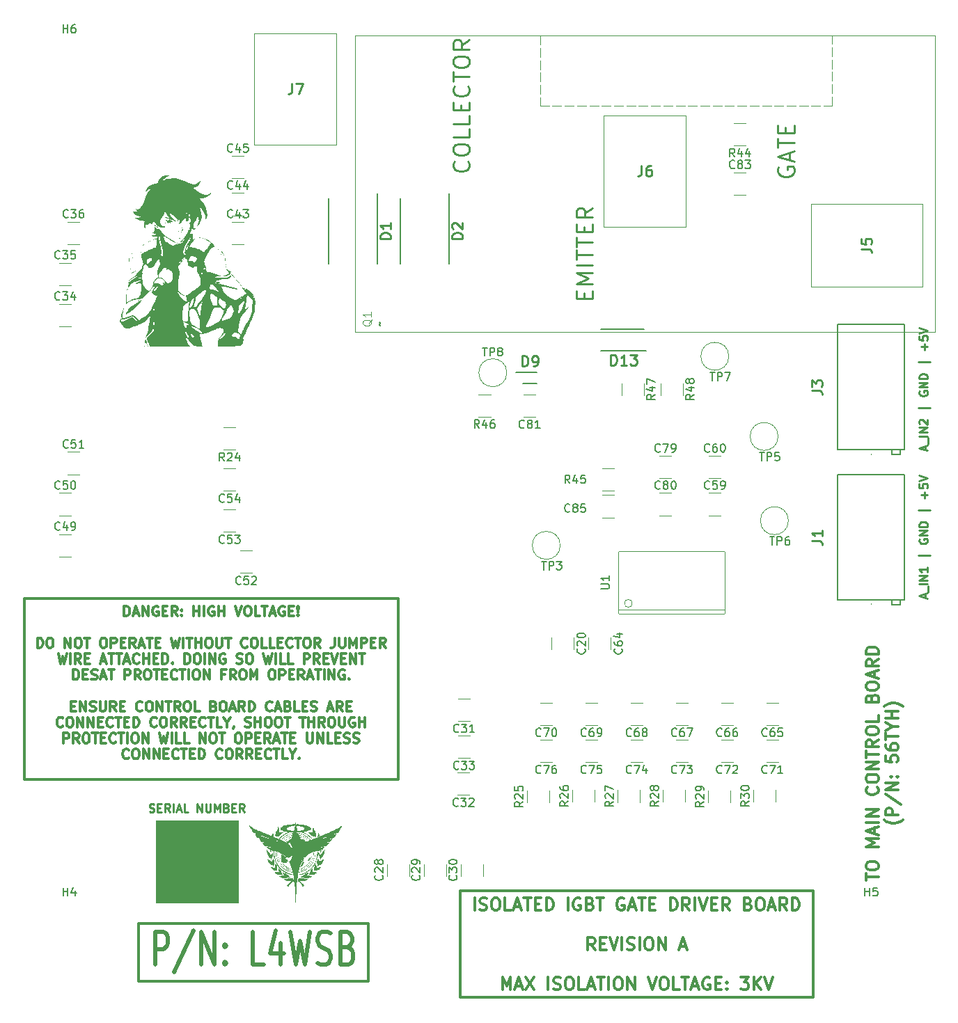
<source format=gbr>
%TF.GenerationSoftware,KiCad,Pcbnew,9.0.0*%
%TF.CreationDate,2025-04-28T14:21:01-07:00*%
%TF.ProjectId,GateDriver,47617465-4472-4697-9665-722e6b696361,rev?*%
%TF.SameCoordinates,Original*%
%TF.FileFunction,Legend,Top*%
%TF.FilePolarity,Positive*%
%FSLAX46Y46*%
G04 Gerber Fmt 4.6, Leading zero omitted, Abs format (unit mm)*
G04 Created by KiCad (PCBNEW 9.0.0) date 2025-04-28 14:21:01*
%MOMM*%
%LPD*%
G01*
G04 APERTURE LIST*
%ADD10C,0.100000*%
%ADD11C,0.250000*%
%ADD12C,0.300000*%
%ADD13C,0.500000*%
%ADD14C,0.150000*%
%ADD15C,0.254000*%
%ADD16C,0.000000*%
%ADD17C,0.120000*%
%ADD18C,0.200000*%
G04 APERTURE END LIST*
D10*
X93000000Y-137500000D02*
X103000000Y-137500000D01*
X103000000Y-147500000D01*
X93000000Y-147500000D01*
X93000000Y-137500000D01*
G36*
X93000000Y-137500000D02*
G01*
X103000000Y-137500000D01*
X103000000Y-147500000D01*
X93000000Y-147500000D01*
X93000000Y-137500000D01*
G37*
D11*
X186578904Y-92380952D02*
X186578904Y-91904762D01*
X186864619Y-92476190D02*
X185864619Y-92142857D01*
X185864619Y-92142857D02*
X186864619Y-91809524D01*
X186959857Y-91714286D02*
X186959857Y-90952381D01*
X186864619Y-90714285D02*
X185864619Y-90714285D01*
X186864619Y-90238095D02*
X185864619Y-90238095D01*
X185864619Y-90238095D02*
X186864619Y-89666667D01*
X186864619Y-89666667D02*
X185864619Y-89666667D01*
X185959857Y-89238095D02*
X185912238Y-89190476D01*
X185912238Y-89190476D02*
X185864619Y-89095238D01*
X185864619Y-89095238D02*
X185864619Y-88857143D01*
X185864619Y-88857143D02*
X185912238Y-88761905D01*
X185912238Y-88761905D02*
X185959857Y-88714286D01*
X185959857Y-88714286D02*
X186055095Y-88666667D01*
X186055095Y-88666667D02*
X186150333Y-88666667D01*
X186150333Y-88666667D02*
X186293190Y-88714286D01*
X186293190Y-88714286D02*
X186864619Y-89285714D01*
X186864619Y-89285714D02*
X186864619Y-88666667D01*
X187197952Y-87238095D02*
X185769380Y-87238095D01*
X185912238Y-85238095D02*
X185864619Y-85333333D01*
X185864619Y-85333333D02*
X185864619Y-85476190D01*
X185864619Y-85476190D02*
X185912238Y-85619047D01*
X185912238Y-85619047D02*
X186007476Y-85714285D01*
X186007476Y-85714285D02*
X186102714Y-85761904D01*
X186102714Y-85761904D02*
X186293190Y-85809523D01*
X186293190Y-85809523D02*
X186436047Y-85809523D01*
X186436047Y-85809523D02*
X186626523Y-85761904D01*
X186626523Y-85761904D02*
X186721761Y-85714285D01*
X186721761Y-85714285D02*
X186817000Y-85619047D01*
X186817000Y-85619047D02*
X186864619Y-85476190D01*
X186864619Y-85476190D02*
X186864619Y-85380952D01*
X186864619Y-85380952D02*
X186817000Y-85238095D01*
X186817000Y-85238095D02*
X186769380Y-85190476D01*
X186769380Y-85190476D02*
X186436047Y-85190476D01*
X186436047Y-85190476D02*
X186436047Y-85380952D01*
X186864619Y-84761904D02*
X185864619Y-84761904D01*
X185864619Y-84761904D02*
X186864619Y-84190476D01*
X186864619Y-84190476D02*
X185864619Y-84190476D01*
X186864619Y-83714285D02*
X185864619Y-83714285D01*
X185864619Y-83714285D02*
X185864619Y-83476190D01*
X185864619Y-83476190D02*
X185912238Y-83333333D01*
X185912238Y-83333333D02*
X186007476Y-83238095D01*
X186007476Y-83238095D02*
X186102714Y-83190476D01*
X186102714Y-83190476D02*
X186293190Y-83142857D01*
X186293190Y-83142857D02*
X186436047Y-83142857D01*
X186436047Y-83142857D02*
X186626523Y-83190476D01*
X186626523Y-83190476D02*
X186721761Y-83238095D01*
X186721761Y-83238095D02*
X186817000Y-83333333D01*
X186817000Y-83333333D02*
X186864619Y-83476190D01*
X186864619Y-83476190D02*
X186864619Y-83714285D01*
X187197952Y-81714285D02*
X185769380Y-81714285D01*
X186483666Y-80238094D02*
X186483666Y-79476190D01*
X186864619Y-79857142D02*
X186102714Y-79857142D01*
X185864619Y-78523809D02*
X185864619Y-78999999D01*
X185864619Y-78999999D02*
X186340809Y-79047618D01*
X186340809Y-79047618D02*
X186293190Y-78999999D01*
X186293190Y-78999999D02*
X186245571Y-78904761D01*
X186245571Y-78904761D02*
X186245571Y-78666666D01*
X186245571Y-78666666D02*
X186293190Y-78571428D01*
X186293190Y-78571428D02*
X186340809Y-78523809D01*
X186340809Y-78523809D02*
X186436047Y-78476190D01*
X186436047Y-78476190D02*
X186674142Y-78476190D01*
X186674142Y-78476190D02*
X186769380Y-78523809D01*
X186769380Y-78523809D02*
X186817000Y-78571428D01*
X186817000Y-78571428D02*
X186864619Y-78666666D01*
X186864619Y-78666666D02*
X186864619Y-78904761D01*
X186864619Y-78904761D02*
X186817000Y-78999999D01*
X186817000Y-78999999D02*
X186769380Y-79047618D01*
X185864619Y-78190475D02*
X186864619Y-77857142D01*
X186864619Y-77857142D02*
X185864619Y-77523809D01*
D12*
X179385912Y-144785714D02*
X179385912Y-143928572D01*
X180885912Y-144357143D02*
X179385912Y-144357143D01*
X179385912Y-143142857D02*
X179385912Y-142857143D01*
X179385912Y-142857143D02*
X179457341Y-142714286D01*
X179457341Y-142714286D02*
X179600198Y-142571429D01*
X179600198Y-142571429D02*
X179885912Y-142500000D01*
X179885912Y-142500000D02*
X180385912Y-142500000D01*
X180385912Y-142500000D02*
X180671626Y-142571429D01*
X180671626Y-142571429D02*
X180814484Y-142714286D01*
X180814484Y-142714286D02*
X180885912Y-142857143D01*
X180885912Y-142857143D02*
X180885912Y-143142857D01*
X180885912Y-143142857D02*
X180814484Y-143285715D01*
X180814484Y-143285715D02*
X180671626Y-143428572D01*
X180671626Y-143428572D02*
X180385912Y-143500000D01*
X180385912Y-143500000D02*
X179885912Y-143500000D01*
X179885912Y-143500000D02*
X179600198Y-143428572D01*
X179600198Y-143428572D02*
X179457341Y-143285715D01*
X179457341Y-143285715D02*
X179385912Y-143142857D01*
X180885912Y-140714286D02*
X179385912Y-140714286D01*
X179385912Y-140714286D02*
X180457341Y-140214286D01*
X180457341Y-140214286D02*
X179385912Y-139714286D01*
X179385912Y-139714286D02*
X180885912Y-139714286D01*
X180457341Y-139071428D02*
X180457341Y-138357143D01*
X180885912Y-139214285D02*
X179385912Y-138714285D01*
X179385912Y-138714285D02*
X180885912Y-138214285D01*
X180885912Y-137714286D02*
X179385912Y-137714286D01*
X180885912Y-137000000D02*
X179385912Y-137000000D01*
X179385912Y-137000000D02*
X180885912Y-136142857D01*
X180885912Y-136142857D02*
X179385912Y-136142857D01*
X180743055Y-133428571D02*
X180814484Y-133499999D01*
X180814484Y-133499999D02*
X180885912Y-133714285D01*
X180885912Y-133714285D02*
X180885912Y-133857142D01*
X180885912Y-133857142D02*
X180814484Y-134071428D01*
X180814484Y-134071428D02*
X180671626Y-134214285D01*
X180671626Y-134214285D02*
X180528769Y-134285714D01*
X180528769Y-134285714D02*
X180243055Y-134357142D01*
X180243055Y-134357142D02*
X180028769Y-134357142D01*
X180028769Y-134357142D02*
X179743055Y-134285714D01*
X179743055Y-134285714D02*
X179600198Y-134214285D01*
X179600198Y-134214285D02*
X179457341Y-134071428D01*
X179457341Y-134071428D02*
X179385912Y-133857142D01*
X179385912Y-133857142D02*
X179385912Y-133714285D01*
X179385912Y-133714285D02*
X179457341Y-133499999D01*
X179457341Y-133499999D02*
X179528769Y-133428571D01*
X179385912Y-132499999D02*
X179385912Y-132214285D01*
X179385912Y-132214285D02*
X179457341Y-132071428D01*
X179457341Y-132071428D02*
X179600198Y-131928571D01*
X179600198Y-131928571D02*
X179885912Y-131857142D01*
X179885912Y-131857142D02*
X180385912Y-131857142D01*
X180385912Y-131857142D02*
X180671626Y-131928571D01*
X180671626Y-131928571D02*
X180814484Y-132071428D01*
X180814484Y-132071428D02*
X180885912Y-132214285D01*
X180885912Y-132214285D02*
X180885912Y-132499999D01*
X180885912Y-132499999D02*
X180814484Y-132642857D01*
X180814484Y-132642857D02*
X180671626Y-132785714D01*
X180671626Y-132785714D02*
X180385912Y-132857142D01*
X180385912Y-132857142D02*
X179885912Y-132857142D01*
X179885912Y-132857142D02*
X179600198Y-132785714D01*
X179600198Y-132785714D02*
X179457341Y-132642857D01*
X179457341Y-132642857D02*
X179385912Y-132499999D01*
X180885912Y-131214285D02*
X179385912Y-131214285D01*
X179385912Y-131214285D02*
X180885912Y-130357142D01*
X180885912Y-130357142D02*
X179385912Y-130357142D01*
X179385912Y-129857141D02*
X179385912Y-128999999D01*
X180885912Y-129428570D02*
X179385912Y-129428570D01*
X180885912Y-127642856D02*
X180171626Y-128142856D01*
X180885912Y-128499999D02*
X179385912Y-128499999D01*
X179385912Y-128499999D02*
X179385912Y-127928570D01*
X179385912Y-127928570D02*
X179457341Y-127785713D01*
X179457341Y-127785713D02*
X179528769Y-127714284D01*
X179528769Y-127714284D02*
X179671626Y-127642856D01*
X179671626Y-127642856D02*
X179885912Y-127642856D01*
X179885912Y-127642856D02*
X180028769Y-127714284D01*
X180028769Y-127714284D02*
X180100198Y-127785713D01*
X180100198Y-127785713D02*
X180171626Y-127928570D01*
X180171626Y-127928570D02*
X180171626Y-128499999D01*
X179385912Y-126714284D02*
X179385912Y-126428570D01*
X179385912Y-126428570D02*
X179457341Y-126285713D01*
X179457341Y-126285713D02*
X179600198Y-126142856D01*
X179600198Y-126142856D02*
X179885912Y-126071427D01*
X179885912Y-126071427D02*
X180385912Y-126071427D01*
X180385912Y-126071427D02*
X180671626Y-126142856D01*
X180671626Y-126142856D02*
X180814484Y-126285713D01*
X180814484Y-126285713D02*
X180885912Y-126428570D01*
X180885912Y-126428570D02*
X180885912Y-126714284D01*
X180885912Y-126714284D02*
X180814484Y-126857142D01*
X180814484Y-126857142D02*
X180671626Y-126999999D01*
X180671626Y-126999999D02*
X180385912Y-127071427D01*
X180385912Y-127071427D02*
X179885912Y-127071427D01*
X179885912Y-127071427D02*
X179600198Y-126999999D01*
X179600198Y-126999999D02*
X179457341Y-126857142D01*
X179457341Y-126857142D02*
X179385912Y-126714284D01*
X180885912Y-124714284D02*
X180885912Y-125428570D01*
X180885912Y-125428570D02*
X179385912Y-125428570D01*
X180100198Y-122571427D02*
X180171626Y-122357141D01*
X180171626Y-122357141D02*
X180243055Y-122285712D01*
X180243055Y-122285712D02*
X180385912Y-122214284D01*
X180385912Y-122214284D02*
X180600198Y-122214284D01*
X180600198Y-122214284D02*
X180743055Y-122285712D01*
X180743055Y-122285712D02*
X180814484Y-122357141D01*
X180814484Y-122357141D02*
X180885912Y-122499998D01*
X180885912Y-122499998D02*
X180885912Y-123071427D01*
X180885912Y-123071427D02*
X179385912Y-123071427D01*
X179385912Y-123071427D02*
X179385912Y-122571427D01*
X179385912Y-122571427D02*
X179457341Y-122428570D01*
X179457341Y-122428570D02*
X179528769Y-122357141D01*
X179528769Y-122357141D02*
X179671626Y-122285712D01*
X179671626Y-122285712D02*
X179814484Y-122285712D01*
X179814484Y-122285712D02*
X179957341Y-122357141D01*
X179957341Y-122357141D02*
X180028769Y-122428570D01*
X180028769Y-122428570D02*
X180100198Y-122571427D01*
X180100198Y-122571427D02*
X180100198Y-123071427D01*
X179385912Y-121285712D02*
X179385912Y-120999998D01*
X179385912Y-120999998D02*
X179457341Y-120857141D01*
X179457341Y-120857141D02*
X179600198Y-120714284D01*
X179600198Y-120714284D02*
X179885912Y-120642855D01*
X179885912Y-120642855D02*
X180385912Y-120642855D01*
X180385912Y-120642855D02*
X180671626Y-120714284D01*
X180671626Y-120714284D02*
X180814484Y-120857141D01*
X180814484Y-120857141D02*
X180885912Y-120999998D01*
X180885912Y-120999998D02*
X180885912Y-121285712D01*
X180885912Y-121285712D02*
X180814484Y-121428570D01*
X180814484Y-121428570D02*
X180671626Y-121571427D01*
X180671626Y-121571427D02*
X180385912Y-121642855D01*
X180385912Y-121642855D02*
X179885912Y-121642855D01*
X179885912Y-121642855D02*
X179600198Y-121571427D01*
X179600198Y-121571427D02*
X179457341Y-121428570D01*
X179457341Y-121428570D02*
X179385912Y-121285712D01*
X180457341Y-120071426D02*
X180457341Y-119357141D01*
X180885912Y-120214283D02*
X179385912Y-119714283D01*
X179385912Y-119714283D02*
X180885912Y-119214283D01*
X180885912Y-117857141D02*
X180171626Y-118357141D01*
X180885912Y-118714284D02*
X179385912Y-118714284D01*
X179385912Y-118714284D02*
X179385912Y-118142855D01*
X179385912Y-118142855D02*
X179457341Y-117999998D01*
X179457341Y-117999998D02*
X179528769Y-117928569D01*
X179528769Y-117928569D02*
X179671626Y-117857141D01*
X179671626Y-117857141D02*
X179885912Y-117857141D01*
X179885912Y-117857141D02*
X180028769Y-117928569D01*
X180028769Y-117928569D02*
X180100198Y-117999998D01*
X180100198Y-117999998D02*
X180171626Y-118142855D01*
X180171626Y-118142855D02*
X180171626Y-118714284D01*
X180885912Y-117214284D02*
X179385912Y-117214284D01*
X179385912Y-117214284D02*
X179385912Y-116857141D01*
X179385912Y-116857141D02*
X179457341Y-116642855D01*
X179457341Y-116642855D02*
X179600198Y-116499998D01*
X179600198Y-116499998D02*
X179743055Y-116428569D01*
X179743055Y-116428569D02*
X180028769Y-116357141D01*
X180028769Y-116357141D02*
X180243055Y-116357141D01*
X180243055Y-116357141D02*
X180528769Y-116428569D01*
X180528769Y-116428569D02*
X180671626Y-116499998D01*
X180671626Y-116499998D02*
X180814484Y-116642855D01*
X180814484Y-116642855D02*
X180885912Y-116857141D01*
X180885912Y-116857141D02*
X180885912Y-117214284D01*
X183872257Y-137392856D02*
X183800828Y-137464285D01*
X183800828Y-137464285D02*
X183586542Y-137607142D01*
X183586542Y-137607142D02*
X183443685Y-137678571D01*
X183443685Y-137678571D02*
X183229400Y-137749999D01*
X183229400Y-137749999D02*
X182872257Y-137821428D01*
X182872257Y-137821428D02*
X182586542Y-137821428D01*
X182586542Y-137821428D02*
X182229400Y-137749999D01*
X182229400Y-137749999D02*
X182015114Y-137678571D01*
X182015114Y-137678571D02*
X181872257Y-137607142D01*
X181872257Y-137607142D02*
X181657971Y-137464285D01*
X181657971Y-137464285D02*
X181586542Y-137392856D01*
X183300828Y-136821428D02*
X181800828Y-136821428D01*
X181800828Y-136821428D02*
X181800828Y-136249999D01*
X181800828Y-136249999D02*
X181872257Y-136107142D01*
X181872257Y-136107142D02*
X181943685Y-136035713D01*
X181943685Y-136035713D02*
X182086542Y-135964285D01*
X182086542Y-135964285D02*
X182300828Y-135964285D01*
X182300828Y-135964285D02*
X182443685Y-136035713D01*
X182443685Y-136035713D02*
X182515114Y-136107142D01*
X182515114Y-136107142D02*
X182586542Y-136249999D01*
X182586542Y-136249999D02*
X182586542Y-136821428D01*
X181729400Y-134249999D02*
X183657971Y-135535713D01*
X183300828Y-133749999D02*
X181800828Y-133749999D01*
X181800828Y-133749999D02*
X183300828Y-132892856D01*
X183300828Y-132892856D02*
X181800828Y-132892856D01*
X183157971Y-132178570D02*
X183229400Y-132107141D01*
X183229400Y-132107141D02*
X183300828Y-132178570D01*
X183300828Y-132178570D02*
X183229400Y-132249998D01*
X183229400Y-132249998D02*
X183157971Y-132178570D01*
X183157971Y-132178570D02*
X183300828Y-132178570D01*
X182372257Y-132178570D02*
X182443685Y-132107141D01*
X182443685Y-132107141D02*
X182515114Y-132178570D01*
X182515114Y-132178570D02*
X182443685Y-132249998D01*
X182443685Y-132249998D02*
X182372257Y-132178570D01*
X182372257Y-132178570D02*
X182515114Y-132178570D01*
X181800828Y-129607141D02*
X181800828Y-130321427D01*
X181800828Y-130321427D02*
X182515114Y-130392855D01*
X182515114Y-130392855D02*
X182443685Y-130321427D01*
X182443685Y-130321427D02*
X182372257Y-130178570D01*
X182372257Y-130178570D02*
X182372257Y-129821427D01*
X182372257Y-129821427D02*
X182443685Y-129678570D01*
X182443685Y-129678570D02*
X182515114Y-129607141D01*
X182515114Y-129607141D02*
X182657971Y-129535712D01*
X182657971Y-129535712D02*
X183015114Y-129535712D01*
X183015114Y-129535712D02*
X183157971Y-129607141D01*
X183157971Y-129607141D02*
X183229400Y-129678570D01*
X183229400Y-129678570D02*
X183300828Y-129821427D01*
X183300828Y-129821427D02*
X183300828Y-130178570D01*
X183300828Y-130178570D02*
X183229400Y-130321427D01*
X183229400Y-130321427D02*
X183157971Y-130392855D01*
X181800828Y-128249999D02*
X181800828Y-128535713D01*
X181800828Y-128535713D02*
X181872257Y-128678570D01*
X181872257Y-128678570D02*
X181943685Y-128749999D01*
X181943685Y-128749999D02*
X182157971Y-128892856D01*
X182157971Y-128892856D02*
X182443685Y-128964284D01*
X182443685Y-128964284D02*
X183015114Y-128964284D01*
X183015114Y-128964284D02*
X183157971Y-128892856D01*
X183157971Y-128892856D02*
X183229400Y-128821427D01*
X183229400Y-128821427D02*
X183300828Y-128678570D01*
X183300828Y-128678570D02*
X183300828Y-128392856D01*
X183300828Y-128392856D02*
X183229400Y-128249999D01*
X183229400Y-128249999D02*
X183157971Y-128178570D01*
X183157971Y-128178570D02*
X183015114Y-128107141D01*
X183015114Y-128107141D02*
X182657971Y-128107141D01*
X182657971Y-128107141D02*
X182515114Y-128178570D01*
X182515114Y-128178570D02*
X182443685Y-128249999D01*
X182443685Y-128249999D02*
X182372257Y-128392856D01*
X182372257Y-128392856D02*
X182372257Y-128678570D01*
X182372257Y-128678570D02*
X182443685Y-128821427D01*
X182443685Y-128821427D02*
X182515114Y-128892856D01*
X182515114Y-128892856D02*
X182657971Y-128964284D01*
X181800828Y-127678570D02*
X181800828Y-126821428D01*
X183300828Y-127249999D02*
X181800828Y-127249999D01*
X182586542Y-126035713D02*
X183300828Y-126035713D01*
X181800828Y-126535713D02*
X182586542Y-126035713D01*
X182586542Y-126035713D02*
X181800828Y-125535713D01*
X183300828Y-125035714D02*
X181800828Y-125035714D01*
X182515114Y-125035714D02*
X182515114Y-124178571D01*
X183300828Y-124178571D02*
X181800828Y-124178571D01*
X183872257Y-123607142D02*
X183800828Y-123535713D01*
X183800828Y-123535713D02*
X183586542Y-123392856D01*
X183586542Y-123392856D02*
X183443685Y-123321428D01*
X183443685Y-123321428D02*
X183229400Y-123249999D01*
X183229400Y-123249999D02*
X182872257Y-123178570D01*
X182872257Y-123178570D02*
X182586542Y-123178570D01*
X182586542Y-123178570D02*
X182229400Y-123249999D01*
X182229400Y-123249999D02*
X182015114Y-123321428D01*
X182015114Y-123321428D02*
X181872257Y-123392856D01*
X181872257Y-123392856D02*
X181657971Y-123535713D01*
X181657971Y-123535713D02*
X181586542Y-123607142D01*
D11*
X92238095Y-136402000D02*
X92380952Y-136449619D01*
X92380952Y-136449619D02*
X92619047Y-136449619D01*
X92619047Y-136449619D02*
X92714285Y-136402000D01*
X92714285Y-136402000D02*
X92761904Y-136354380D01*
X92761904Y-136354380D02*
X92809523Y-136259142D01*
X92809523Y-136259142D02*
X92809523Y-136163904D01*
X92809523Y-136163904D02*
X92761904Y-136068666D01*
X92761904Y-136068666D02*
X92714285Y-136021047D01*
X92714285Y-136021047D02*
X92619047Y-135973428D01*
X92619047Y-135973428D02*
X92428571Y-135925809D01*
X92428571Y-135925809D02*
X92333333Y-135878190D01*
X92333333Y-135878190D02*
X92285714Y-135830571D01*
X92285714Y-135830571D02*
X92238095Y-135735333D01*
X92238095Y-135735333D02*
X92238095Y-135640095D01*
X92238095Y-135640095D02*
X92285714Y-135544857D01*
X92285714Y-135544857D02*
X92333333Y-135497238D01*
X92333333Y-135497238D02*
X92428571Y-135449619D01*
X92428571Y-135449619D02*
X92666666Y-135449619D01*
X92666666Y-135449619D02*
X92809523Y-135497238D01*
X93238095Y-135925809D02*
X93571428Y-135925809D01*
X93714285Y-136449619D02*
X93238095Y-136449619D01*
X93238095Y-136449619D02*
X93238095Y-135449619D01*
X93238095Y-135449619D02*
X93714285Y-135449619D01*
X94714285Y-136449619D02*
X94380952Y-135973428D01*
X94142857Y-136449619D02*
X94142857Y-135449619D01*
X94142857Y-135449619D02*
X94523809Y-135449619D01*
X94523809Y-135449619D02*
X94619047Y-135497238D01*
X94619047Y-135497238D02*
X94666666Y-135544857D01*
X94666666Y-135544857D02*
X94714285Y-135640095D01*
X94714285Y-135640095D02*
X94714285Y-135782952D01*
X94714285Y-135782952D02*
X94666666Y-135878190D01*
X94666666Y-135878190D02*
X94619047Y-135925809D01*
X94619047Y-135925809D02*
X94523809Y-135973428D01*
X94523809Y-135973428D02*
X94142857Y-135973428D01*
X95142857Y-136449619D02*
X95142857Y-135449619D01*
X95571428Y-136163904D02*
X96047618Y-136163904D01*
X95476190Y-136449619D02*
X95809523Y-135449619D01*
X95809523Y-135449619D02*
X96142856Y-136449619D01*
X96952380Y-136449619D02*
X96476190Y-136449619D01*
X96476190Y-136449619D02*
X96476190Y-135449619D01*
X98047619Y-136449619D02*
X98047619Y-135449619D01*
X98047619Y-135449619D02*
X98619047Y-136449619D01*
X98619047Y-136449619D02*
X98619047Y-135449619D01*
X99095238Y-135449619D02*
X99095238Y-136259142D01*
X99095238Y-136259142D02*
X99142857Y-136354380D01*
X99142857Y-136354380D02*
X99190476Y-136402000D01*
X99190476Y-136402000D02*
X99285714Y-136449619D01*
X99285714Y-136449619D02*
X99476190Y-136449619D01*
X99476190Y-136449619D02*
X99571428Y-136402000D01*
X99571428Y-136402000D02*
X99619047Y-136354380D01*
X99619047Y-136354380D02*
X99666666Y-136259142D01*
X99666666Y-136259142D02*
X99666666Y-135449619D01*
X100142857Y-136449619D02*
X100142857Y-135449619D01*
X100142857Y-135449619D02*
X100476190Y-136163904D01*
X100476190Y-136163904D02*
X100809523Y-135449619D01*
X100809523Y-135449619D02*
X100809523Y-136449619D01*
X101619047Y-135925809D02*
X101761904Y-135973428D01*
X101761904Y-135973428D02*
X101809523Y-136021047D01*
X101809523Y-136021047D02*
X101857142Y-136116285D01*
X101857142Y-136116285D02*
X101857142Y-136259142D01*
X101857142Y-136259142D02*
X101809523Y-136354380D01*
X101809523Y-136354380D02*
X101761904Y-136402000D01*
X101761904Y-136402000D02*
X101666666Y-136449619D01*
X101666666Y-136449619D02*
X101285714Y-136449619D01*
X101285714Y-136449619D02*
X101285714Y-135449619D01*
X101285714Y-135449619D02*
X101619047Y-135449619D01*
X101619047Y-135449619D02*
X101714285Y-135497238D01*
X101714285Y-135497238D02*
X101761904Y-135544857D01*
X101761904Y-135544857D02*
X101809523Y-135640095D01*
X101809523Y-135640095D02*
X101809523Y-135735333D01*
X101809523Y-135735333D02*
X101761904Y-135830571D01*
X101761904Y-135830571D02*
X101714285Y-135878190D01*
X101714285Y-135878190D02*
X101619047Y-135925809D01*
X101619047Y-135925809D02*
X101285714Y-135925809D01*
X102285714Y-135925809D02*
X102619047Y-135925809D01*
X102761904Y-136449619D02*
X102285714Y-136449619D01*
X102285714Y-136449619D02*
X102285714Y-135449619D01*
X102285714Y-135449619D02*
X102761904Y-135449619D01*
X103761904Y-136449619D02*
X103428571Y-135973428D01*
X103190476Y-136449619D02*
X103190476Y-135449619D01*
X103190476Y-135449619D02*
X103571428Y-135449619D01*
X103571428Y-135449619D02*
X103666666Y-135497238D01*
X103666666Y-135497238D02*
X103714285Y-135544857D01*
X103714285Y-135544857D02*
X103761904Y-135640095D01*
X103761904Y-135640095D02*
X103761904Y-135782952D01*
X103761904Y-135782952D02*
X103714285Y-135878190D01*
X103714285Y-135878190D02*
X103666666Y-135925809D01*
X103666666Y-135925809D02*
X103571428Y-135973428D01*
X103571428Y-135973428D02*
X103190476Y-135973428D01*
X186578904Y-110380952D02*
X186578904Y-109904762D01*
X186864619Y-110476190D02*
X185864619Y-110142857D01*
X185864619Y-110142857D02*
X186864619Y-109809524D01*
X186959857Y-109714286D02*
X186959857Y-108952381D01*
X186864619Y-108714285D02*
X185864619Y-108714285D01*
X186864619Y-108238095D02*
X185864619Y-108238095D01*
X185864619Y-108238095D02*
X186864619Y-107666667D01*
X186864619Y-107666667D02*
X185864619Y-107666667D01*
X186864619Y-106666667D02*
X186864619Y-107238095D01*
X186864619Y-106952381D02*
X185864619Y-106952381D01*
X185864619Y-106952381D02*
X186007476Y-107047619D01*
X186007476Y-107047619D02*
X186102714Y-107142857D01*
X186102714Y-107142857D02*
X186150333Y-107238095D01*
X187197952Y-105238095D02*
X185769380Y-105238095D01*
X185912238Y-103238095D02*
X185864619Y-103333333D01*
X185864619Y-103333333D02*
X185864619Y-103476190D01*
X185864619Y-103476190D02*
X185912238Y-103619047D01*
X185912238Y-103619047D02*
X186007476Y-103714285D01*
X186007476Y-103714285D02*
X186102714Y-103761904D01*
X186102714Y-103761904D02*
X186293190Y-103809523D01*
X186293190Y-103809523D02*
X186436047Y-103809523D01*
X186436047Y-103809523D02*
X186626523Y-103761904D01*
X186626523Y-103761904D02*
X186721761Y-103714285D01*
X186721761Y-103714285D02*
X186817000Y-103619047D01*
X186817000Y-103619047D02*
X186864619Y-103476190D01*
X186864619Y-103476190D02*
X186864619Y-103380952D01*
X186864619Y-103380952D02*
X186817000Y-103238095D01*
X186817000Y-103238095D02*
X186769380Y-103190476D01*
X186769380Y-103190476D02*
X186436047Y-103190476D01*
X186436047Y-103190476D02*
X186436047Y-103380952D01*
X186864619Y-102761904D02*
X185864619Y-102761904D01*
X185864619Y-102761904D02*
X186864619Y-102190476D01*
X186864619Y-102190476D02*
X185864619Y-102190476D01*
X186864619Y-101714285D02*
X185864619Y-101714285D01*
X185864619Y-101714285D02*
X185864619Y-101476190D01*
X185864619Y-101476190D02*
X185912238Y-101333333D01*
X185912238Y-101333333D02*
X186007476Y-101238095D01*
X186007476Y-101238095D02*
X186102714Y-101190476D01*
X186102714Y-101190476D02*
X186293190Y-101142857D01*
X186293190Y-101142857D02*
X186436047Y-101142857D01*
X186436047Y-101142857D02*
X186626523Y-101190476D01*
X186626523Y-101190476D02*
X186721761Y-101238095D01*
X186721761Y-101238095D02*
X186817000Y-101333333D01*
X186817000Y-101333333D02*
X186864619Y-101476190D01*
X186864619Y-101476190D02*
X186864619Y-101714285D01*
X187197952Y-99714285D02*
X185769380Y-99714285D01*
X186483666Y-98238094D02*
X186483666Y-97476190D01*
X186864619Y-97857142D02*
X186102714Y-97857142D01*
X185864619Y-96523809D02*
X185864619Y-96999999D01*
X185864619Y-96999999D02*
X186340809Y-97047618D01*
X186340809Y-97047618D02*
X186293190Y-96999999D01*
X186293190Y-96999999D02*
X186245571Y-96904761D01*
X186245571Y-96904761D02*
X186245571Y-96666666D01*
X186245571Y-96666666D02*
X186293190Y-96571428D01*
X186293190Y-96571428D02*
X186340809Y-96523809D01*
X186340809Y-96523809D02*
X186436047Y-96476190D01*
X186436047Y-96476190D02*
X186674142Y-96476190D01*
X186674142Y-96476190D02*
X186769380Y-96523809D01*
X186769380Y-96523809D02*
X186817000Y-96571428D01*
X186817000Y-96571428D02*
X186864619Y-96666666D01*
X186864619Y-96666666D02*
X186864619Y-96904761D01*
X186864619Y-96904761D02*
X186817000Y-96999999D01*
X186817000Y-96999999D02*
X186769380Y-97047618D01*
X185864619Y-96190475D02*
X186864619Y-95857142D01*
X186864619Y-95857142D02*
X185864619Y-95523809D01*
D12*
X131785714Y-148408328D02*
X131785714Y-146908328D01*
X132428572Y-148336900D02*
X132642858Y-148408328D01*
X132642858Y-148408328D02*
X133000000Y-148408328D01*
X133000000Y-148408328D02*
X133142858Y-148336900D01*
X133142858Y-148336900D02*
X133214286Y-148265471D01*
X133214286Y-148265471D02*
X133285715Y-148122614D01*
X133285715Y-148122614D02*
X133285715Y-147979757D01*
X133285715Y-147979757D02*
X133214286Y-147836900D01*
X133214286Y-147836900D02*
X133142858Y-147765471D01*
X133142858Y-147765471D02*
X133000000Y-147694042D01*
X133000000Y-147694042D02*
X132714286Y-147622614D01*
X132714286Y-147622614D02*
X132571429Y-147551185D01*
X132571429Y-147551185D02*
X132500000Y-147479757D01*
X132500000Y-147479757D02*
X132428572Y-147336900D01*
X132428572Y-147336900D02*
X132428572Y-147194042D01*
X132428572Y-147194042D02*
X132500000Y-147051185D01*
X132500000Y-147051185D02*
X132571429Y-146979757D01*
X132571429Y-146979757D02*
X132714286Y-146908328D01*
X132714286Y-146908328D02*
X133071429Y-146908328D01*
X133071429Y-146908328D02*
X133285715Y-146979757D01*
X134214286Y-146908328D02*
X134500000Y-146908328D01*
X134500000Y-146908328D02*
X134642857Y-146979757D01*
X134642857Y-146979757D02*
X134785714Y-147122614D01*
X134785714Y-147122614D02*
X134857143Y-147408328D01*
X134857143Y-147408328D02*
X134857143Y-147908328D01*
X134857143Y-147908328D02*
X134785714Y-148194042D01*
X134785714Y-148194042D02*
X134642857Y-148336900D01*
X134642857Y-148336900D02*
X134500000Y-148408328D01*
X134500000Y-148408328D02*
X134214286Y-148408328D01*
X134214286Y-148408328D02*
X134071429Y-148336900D01*
X134071429Y-148336900D02*
X133928571Y-148194042D01*
X133928571Y-148194042D02*
X133857143Y-147908328D01*
X133857143Y-147908328D02*
X133857143Y-147408328D01*
X133857143Y-147408328D02*
X133928571Y-147122614D01*
X133928571Y-147122614D02*
X134071429Y-146979757D01*
X134071429Y-146979757D02*
X134214286Y-146908328D01*
X136214286Y-148408328D02*
X135500000Y-148408328D01*
X135500000Y-148408328D02*
X135500000Y-146908328D01*
X136642858Y-147979757D02*
X137357144Y-147979757D01*
X136500001Y-148408328D02*
X137000001Y-146908328D01*
X137000001Y-146908328D02*
X137500001Y-148408328D01*
X137785715Y-146908328D02*
X138642858Y-146908328D01*
X138214286Y-148408328D02*
X138214286Y-146908328D01*
X139142857Y-147622614D02*
X139642857Y-147622614D01*
X139857143Y-148408328D02*
X139142857Y-148408328D01*
X139142857Y-148408328D02*
X139142857Y-146908328D01*
X139142857Y-146908328D02*
X139857143Y-146908328D01*
X140500000Y-148408328D02*
X140500000Y-146908328D01*
X140500000Y-146908328D02*
X140857143Y-146908328D01*
X140857143Y-146908328D02*
X141071429Y-146979757D01*
X141071429Y-146979757D02*
X141214286Y-147122614D01*
X141214286Y-147122614D02*
X141285715Y-147265471D01*
X141285715Y-147265471D02*
X141357143Y-147551185D01*
X141357143Y-147551185D02*
X141357143Y-147765471D01*
X141357143Y-147765471D02*
X141285715Y-148051185D01*
X141285715Y-148051185D02*
X141214286Y-148194042D01*
X141214286Y-148194042D02*
X141071429Y-148336900D01*
X141071429Y-148336900D02*
X140857143Y-148408328D01*
X140857143Y-148408328D02*
X140500000Y-148408328D01*
X143142857Y-148408328D02*
X143142857Y-146908328D01*
X144642858Y-146979757D02*
X144500001Y-146908328D01*
X144500001Y-146908328D02*
X144285715Y-146908328D01*
X144285715Y-146908328D02*
X144071429Y-146979757D01*
X144071429Y-146979757D02*
X143928572Y-147122614D01*
X143928572Y-147122614D02*
X143857143Y-147265471D01*
X143857143Y-147265471D02*
X143785715Y-147551185D01*
X143785715Y-147551185D02*
X143785715Y-147765471D01*
X143785715Y-147765471D02*
X143857143Y-148051185D01*
X143857143Y-148051185D02*
X143928572Y-148194042D01*
X143928572Y-148194042D02*
X144071429Y-148336900D01*
X144071429Y-148336900D02*
X144285715Y-148408328D01*
X144285715Y-148408328D02*
X144428572Y-148408328D01*
X144428572Y-148408328D02*
X144642858Y-148336900D01*
X144642858Y-148336900D02*
X144714286Y-148265471D01*
X144714286Y-148265471D02*
X144714286Y-147765471D01*
X144714286Y-147765471D02*
X144428572Y-147765471D01*
X145857143Y-147622614D02*
X146071429Y-147694042D01*
X146071429Y-147694042D02*
X146142858Y-147765471D01*
X146142858Y-147765471D02*
X146214286Y-147908328D01*
X146214286Y-147908328D02*
X146214286Y-148122614D01*
X146214286Y-148122614D02*
X146142858Y-148265471D01*
X146142858Y-148265471D02*
X146071429Y-148336900D01*
X146071429Y-148336900D02*
X145928572Y-148408328D01*
X145928572Y-148408328D02*
X145357143Y-148408328D01*
X145357143Y-148408328D02*
X145357143Y-146908328D01*
X145357143Y-146908328D02*
X145857143Y-146908328D01*
X145857143Y-146908328D02*
X146000001Y-146979757D01*
X146000001Y-146979757D02*
X146071429Y-147051185D01*
X146071429Y-147051185D02*
X146142858Y-147194042D01*
X146142858Y-147194042D02*
X146142858Y-147336900D01*
X146142858Y-147336900D02*
X146071429Y-147479757D01*
X146071429Y-147479757D02*
X146000001Y-147551185D01*
X146000001Y-147551185D02*
X145857143Y-147622614D01*
X145857143Y-147622614D02*
X145357143Y-147622614D01*
X146642858Y-146908328D02*
X147500001Y-146908328D01*
X147071429Y-148408328D02*
X147071429Y-146908328D01*
X149928572Y-146979757D02*
X149785715Y-146908328D01*
X149785715Y-146908328D02*
X149571429Y-146908328D01*
X149571429Y-146908328D02*
X149357143Y-146979757D01*
X149357143Y-146979757D02*
X149214286Y-147122614D01*
X149214286Y-147122614D02*
X149142857Y-147265471D01*
X149142857Y-147265471D02*
X149071429Y-147551185D01*
X149071429Y-147551185D02*
X149071429Y-147765471D01*
X149071429Y-147765471D02*
X149142857Y-148051185D01*
X149142857Y-148051185D02*
X149214286Y-148194042D01*
X149214286Y-148194042D02*
X149357143Y-148336900D01*
X149357143Y-148336900D02*
X149571429Y-148408328D01*
X149571429Y-148408328D02*
X149714286Y-148408328D01*
X149714286Y-148408328D02*
X149928572Y-148336900D01*
X149928572Y-148336900D02*
X150000000Y-148265471D01*
X150000000Y-148265471D02*
X150000000Y-147765471D01*
X150000000Y-147765471D02*
X149714286Y-147765471D01*
X150571429Y-147979757D02*
X151285715Y-147979757D01*
X150428572Y-148408328D02*
X150928572Y-146908328D01*
X150928572Y-146908328D02*
X151428572Y-148408328D01*
X151714286Y-146908328D02*
X152571429Y-146908328D01*
X152142857Y-148408328D02*
X152142857Y-146908328D01*
X153071428Y-147622614D02*
X153571428Y-147622614D01*
X153785714Y-148408328D02*
X153071428Y-148408328D01*
X153071428Y-148408328D02*
X153071428Y-146908328D01*
X153071428Y-146908328D02*
X153785714Y-146908328D01*
X155571428Y-148408328D02*
X155571428Y-146908328D01*
X155571428Y-146908328D02*
X155928571Y-146908328D01*
X155928571Y-146908328D02*
X156142857Y-146979757D01*
X156142857Y-146979757D02*
X156285714Y-147122614D01*
X156285714Y-147122614D02*
X156357143Y-147265471D01*
X156357143Y-147265471D02*
X156428571Y-147551185D01*
X156428571Y-147551185D02*
X156428571Y-147765471D01*
X156428571Y-147765471D02*
X156357143Y-148051185D01*
X156357143Y-148051185D02*
X156285714Y-148194042D01*
X156285714Y-148194042D02*
X156142857Y-148336900D01*
X156142857Y-148336900D02*
X155928571Y-148408328D01*
X155928571Y-148408328D02*
X155571428Y-148408328D01*
X157928571Y-148408328D02*
X157428571Y-147694042D01*
X157071428Y-148408328D02*
X157071428Y-146908328D01*
X157071428Y-146908328D02*
X157642857Y-146908328D01*
X157642857Y-146908328D02*
X157785714Y-146979757D01*
X157785714Y-146979757D02*
X157857143Y-147051185D01*
X157857143Y-147051185D02*
X157928571Y-147194042D01*
X157928571Y-147194042D02*
X157928571Y-147408328D01*
X157928571Y-147408328D02*
X157857143Y-147551185D01*
X157857143Y-147551185D02*
X157785714Y-147622614D01*
X157785714Y-147622614D02*
X157642857Y-147694042D01*
X157642857Y-147694042D02*
X157071428Y-147694042D01*
X158571428Y-148408328D02*
X158571428Y-146908328D01*
X159071429Y-146908328D02*
X159571429Y-148408328D01*
X159571429Y-148408328D02*
X160071429Y-146908328D01*
X160571428Y-147622614D02*
X161071428Y-147622614D01*
X161285714Y-148408328D02*
X160571428Y-148408328D01*
X160571428Y-148408328D02*
X160571428Y-146908328D01*
X160571428Y-146908328D02*
X161285714Y-146908328D01*
X162785714Y-148408328D02*
X162285714Y-147694042D01*
X161928571Y-148408328D02*
X161928571Y-146908328D01*
X161928571Y-146908328D02*
X162500000Y-146908328D01*
X162500000Y-146908328D02*
X162642857Y-146979757D01*
X162642857Y-146979757D02*
X162714286Y-147051185D01*
X162714286Y-147051185D02*
X162785714Y-147194042D01*
X162785714Y-147194042D02*
X162785714Y-147408328D01*
X162785714Y-147408328D02*
X162714286Y-147551185D01*
X162714286Y-147551185D02*
X162642857Y-147622614D01*
X162642857Y-147622614D02*
X162500000Y-147694042D01*
X162500000Y-147694042D02*
X161928571Y-147694042D01*
X165071428Y-147622614D02*
X165285714Y-147694042D01*
X165285714Y-147694042D02*
X165357143Y-147765471D01*
X165357143Y-147765471D02*
X165428571Y-147908328D01*
X165428571Y-147908328D02*
X165428571Y-148122614D01*
X165428571Y-148122614D02*
X165357143Y-148265471D01*
X165357143Y-148265471D02*
X165285714Y-148336900D01*
X165285714Y-148336900D02*
X165142857Y-148408328D01*
X165142857Y-148408328D02*
X164571428Y-148408328D01*
X164571428Y-148408328D02*
X164571428Y-146908328D01*
X164571428Y-146908328D02*
X165071428Y-146908328D01*
X165071428Y-146908328D02*
X165214286Y-146979757D01*
X165214286Y-146979757D02*
X165285714Y-147051185D01*
X165285714Y-147051185D02*
X165357143Y-147194042D01*
X165357143Y-147194042D02*
X165357143Y-147336900D01*
X165357143Y-147336900D02*
X165285714Y-147479757D01*
X165285714Y-147479757D02*
X165214286Y-147551185D01*
X165214286Y-147551185D02*
X165071428Y-147622614D01*
X165071428Y-147622614D02*
X164571428Y-147622614D01*
X166357143Y-146908328D02*
X166642857Y-146908328D01*
X166642857Y-146908328D02*
X166785714Y-146979757D01*
X166785714Y-146979757D02*
X166928571Y-147122614D01*
X166928571Y-147122614D02*
X167000000Y-147408328D01*
X167000000Y-147408328D02*
X167000000Y-147908328D01*
X167000000Y-147908328D02*
X166928571Y-148194042D01*
X166928571Y-148194042D02*
X166785714Y-148336900D01*
X166785714Y-148336900D02*
X166642857Y-148408328D01*
X166642857Y-148408328D02*
X166357143Y-148408328D01*
X166357143Y-148408328D02*
X166214286Y-148336900D01*
X166214286Y-148336900D02*
X166071428Y-148194042D01*
X166071428Y-148194042D02*
X166000000Y-147908328D01*
X166000000Y-147908328D02*
X166000000Y-147408328D01*
X166000000Y-147408328D02*
X166071428Y-147122614D01*
X166071428Y-147122614D02*
X166214286Y-146979757D01*
X166214286Y-146979757D02*
X166357143Y-146908328D01*
X167571429Y-147979757D02*
X168285715Y-147979757D01*
X167428572Y-148408328D02*
X167928572Y-146908328D01*
X167928572Y-146908328D02*
X168428572Y-148408328D01*
X169785714Y-148408328D02*
X169285714Y-147694042D01*
X168928571Y-148408328D02*
X168928571Y-146908328D01*
X168928571Y-146908328D02*
X169500000Y-146908328D01*
X169500000Y-146908328D02*
X169642857Y-146979757D01*
X169642857Y-146979757D02*
X169714286Y-147051185D01*
X169714286Y-147051185D02*
X169785714Y-147194042D01*
X169785714Y-147194042D02*
X169785714Y-147408328D01*
X169785714Y-147408328D02*
X169714286Y-147551185D01*
X169714286Y-147551185D02*
X169642857Y-147622614D01*
X169642857Y-147622614D02*
X169500000Y-147694042D01*
X169500000Y-147694042D02*
X168928571Y-147694042D01*
X170428571Y-148408328D02*
X170428571Y-146908328D01*
X170428571Y-146908328D02*
X170785714Y-146908328D01*
X170785714Y-146908328D02*
X171000000Y-146979757D01*
X171000000Y-146979757D02*
X171142857Y-147122614D01*
X171142857Y-147122614D02*
X171214286Y-147265471D01*
X171214286Y-147265471D02*
X171285714Y-147551185D01*
X171285714Y-147551185D02*
X171285714Y-147765471D01*
X171285714Y-147765471D02*
X171214286Y-148051185D01*
X171214286Y-148051185D02*
X171142857Y-148194042D01*
X171142857Y-148194042D02*
X171000000Y-148336900D01*
X171000000Y-148336900D02*
X170785714Y-148408328D01*
X170785714Y-148408328D02*
X170428571Y-148408328D01*
X146428571Y-153238160D02*
X145928571Y-152523874D01*
X145571428Y-153238160D02*
X145571428Y-151738160D01*
X145571428Y-151738160D02*
X146142857Y-151738160D01*
X146142857Y-151738160D02*
X146285714Y-151809589D01*
X146285714Y-151809589D02*
X146357143Y-151881017D01*
X146357143Y-151881017D02*
X146428571Y-152023874D01*
X146428571Y-152023874D02*
X146428571Y-152238160D01*
X146428571Y-152238160D02*
X146357143Y-152381017D01*
X146357143Y-152381017D02*
X146285714Y-152452446D01*
X146285714Y-152452446D02*
X146142857Y-152523874D01*
X146142857Y-152523874D02*
X145571428Y-152523874D01*
X147071428Y-152452446D02*
X147571428Y-152452446D01*
X147785714Y-153238160D02*
X147071428Y-153238160D01*
X147071428Y-153238160D02*
X147071428Y-151738160D01*
X147071428Y-151738160D02*
X147785714Y-151738160D01*
X148214286Y-151738160D02*
X148714286Y-153238160D01*
X148714286Y-153238160D02*
X149214286Y-151738160D01*
X149714285Y-153238160D02*
X149714285Y-151738160D01*
X150357143Y-153166732D02*
X150571429Y-153238160D01*
X150571429Y-153238160D02*
X150928571Y-153238160D01*
X150928571Y-153238160D02*
X151071429Y-153166732D01*
X151071429Y-153166732D02*
X151142857Y-153095303D01*
X151142857Y-153095303D02*
X151214286Y-152952446D01*
X151214286Y-152952446D02*
X151214286Y-152809589D01*
X151214286Y-152809589D02*
X151142857Y-152666732D01*
X151142857Y-152666732D02*
X151071429Y-152595303D01*
X151071429Y-152595303D02*
X150928571Y-152523874D01*
X150928571Y-152523874D02*
X150642857Y-152452446D01*
X150642857Y-152452446D02*
X150500000Y-152381017D01*
X150500000Y-152381017D02*
X150428571Y-152309589D01*
X150428571Y-152309589D02*
X150357143Y-152166732D01*
X150357143Y-152166732D02*
X150357143Y-152023874D01*
X150357143Y-152023874D02*
X150428571Y-151881017D01*
X150428571Y-151881017D02*
X150500000Y-151809589D01*
X150500000Y-151809589D02*
X150642857Y-151738160D01*
X150642857Y-151738160D02*
X151000000Y-151738160D01*
X151000000Y-151738160D02*
X151214286Y-151809589D01*
X151857142Y-153238160D02*
X151857142Y-151738160D01*
X152857143Y-151738160D02*
X153142857Y-151738160D01*
X153142857Y-151738160D02*
X153285714Y-151809589D01*
X153285714Y-151809589D02*
X153428571Y-151952446D01*
X153428571Y-151952446D02*
X153500000Y-152238160D01*
X153500000Y-152238160D02*
X153500000Y-152738160D01*
X153500000Y-152738160D02*
X153428571Y-153023874D01*
X153428571Y-153023874D02*
X153285714Y-153166732D01*
X153285714Y-153166732D02*
X153142857Y-153238160D01*
X153142857Y-153238160D02*
X152857143Y-153238160D01*
X152857143Y-153238160D02*
X152714286Y-153166732D01*
X152714286Y-153166732D02*
X152571428Y-153023874D01*
X152571428Y-153023874D02*
X152500000Y-152738160D01*
X152500000Y-152738160D02*
X152500000Y-152238160D01*
X152500000Y-152238160D02*
X152571428Y-151952446D01*
X152571428Y-151952446D02*
X152714286Y-151809589D01*
X152714286Y-151809589D02*
X152857143Y-151738160D01*
X154142857Y-153238160D02*
X154142857Y-151738160D01*
X154142857Y-151738160D02*
X155000000Y-153238160D01*
X155000000Y-153238160D02*
X155000000Y-151738160D01*
X156785715Y-152809589D02*
X157500001Y-152809589D01*
X156642858Y-153238160D02*
X157142858Y-151738160D01*
X157142858Y-151738160D02*
X157642858Y-153238160D01*
X135178571Y-158067992D02*
X135178571Y-156567992D01*
X135178571Y-156567992D02*
X135678571Y-157639421D01*
X135678571Y-157639421D02*
X136178571Y-156567992D01*
X136178571Y-156567992D02*
X136178571Y-158067992D01*
X136821429Y-157639421D02*
X137535715Y-157639421D01*
X136678572Y-158067992D02*
X137178572Y-156567992D01*
X137178572Y-156567992D02*
X137678572Y-158067992D01*
X138035714Y-156567992D02*
X139035714Y-158067992D01*
X139035714Y-156567992D02*
X138035714Y-158067992D01*
X140749999Y-158067992D02*
X140749999Y-156567992D01*
X141392857Y-157996564D02*
X141607143Y-158067992D01*
X141607143Y-158067992D02*
X141964285Y-158067992D01*
X141964285Y-158067992D02*
X142107143Y-157996564D01*
X142107143Y-157996564D02*
X142178571Y-157925135D01*
X142178571Y-157925135D02*
X142250000Y-157782278D01*
X142250000Y-157782278D02*
X142250000Y-157639421D01*
X142250000Y-157639421D02*
X142178571Y-157496564D01*
X142178571Y-157496564D02*
X142107143Y-157425135D01*
X142107143Y-157425135D02*
X141964285Y-157353706D01*
X141964285Y-157353706D02*
X141678571Y-157282278D01*
X141678571Y-157282278D02*
X141535714Y-157210849D01*
X141535714Y-157210849D02*
X141464285Y-157139421D01*
X141464285Y-157139421D02*
X141392857Y-156996564D01*
X141392857Y-156996564D02*
X141392857Y-156853706D01*
X141392857Y-156853706D02*
X141464285Y-156710849D01*
X141464285Y-156710849D02*
X141535714Y-156639421D01*
X141535714Y-156639421D02*
X141678571Y-156567992D01*
X141678571Y-156567992D02*
X142035714Y-156567992D01*
X142035714Y-156567992D02*
X142250000Y-156639421D01*
X143178571Y-156567992D02*
X143464285Y-156567992D01*
X143464285Y-156567992D02*
X143607142Y-156639421D01*
X143607142Y-156639421D02*
X143749999Y-156782278D01*
X143749999Y-156782278D02*
X143821428Y-157067992D01*
X143821428Y-157067992D02*
X143821428Y-157567992D01*
X143821428Y-157567992D02*
X143749999Y-157853706D01*
X143749999Y-157853706D02*
X143607142Y-157996564D01*
X143607142Y-157996564D02*
X143464285Y-158067992D01*
X143464285Y-158067992D02*
X143178571Y-158067992D01*
X143178571Y-158067992D02*
X143035714Y-157996564D01*
X143035714Y-157996564D02*
X142892856Y-157853706D01*
X142892856Y-157853706D02*
X142821428Y-157567992D01*
X142821428Y-157567992D02*
X142821428Y-157067992D01*
X142821428Y-157067992D02*
X142892856Y-156782278D01*
X142892856Y-156782278D02*
X143035714Y-156639421D01*
X143035714Y-156639421D02*
X143178571Y-156567992D01*
X145178571Y-158067992D02*
X144464285Y-158067992D01*
X144464285Y-158067992D02*
X144464285Y-156567992D01*
X145607143Y-157639421D02*
X146321429Y-157639421D01*
X145464286Y-158067992D02*
X145964286Y-156567992D01*
X145964286Y-156567992D02*
X146464286Y-158067992D01*
X146750000Y-156567992D02*
X147607143Y-156567992D01*
X147178571Y-158067992D02*
X147178571Y-156567992D01*
X148107142Y-158067992D02*
X148107142Y-156567992D01*
X149107143Y-156567992D02*
X149392857Y-156567992D01*
X149392857Y-156567992D02*
X149535714Y-156639421D01*
X149535714Y-156639421D02*
X149678571Y-156782278D01*
X149678571Y-156782278D02*
X149750000Y-157067992D01*
X149750000Y-157067992D02*
X149750000Y-157567992D01*
X149750000Y-157567992D02*
X149678571Y-157853706D01*
X149678571Y-157853706D02*
X149535714Y-157996564D01*
X149535714Y-157996564D02*
X149392857Y-158067992D01*
X149392857Y-158067992D02*
X149107143Y-158067992D01*
X149107143Y-158067992D02*
X148964286Y-157996564D01*
X148964286Y-157996564D02*
X148821428Y-157853706D01*
X148821428Y-157853706D02*
X148750000Y-157567992D01*
X148750000Y-157567992D02*
X148750000Y-157067992D01*
X148750000Y-157067992D02*
X148821428Y-156782278D01*
X148821428Y-156782278D02*
X148964286Y-156639421D01*
X148964286Y-156639421D02*
X149107143Y-156567992D01*
X150392857Y-158067992D02*
X150392857Y-156567992D01*
X150392857Y-156567992D02*
X151250000Y-158067992D01*
X151250000Y-158067992D02*
X151250000Y-156567992D01*
X152892858Y-156567992D02*
X153392858Y-158067992D01*
X153392858Y-158067992D02*
X153892858Y-156567992D01*
X154678572Y-156567992D02*
X154964286Y-156567992D01*
X154964286Y-156567992D02*
X155107143Y-156639421D01*
X155107143Y-156639421D02*
X155250000Y-156782278D01*
X155250000Y-156782278D02*
X155321429Y-157067992D01*
X155321429Y-157067992D02*
X155321429Y-157567992D01*
X155321429Y-157567992D02*
X155250000Y-157853706D01*
X155250000Y-157853706D02*
X155107143Y-157996564D01*
X155107143Y-157996564D02*
X154964286Y-158067992D01*
X154964286Y-158067992D02*
X154678572Y-158067992D01*
X154678572Y-158067992D02*
X154535715Y-157996564D01*
X154535715Y-157996564D02*
X154392857Y-157853706D01*
X154392857Y-157853706D02*
X154321429Y-157567992D01*
X154321429Y-157567992D02*
X154321429Y-157067992D01*
X154321429Y-157067992D02*
X154392857Y-156782278D01*
X154392857Y-156782278D02*
X154535715Y-156639421D01*
X154535715Y-156639421D02*
X154678572Y-156567992D01*
X156678572Y-158067992D02*
X155964286Y-158067992D01*
X155964286Y-158067992D02*
X155964286Y-156567992D01*
X156964287Y-156567992D02*
X157821430Y-156567992D01*
X157392858Y-158067992D02*
X157392858Y-156567992D01*
X158250001Y-157639421D02*
X158964287Y-157639421D01*
X158107144Y-158067992D02*
X158607144Y-156567992D01*
X158607144Y-156567992D02*
X159107144Y-158067992D01*
X160392858Y-156639421D02*
X160250001Y-156567992D01*
X160250001Y-156567992D02*
X160035715Y-156567992D01*
X160035715Y-156567992D02*
X159821429Y-156639421D01*
X159821429Y-156639421D02*
X159678572Y-156782278D01*
X159678572Y-156782278D02*
X159607143Y-156925135D01*
X159607143Y-156925135D02*
X159535715Y-157210849D01*
X159535715Y-157210849D02*
X159535715Y-157425135D01*
X159535715Y-157425135D02*
X159607143Y-157710849D01*
X159607143Y-157710849D02*
X159678572Y-157853706D01*
X159678572Y-157853706D02*
X159821429Y-157996564D01*
X159821429Y-157996564D02*
X160035715Y-158067992D01*
X160035715Y-158067992D02*
X160178572Y-158067992D01*
X160178572Y-158067992D02*
X160392858Y-157996564D01*
X160392858Y-157996564D02*
X160464286Y-157925135D01*
X160464286Y-157925135D02*
X160464286Y-157425135D01*
X160464286Y-157425135D02*
X160178572Y-157425135D01*
X161107143Y-157282278D02*
X161607143Y-157282278D01*
X161821429Y-158067992D02*
X161107143Y-158067992D01*
X161107143Y-158067992D02*
X161107143Y-156567992D01*
X161107143Y-156567992D02*
X161821429Y-156567992D01*
X162464286Y-157925135D02*
X162535715Y-157996564D01*
X162535715Y-157996564D02*
X162464286Y-158067992D01*
X162464286Y-158067992D02*
X162392858Y-157996564D01*
X162392858Y-157996564D02*
X162464286Y-157925135D01*
X162464286Y-157925135D02*
X162464286Y-158067992D01*
X162464286Y-157139421D02*
X162535715Y-157210849D01*
X162535715Y-157210849D02*
X162464286Y-157282278D01*
X162464286Y-157282278D02*
X162392858Y-157210849D01*
X162392858Y-157210849D02*
X162464286Y-157139421D01*
X162464286Y-157139421D02*
X162464286Y-157282278D01*
X164178572Y-156567992D02*
X165107144Y-156567992D01*
X165107144Y-156567992D02*
X164607144Y-157139421D01*
X164607144Y-157139421D02*
X164821429Y-157139421D01*
X164821429Y-157139421D02*
X164964287Y-157210849D01*
X164964287Y-157210849D02*
X165035715Y-157282278D01*
X165035715Y-157282278D02*
X165107144Y-157425135D01*
X165107144Y-157425135D02*
X165107144Y-157782278D01*
X165107144Y-157782278D02*
X165035715Y-157925135D01*
X165035715Y-157925135D02*
X164964287Y-157996564D01*
X164964287Y-157996564D02*
X164821429Y-158067992D01*
X164821429Y-158067992D02*
X164392858Y-158067992D01*
X164392858Y-158067992D02*
X164250001Y-157996564D01*
X164250001Y-157996564D02*
X164178572Y-157925135D01*
X165750000Y-158067992D02*
X165750000Y-156567992D01*
X166607143Y-158067992D02*
X165964286Y-157210849D01*
X166607143Y-156567992D02*
X165750000Y-157425135D01*
X167035715Y-156567992D02*
X167535715Y-158067992D01*
X167535715Y-158067992D02*
X168035715Y-156567992D01*
X130000000Y-146000000D02*
X173000000Y-146000000D01*
X173000000Y-159000000D01*
X130000000Y-159000000D01*
X130000000Y-146000000D01*
D13*
X92915521Y-155016976D02*
X92915521Y-151016976D01*
X92915521Y-151016976D02*
X93963140Y-151016976D01*
X93963140Y-151016976D02*
X94225045Y-151207452D01*
X94225045Y-151207452D02*
X94355998Y-151397928D01*
X94355998Y-151397928D02*
X94486950Y-151778880D01*
X94486950Y-151778880D02*
X94486950Y-152350309D01*
X94486950Y-152350309D02*
X94355998Y-152731261D01*
X94355998Y-152731261D02*
X94225045Y-152921738D01*
X94225045Y-152921738D02*
X93963140Y-153112214D01*
X93963140Y-153112214D02*
X92915521Y-153112214D01*
X97629807Y-150826500D02*
X95272664Y-155969357D01*
X98546473Y-155016976D02*
X98546473Y-151016976D01*
X98546473Y-151016976D02*
X100117902Y-155016976D01*
X100117902Y-155016976D02*
X100117902Y-151016976D01*
X101427425Y-154636023D02*
X101558378Y-154826500D01*
X101558378Y-154826500D02*
X101427425Y-155016976D01*
X101427425Y-155016976D02*
X101296473Y-154826500D01*
X101296473Y-154826500D02*
X101427425Y-154636023D01*
X101427425Y-154636023D02*
X101427425Y-155016976D01*
X101427425Y-152540785D02*
X101558378Y-152731261D01*
X101558378Y-152731261D02*
X101427425Y-152921738D01*
X101427425Y-152921738D02*
X101296473Y-152731261D01*
X101296473Y-152731261D02*
X101427425Y-152540785D01*
X101427425Y-152540785D02*
X101427425Y-152921738D01*
X106141711Y-155016976D02*
X104832187Y-155016976D01*
X104832187Y-155016976D02*
X104832187Y-151016976D01*
X108236949Y-152350309D02*
X108236949Y-155016976D01*
X107582187Y-150826500D02*
X106927425Y-153683642D01*
X106927425Y-153683642D02*
X108629806Y-153683642D01*
X109415521Y-151016976D02*
X110070283Y-155016976D01*
X110070283Y-155016976D02*
X110594092Y-152159833D01*
X110594092Y-152159833D02*
X111117902Y-155016976D01*
X111117902Y-155016976D02*
X111772664Y-151016976D01*
X112689330Y-154826500D02*
X113082187Y-155016976D01*
X113082187Y-155016976D02*
X113736949Y-155016976D01*
X113736949Y-155016976D02*
X113998854Y-154826500D01*
X113998854Y-154826500D02*
X114129806Y-154636023D01*
X114129806Y-154636023D02*
X114260759Y-154255071D01*
X114260759Y-154255071D02*
X114260759Y-153874119D01*
X114260759Y-153874119D02*
X114129806Y-153493166D01*
X114129806Y-153493166D02*
X113998854Y-153302690D01*
X113998854Y-153302690D02*
X113736949Y-153112214D01*
X113736949Y-153112214D02*
X113213140Y-152921738D01*
X113213140Y-152921738D02*
X112951235Y-152731261D01*
X112951235Y-152731261D02*
X112820282Y-152540785D01*
X112820282Y-152540785D02*
X112689330Y-152159833D01*
X112689330Y-152159833D02*
X112689330Y-151778880D01*
X112689330Y-151778880D02*
X112820282Y-151397928D01*
X112820282Y-151397928D02*
X112951235Y-151207452D01*
X112951235Y-151207452D02*
X113213140Y-151016976D01*
X113213140Y-151016976D02*
X113867901Y-151016976D01*
X113867901Y-151016976D02*
X114260759Y-151207452D01*
X116355997Y-152921738D02*
X116748854Y-153112214D01*
X116748854Y-153112214D02*
X116879807Y-153302690D01*
X116879807Y-153302690D02*
X117010759Y-153683642D01*
X117010759Y-153683642D02*
X117010759Y-154255071D01*
X117010759Y-154255071D02*
X116879807Y-154636023D01*
X116879807Y-154636023D02*
X116748854Y-154826500D01*
X116748854Y-154826500D02*
X116486949Y-155016976D01*
X116486949Y-155016976D02*
X115439330Y-155016976D01*
X115439330Y-155016976D02*
X115439330Y-151016976D01*
X115439330Y-151016976D02*
X116355997Y-151016976D01*
X116355997Y-151016976D02*
X116617902Y-151207452D01*
X116617902Y-151207452D02*
X116748854Y-151397928D01*
X116748854Y-151397928D02*
X116879807Y-151778880D01*
X116879807Y-151778880D02*
X116879807Y-152159833D01*
X116879807Y-152159833D02*
X116748854Y-152540785D01*
X116748854Y-152540785D02*
X116617902Y-152731261D01*
X116617902Y-152731261D02*
X116355997Y-152921738D01*
X116355997Y-152921738D02*
X115439330Y-152921738D01*
D12*
X90897664Y-150000000D02*
X118897664Y-150000000D01*
X118897664Y-157000000D01*
X90897664Y-157000000D01*
X90897664Y-150000000D01*
X89178571Y-112594042D02*
X89178571Y-111394042D01*
X89178571Y-111394042D02*
X89464285Y-111394042D01*
X89464285Y-111394042D02*
X89635714Y-111451185D01*
X89635714Y-111451185D02*
X89749999Y-111565471D01*
X89749999Y-111565471D02*
X89807142Y-111679757D01*
X89807142Y-111679757D02*
X89864285Y-111908328D01*
X89864285Y-111908328D02*
X89864285Y-112079757D01*
X89864285Y-112079757D02*
X89807142Y-112308328D01*
X89807142Y-112308328D02*
X89749999Y-112422614D01*
X89749999Y-112422614D02*
X89635714Y-112536900D01*
X89635714Y-112536900D02*
X89464285Y-112594042D01*
X89464285Y-112594042D02*
X89178571Y-112594042D01*
X90321428Y-112251185D02*
X90892857Y-112251185D01*
X90207142Y-112594042D02*
X90607142Y-111394042D01*
X90607142Y-111394042D02*
X91007142Y-112594042D01*
X91407142Y-112594042D02*
X91407142Y-111394042D01*
X91407142Y-111394042D02*
X92092856Y-112594042D01*
X92092856Y-112594042D02*
X92092856Y-111394042D01*
X93292856Y-111451185D02*
X93178571Y-111394042D01*
X93178571Y-111394042D02*
X93007142Y-111394042D01*
X93007142Y-111394042D02*
X92835713Y-111451185D01*
X92835713Y-111451185D02*
X92721428Y-111565471D01*
X92721428Y-111565471D02*
X92664285Y-111679757D01*
X92664285Y-111679757D02*
X92607142Y-111908328D01*
X92607142Y-111908328D02*
X92607142Y-112079757D01*
X92607142Y-112079757D02*
X92664285Y-112308328D01*
X92664285Y-112308328D02*
X92721428Y-112422614D01*
X92721428Y-112422614D02*
X92835713Y-112536900D01*
X92835713Y-112536900D02*
X93007142Y-112594042D01*
X93007142Y-112594042D02*
X93121428Y-112594042D01*
X93121428Y-112594042D02*
X93292856Y-112536900D01*
X93292856Y-112536900D02*
X93349999Y-112479757D01*
X93349999Y-112479757D02*
X93349999Y-112079757D01*
X93349999Y-112079757D02*
X93121428Y-112079757D01*
X93864285Y-111965471D02*
X94264285Y-111965471D01*
X94435713Y-112594042D02*
X93864285Y-112594042D01*
X93864285Y-112594042D02*
X93864285Y-111394042D01*
X93864285Y-111394042D02*
X94435713Y-111394042D01*
X95635713Y-112594042D02*
X95235713Y-112022614D01*
X94949999Y-112594042D02*
X94949999Y-111394042D01*
X94949999Y-111394042D02*
X95407142Y-111394042D01*
X95407142Y-111394042D02*
X95521427Y-111451185D01*
X95521427Y-111451185D02*
X95578570Y-111508328D01*
X95578570Y-111508328D02*
X95635713Y-111622614D01*
X95635713Y-111622614D02*
X95635713Y-111794042D01*
X95635713Y-111794042D02*
X95578570Y-111908328D01*
X95578570Y-111908328D02*
X95521427Y-111965471D01*
X95521427Y-111965471D02*
X95407142Y-112022614D01*
X95407142Y-112022614D02*
X94949999Y-112022614D01*
X96149999Y-112479757D02*
X96207142Y-112536900D01*
X96207142Y-112536900D02*
X96149999Y-112594042D01*
X96149999Y-112594042D02*
X96092856Y-112536900D01*
X96092856Y-112536900D02*
X96149999Y-112479757D01*
X96149999Y-112479757D02*
X96149999Y-112594042D01*
X96149999Y-111851185D02*
X96207142Y-111908328D01*
X96207142Y-111908328D02*
X96149999Y-111965471D01*
X96149999Y-111965471D02*
X96092856Y-111908328D01*
X96092856Y-111908328D02*
X96149999Y-111851185D01*
X96149999Y-111851185D02*
X96149999Y-111965471D01*
X97635714Y-112594042D02*
X97635714Y-111394042D01*
X97635714Y-111965471D02*
X98321428Y-111965471D01*
X98321428Y-112594042D02*
X98321428Y-111394042D01*
X98892857Y-112594042D02*
X98892857Y-111394042D01*
X100092857Y-111451185D02*
X99978572Y-111394042D01*
X99978572Y-111394042D02*
X99807143Y-111394042D01*
X99807143Y-111394042D02*
X99635714Y-111451185D01*
X99635714Y-111451185D02*
X99521429Y-111565471D01*
X99521429Y-111565471D02*
X99464286Y-111679757D01*
X99464286Y-111679757D02*
X99407143Y-111908328D01*
X99407143Y-111908328D02*
X99407143Y-112079757D01*
X99407143Y-112079757D02*
X99464286Y-112308328D01*
X99464286Y-112308328D02*
X99521429Y-112422614D01*
X99521429Y-112422614D02*
X99635714Y-112536900D01*
X99635714Y-112536900D02*
X99807143Y-112594042D01*
X99807143Y-112594042D02*
X99921429Y-112594042D01*
X99921429Y-112594042D02*
X100092857Y-112536900D01*
X100092857Y-112536900D02*
X100150000Y-112479757D01*
X100150000Y-112479757D02*
X100150000Y-112079757D01*
X100150000Y-112079757D02*
X99921429Y-112079757D01*
X100664286Y-112594042D02*
X100664286Y-111394042D01*
X100664286Y-111965471D02*
X101350000Y-111965471D01*
X101350000Y-112594042D02*
X101350000Y-111394042D01*
X102664286Y-111394042D02*
X103064286Y-112594042D01*
X103064286Y-112594042D02*
X103464286Y-111394042D01*
X104092857Y-111394042D02*
X104321429Y-111394042D01*
X104321429Y-111394042D02*
X104435714Y-111451185D01*
X104435714Y-111451185D02*
X104550000Y-111565471D01*
X104550000Y-111565471D02*
X104607143Y-111794042D01*
X104607143Y-111794042D02*
X104607143Y-112194042D01*
X104607143Y-112194042D02*
X104550000Y-112422614D01*
X104550000Y-112422614D02*
X104435714Y-112536900D01*
X104435714Y-112536900D02*
X104321429Y-112594042D01*
X104321429Y-112594042D02*
X104092857Y-112594042D01*
X104092857Y-112594042D02*
X103978572Y-112536900D01*
X103978572Y-112536900D02*
X103864286Y-112422614D01*
X103864286Y-112422614D02*
X103807143Y-112194042D01*
X103807143Y-112194042D02*
X103807143Y-111794042D01*
X103807143Y-111794042D02*
X103864286Y-111565471D01*
X103864286Y-111565471D02*
X103978572Y-111451185D01*
X103978572Y-111451185D02*
X104092857Y-111394042D01*
X105692857Y-112594042D02*
X105121429Y-112594042D01*
X105121429Y-112594042D02*
X105121429Y-111394042D01*
X105921429Y-111394042D02*
X106607144Y-111394042D01*
X106264286Y-112594042D02*
X106264286Y-111394042D01*
X106950001Y-112251185D02*
X107521430Y-112251185D01*
X106835715Y-112594042D02*
X107235715Y-111394042D01*
X107235715Y-111394042D02*
X107635715Y-112594042D01*
X108664286Y-111451185D02*
X108550001Y-111394042D01*
X108550001Y-111394042D02*
X108378572Y-111394042D01*
X108378572Y-111394042D02*
X108207143Y-111451185D01*
X108207143Y-111451185D02*
X108092858Y-111565471D01*
X108092858Y-111565471D02*
X108035715Y-111679757D01*
X108035715Y-111679757D02*
X107978572Y-111908328D01*
X107978572Y-111908328D02*
X107978572Y-112079757D01*
X107978572Y-112079757D02*
X108035715Y-112308328D01*
X108035715Y-112308328D02*
X108092858Y-112422614D01*
X108092858Y-112422614D02*
X108207143Y-112536900D01*
X108207143Y-112536900D02*
X108378572Y-112594042D01*
X108378572Y-112594042D02*
X108492858Y-112594042D01*
X108492858Y-112594042D02*
X108664286Y-112536900D01*
X108664286Y-112536900D02*
X108721429Y-112479757D01*
X108721429Y-112479757D02*
X108721429Y-112079757D01*
X108721429Y-112079757D02*
X108492858Y-112079757D01*
X109235715Y-111965471D02*
X109635715Y-111965471D01*
X109807143Y-112594042D02*
X109235715Y-112594042D01*
X109235715Y-112594042D02*
X109235715Y-111394042D01*
X109235715Y-111394042D02*
X109807143Y-111394042D01*
X110321429Y-112479757D02*
X110378572Y-112536900D01*
X110378572Y-112536900D02*
X110321429Y-112594042D01*
X110321429Y-112594042D02*
X110264286Y-112536900D01*
X110264286Y-112536900D02*
X110321429Y-112479757D01*
X110321429Y-112479757D02*
X110321429Y-112594042D01*
X110321429Y-112136900D02*
X110264286Y-111451185D01*
X110264286Y-111451185D02*
X110321429Y-111394042D01*
X110321429Y-111394042D02*
X110378572Y-111451185D01*
X110378572Y-111451185D02*
X110321429Y-112136900D01*
X110321429Y-112136900D02*
X110321429Y-111394042D01*
X78607140Y-116457908D02*
X78607140Y-115257908D01*
X78607140Y-115257908D02*
X78892854Y-115257908D01*
X78892854Y-115257908D02*
X79064283Y-115315051D01*
X79064283Y-115315051D02*
X79178568Y-115429337D01*
X79178568Y-115429337D02*
X79235711Y-115543623D01*
X79235711Y-115543623D02*
X79292854Y-115772194D01*
X79292854Y-115772194D02*
X79292854Y-115943623D01*
X79292854Y-115943623D02*
X79235711Y-116172194D01*
X79235711Y-116172194D02*
X79178568Y-116286480D01*
X79178568Y-116286480D02*
X79064283Y-116400766D01*
X79064283Y-116400766D02*
X78892854Y-116457908D01*
X78892854Y-116457908D02*
X78607140Y-116457908D01*
X80035711Y-115257908D02*
X80264283Y-115257908D01*
X80264283Y-115257908D02*
X80378568Y-115315051D01*
X80378568Y-115315051D02*
X80492854Y-115429337D01*
X80492854Y-115429337D02*
X80549997Y-115657908D01*
X80549997Y-115657908D02*
X80549997Y-116057908D01*
X80549997Y-116057908D02*
X80492854Y-116286480D01*
X80492854Y-116286480D02*
X80378568Y-116400766D01*
X80378568Y-116400766D02*
X80264283Y-116457908D01*
X80264283Y-116457908D02*
X80035711Y-116457908D01*
X80035711Y-116457908D02*
X79921426Y-116400766D01*
X79921426Y-116400766D02*
X79807140Y-116286480D01*
X79807140Y-116286480D02*
X79749997Y-116057908D01*
X79749997Y-116057908D02*
X79749997Y-115657908D01*
X79749997Y-115657908D02*
X79807140Y-115429337D01*
X79807140Y-115429337D02*
X79921426Y-115315051D01*
X79921426Y-115315051D02*
X80035711Y-115257908D01*
X81978569Y-116457908D02*
X81978569Y-115257908D01*
X81978569Y-115257908D02*
X82664283Y-116457908D01*
X82664283Y-116457908D02*
X82664283Y-115257908D01*
X83464283Y-115257908D02*
X83692855Y-115257908D01*
X83692855Y-115257908D02*
X83807140Y-115315051D01*
X83807140Y-115315051D02*
X83921426Y-115429337D01*
X83921426Y-115429337D02*
X83978569Y-115657908D01*
X83978569Y-115657908D02*
X83978569Y-116057908D01*
X83978569Y-116057908D02*
X83921426Y-116286480D01*
X83921426Y-116286480D02*
X83807140Y-116400766D01*
X83807140Y-116400766D02*
X83692855Y-116457908D01*
X83692855Y-116457908D02*
X83464283Y-116457908D01*
X83464283Y-116457908D02*
X83349998Y-116400766D01*
X83349998Y-116400766D02*
X83235712Y-116286480D01*
X83235712Y-116286480D02*
X83178569Y-116057908D01*
X83178569Y-116057908D02*
X83178569Y-115657908D01*
X83178569Y-115657908D02*
X83235712Y-115429337D01*
X83235712Y-115429337D02*
X83349998Y-115315051D01*
X83349998Y-115315051D02*
X83464283Y-115257908D01*
X84321426Y-115257908D02*
X85007141Y-115257908D01*
X84664283Y-116457908D02*
X84664283Y-115257908D01*
X86549998Y-115257908D02*
X86778570Y-115257908D01*
X86778570Y-115257908D02*
X86892855Y-115315051D01*
X86892855Y-115315051D02*
X87007141Y-115429337D01*
X87007141Y-115429337D02*
X87064284Y-115657908D01*
X87064284Y-115657908D02*
X87064284Y-116057908D01*
X87064284Y-116057908D02*
X87007141Y-116286480D01*
X87007141Y-116286480D02*
X86892855Y-116400766D01*
X86892855Y-116400766D02*
X86778570Y-116457908D01*
X86778570Y-116457908D02*
X86549998Y-116457908D01*
X86549998Y-116457908D02*
X86435713Y-116400766D01*
X86435713Y-116400766D02*
X86321427Y-116286480D01*
X86321427Y-116286480D02*
X86264284Y-116057908D01*
X86264284Y-116057908D02*
X86264284Y-115657908D01*
X86264284Y-115657908D02*
X86321427Y-115429337D01*
X86321427Y-115429337D02*
X86435713Y-115315051D01*
X86435713Y-115315051D02*
X86549998Y-115257908D01*
X87578570Y-116457908D02*
X87578570Y-115257908D01*
X87578570Y-115257908D02*
X88035713Y-115257908D01*
X88035713Y-115257908D02*
X88149998Y-115315051D01*
X88149998Y-115315051D02*
X88207141Y-115372194D01*
X88207141Y-115372194D02*
X88264284Y-115486480D01*
X88264284Y-115486480D02*
X88264284Y-115657908D01*
X88264284Y-115657908D02*
X88207141Y-115772194D01*
X88207141Y-115772194D02*
X88149998Y-115829337D01*
X88149998Y-115829337D02*
X88035713Y-115886480D01*
X88035713Y-115886480D02*
X87578570Y-115886480D01*
X88778570Y-115829337D02*
X89178570Y-115829337D01*
X89349998Y-116457908D02*
X88778570Y-116457908D01*
X88778570Y-116457908D02*
X88778570Y-115257908D01*
X88778570Y-115257908D02*
X89349998Y-115257908D01*
X90549998Y-116457908D02*
X90149998Y-115886480D01*
X89864284Y-116457908D02*
X89864284Y-115257908D01*
X89864284Y-115257908D02*
X90321427Y-115257908D01*
X90321427Y-115257908D02*
X90435712Y-115315051D01*
X90435712Y-115315051D02*
X90492855Y-115372194D01*
X90492855Y-115372194D02*
X90549998Y-115486480D01*
X90549998Y-115486480D02*
X90549998Y-115657908D01*
X90549998Y-115657908D02*
X90492855Y-115772194D01*
X90492855Y-115772194D02*
X90435712Y-115829337D01*
X90435712Y-115829337D02*
X90321427Y-115886480D01*
X90321427Y-115886480D02*
X89864284Y-115886480D01*
X91007141Y-116115051D02*
X91578570Y-116115051D01*
X90892855Y-116457908D02*
X91292855Y-115257908D01*
X91292855Y-115257908D02*
X91692855Y-116457908D01*
X91921426Y-115257908D02*
X92607141Y-115257908D01*
X92264283Y-116457908D02*
X92264283Y-115257908D01*
X93007141Y-115829337D02*
X93407141Y-115829337D01*
X93578569Y-116457908D02*
X93007141Y-116457908D01*
X93007141Y-116457908D02*
X93007141Y-115257908D01*
X93007141Y-115257908D02*
X93578569Y-115257908D01*
X94892855Y-115257908D02*
X95178569Y-116457908D01*
X95178569Y-116457908D02*
X95407141Y-115600766D01*
X95407141Y-115600766D02*
X95635712Y-116457908D01*
X95635712Y-116457908D02*
X95921427Y-115257908D01*
X96378570Y-116457908D02*
X96378570Y-115257908D01*
X96778570Y-115257908D02*
X97464285Y-115257908D01*
X97121427Y-116457908D02*
X97121427Y-115257908D01*
X97864285Y-116457908D02*
X97864285Y-115257908D01*
X97864285Y-115829337D02*
X98549999Y-115829337D01*
X98549999Y-116457908D02*
X98549999Y-115257908D01*
X99349999Y-115257908D02*
X99578571Y-115257908D01*
X99578571Y-115257908D02*
X99692856Y-115315051D01*
X99692856Y-115315051D02*
X99807142Y-115429337D01*
X99807142Y-115429337D02*
X99864285Y-115657908D01*
X99864285Y-115657908D02*
X99864285Y-116057908D01*
X99864285Y-116057908D02*
X99807142Y-116286480D01*
X99807142Y-116286480D02*
X99692856Y-116400766D01*
X99692856Y-116400766D02*
X99578571Y-116457908D01*
X99578571Y-116457908D02*
X99349999Y-116457908D01*
X99349999Y-116457908D02*
X99235714Y-116400766D01*
X99235714Y-116400766D02*
X99121428Y-116286480D01*
X99121428Y-116286480D02*
X99064285Y-116057908D01*
X99064285Y-116057908D02*
X99064285Y-115657908D01*
X99064285Y-115657908D02*
X99121428Y-115429337D01*
X99121428Y-115429337D02*
X99235714Y-115315051D01*
X99235714Y-115315051D02*
X99349999Y-115257908D01*
X100378571Y-115257908D02*
X100378571Y-116229337D01*
X100378571Y-116229337D02*
X100435714Y-116343623D01*
X100435714Y-116343623D02*
X100492857Y-116400766D01*
X100492857Y-116400766D02*
X100607142Y-116457908D01*
X100607142Y-116457908D02*
X100835714Y-116457908D01*
X100835714Y-116457908D02*
X100949999Y-116400766D01*
X100949999Y-116400766D02*
X101007142Y-116343623D01*
X101007142Y-116343623D02*
X101064285Y-116229337D01*
X101064285Y-116229337D02*
X101064285Y-115257908D01*
X101464285Y-115257908D02*
X102150000Y-115257908D01*
X101807142Y-116457908D02*
X101807142Y-115257908D01*
X104150000Y-116343623D02*
X104092857Y-116400766D01*
X104092857Y-116400766D02*
X103921429Y-116457908D01*
X103921429Y-116457908D02*
X103807143Y-116457908D01*
X103807143Y-116457908D02*
X103635714Y-116400766D01*
X103635714Y-116400766D02*
X103521429Y-116286480D01*
X103521429Y-116286480D02*
X103464286Y-116172194D01*
X103464286Y-116172194D02*
X103407143Y-115943623D01*
X103407143Y-115943623D02*
X103407143Y-115772194D01*
X103407143Y-115772194D02*
X103464286Y-115543623D01*
X103464286Y-115543623D02*
X103521429Y-115429337D01*
X103521429Y-115429337D02*
X103635714Y-115315051D01*
X103635714Y-115315051D02*
X103807143Y-115257908D01*
X103807143Y-115257908D02*
X103921429Y-115257908D01*
X103921429Y-115257908D02*
X104092857Y-115315051D01*
X104092857Y-115315051D02*
X104150000Y-115372194D01*
X104892857Y-115257908D02*
X105121429Y-115257908D01*
X105121429Y-115257908D02*
X105235714Y-115315051D01*
X105235714Y-115315051D02*
X105350000Y-115429337D01*
X105350000Y-115429337D02*
X105407143Y-115657908D01*
X105407143Y-115657908D02*
X105407143Y-116057908D01*
X105407143Y-116057908D02*
X105350000Y-116286480D01*
X105350000Y-116286480D02*
X105235714Y-116400766D01*
X105235714Y-116400766D02*
X105121429Y-116457908D01*
X105121429Y-116457908D02*
X104892857Y-116457908D01*
X104892857Y-116457908D02*
X104778572Y-116400766D01*
X104778572Y-116400766D02*
X104664286Y-116286480D01*
X104664286Y-116286480D02*
X104607143Y-116057908D01*
X104607143Y-116057908D02*
X104607143Y-115657908D01*
X104607143Y-115657908D02*
X104664286Y-115429337D01*
X104664286Y-115429337D02*
X104778572Y-115315051D01*
X104778572Y-115315051D02*
X104892857Y-115257908D01*
X106492857Y-116457908D02*
X105921429Y-116457908D01*
X105921429Y-116457908D02*
X105921429Y-115257908D01*
X107464286Y-116457908D02*
X106892858Y-116457908D01*
X106892858Y-116457908D02*
X106892858Y-115257908D01*
X107864287Y-115829337D02*
X108264287Y-115829337D01*
X108435715Y-116457908D02*
X107864287Y-116457908D01*
X107864287Y-116457908D02*
X107864287Y-115257908D01*
X107864287Y-115257908D02*
X108435715Y-115257908D01*
X109635715Y-116343623D02*
X109578572Y-116400766D01*
X109578572Y-116400766D02*
X109407144Y-116457908D01*
X109407144Y-116457908D02*
X109292858Y-116457908D01*
X109292858Y-116457908D02*
X109121429Y-116400766D01*
X109121429Y-116400766D02*
X109007144Y-116286480D01*
X109007144Y-116286480D02*
X108950001Y-116172194D01*
X108950001Y-116172194D02*
X108892858Y-115943623D01*
X108892858Y-115943623D02*
X108892858Y-115772194D01*
X108892858Y-115772194D02*
X108950001Y-115543623D01*
X108950001Y-115543623D02*
X109007144Y-115429337D01*
X109007144Y-115429337D02*
X109121429Y-115315051D01*
X109121429Y-115315051D02*
X109292858Y-115257908D01*
X109292858Y-115257908D02*
X109407144Y-115257908D01*
X109407144Y-115257908D02*
X109578572Y-115315051D01*
X109578572Y-115315051D02*
X109635715Y-115372194D01*
X109978572Y-115257908D02*
X110664287Y-115257908D01*
X110321429Y-116457908D02*
X110321429Y-115257908D01*
X111292858Y-115257908D02*
X111521430Y-115257908D01*
X111521430Y-115257908D02*
X111635715Y-115315051D01*
X111635715Y-115315051D02*
X111750001Y-115429337D01*
X111750001Y-115429337D02*
X111807144Y-115657908D01*
X111807144Y-115657908D02*
X111807144Y-116057908D01*
X111807144Y-116057908D02*
X111750001Y-116286480D01*
X111750001Y-116286480D02*
X111635715Y-116400766D01*
X111635715Y-116400766D02*
X111521430Y-116457908D01*
X111521430Y-116457908D02*
X111292858Y-116457908D01*
X111292858Y-116457908D02*
X111178573Y-116400766D01*
X111178573Y-116400766D02*
X111064287Y-116286480D01*
X111064287Y-116286480D02*
X111007144Y-116057908D01*
X111007144Y-116057908D02*
X111007144Y-115657908D01*
X111007144Y-115657908D02*
X111064287Y-115429337D01*
X111064287Y-115429337D02*
X111178573Y-115315051D01*
X111178573Y-115315051D02*
X111292858Y-115257908D01*
X113007144Y-116457908D02*
X112607144Y-115886480D01*
X112321430Y-116457908D02*
X112321430Y-115257908D01*
X112321430Y-115257908D02*
X112778573Y-115257908D01*
X112778573Y-115257908D02*
X112892858Y-115315051D01*
X112892858Y-115315051D02*
X112950001Y-115372194D01*
X112950001Y-115372194D02*
X113007144Y-115486480D01*
X113007144Y-115486480D02*
X113007144Y-115657908D01*
X113007144Y-115657908D02*
X112950001Y-115772194D01*
X112950001Y-115772194D02*
X112892858Y-115829337D01*
X112892858Y-115829337D02*
X112778573Y-115886480D01*
X112778573Y-115886480D02*
X112321430Y-115886480D01*
X114778573Y-115257908D02*
X114778573Y-116115051D01*
X114778573Y-116115051D02*
X114721430Y-116286480D01*
X114721430Y-116286480D02*
X114607144Y-116400766D01*
X114607144Y-116400766D02*
X114435716Y-116457908D01*
X114435716Y-116457908D02*
X114321430Y-116457908D01*
X115350002Y-115257908D02*
X115350002Y-116229337D01*
X115350002Y-116229337D02*
X115407145Y-116343623D01*
X115407145Y-116343623D02*
X115464288Y-116400766D01*
X115464288Y-116400766D02*
X115578573Y-116457908D01*
X115578573Y-116457908D02*
X115807145Y-116457908D01*
X115807145Y-116457908D02*
X115921430Y-116400766D01*
X115921430Y-116400766D02*
X115978573Y-116343623D01*
X115978573Y-116343623D02*
X116035716Y-116229337D01*
X116035716Y-116229337D02*
X116035716Y-115257908D01*
X116607145Y-116457908D02*
X116607145Y-115257908D01*
X116607145Y-115257908D02*
X117007145Y-116115051D01*
X117007145Y-116115051D02*
X117407145Y-115257908D01*
X117407145Y-115257908D02*
X117407145Y-116457908D01*
X117978574Y-116457908D02*
X117978574Y-115257908D01*
X117978574Y-115257908D02*
X118435717Y-115257908D01*
X118435717Y-115257908D02*
X118550002Y-115315051D01*
X118550002Y-115315051D02*
X118607145Y-115372194D01*
X118607145Y-115372194D02*
X118664288Y-115486480D01*
X118664288Y-115486480D02*
X118664288Y-115657908D01*
X118664288Y-115657908D02*
X118607145Y-115772194D01*
X118607145Y-115772194D02*
X118550002Y-115829337D01*
X118550002Y-115829337D02*
X118435717Y-115886480D01*
X118435717Y-115886480D02*
X117978574Y-115886480D01*
X119178574Y-115829337D02*
X119578574Y-115829337D01*
X119750002Y-116457908D02*
X119178574Y-116457908D01*
X119178574Y-116457908D02*
X119178574Y-115257908D01*
X119178574Y-115257908D02*
X119750002Y-115257908D01*
X120950002Y-116457908D02*
X120550002Y-115886480D01*
X120264288Y-116457908D02*
X120264288Y-115257908D01*
X120264288Y-115257908D02*
X120721431Y-115257908D01*
X120721431Y-115257908D02*
X120835716Y-115315051D01*
X120835716Y-115315051D02*
X120892859Y-115372194D01*
X120892859Y-115372194D02*
X120950002Y-115486480D01*
X120950002Y-115486480D02*
X120950002Y-115657908D01*
X120950002Y-115657908D02*
X120892859Y-115772194D01*
X120892859Y-115772194D02*
X120835716Y-115829337D01*
X120835716Y-115829337D02*
X120721431Y-115886480D01*
X120721431Y-115886480D02*
X120264288Y-115886480D01*
X81149998Y-117189841D02*
X81435712Y-118389841D01*
X81435712Y-118389841D02*
X81664284Y-117532699D01*
X81664284Y-117532699D02*
X81892855Y-118389841D01*
X81892855Y-118389841D02*
X82178570Y-117189841D01*
X82635713Y-118389841D02*
X82635713Y-117189841D01*
X83892856Y-118389841D02*
X83492856Y-117818413D01*
X83207142Y-118389841D02*
X83207142Y-117189841D01*
X83207142Y-117189841D02*
X83664285Y-117189841D01*
X83664285Y-117189841D02*
X83778570Y-117246984D01*
X83778570Y-117246984D02*
X83835713Y-117304127D01*
X83835713Y-117304127D02*
X83892856Y-117418413D01*
X83892856Y-117418413D02*
X83892856Y-117589841D01*
X83892856Y-117589841D02*
X83835713Y-117704127D01*
X83835713Y-117704127D02*
X83778570Y-117761270D01*
X83778570Y-117761270D02*
X83664285Y-117818413D01*
X83664285Y-117818413D02*
X83207142Y-117818413D01*
X84407142Y-117761270D02*
X84807142Y-117761270D01*
X84978570Y-118389841D02*
X84407142Y-118389841D01*
X84407142Y-118389841D02*
X84407142Y-117189841D01*
X84407142Y-117189841D02*
X84978570Y-117189841D01*
X86349999Y-118046984D02*
X86921428Y-118046984D01*
X86235713Y-118389841D02*
X86635713Y-117189841D01*
X86635713Y-117189841D02*
X87035713Y-118389841D01*
X87264284Y-117189841D02*
X87949999Y-117189841D01*
X87607141Y-118389841D02*
X87607141Y-117189841D01*
X88178570Y-117189841D02*
X88864285Y-117189841D01*
X88521427Y-118389841D02*
X88521427Y-117189841D01*
X89207142Y-118046984D02*
X89778571Y-118046984D01*
X89092856Y-118389841D02*
X89492856Y-117189841D01*
X89492856Y-117189841D02*
X89892856Y-118389841D01*
X90978570Y-118275556D02*
X90921427Y-118332699D01*
X90921427Y-118332699D02*
X90749999Y-118389841D01*
X90749999Y-118389841D02*
X90635713Y-118389841D01*
X90635713Y-118389841D02*
X90464284Y-118332699D01*
X90464284Y-118332699D02*
X90349999Y-118218413D01*
X90349999Y-118218413D02*
X90292856Y-118104127D01*
X90292856Y-118104127D02*
X90235713Y-117875556D01*
X90235713Y-117875556D02*
X90235713Y-117704127D01*
X90235713Y-117704127D02*
X90292856Y-117475556D01*
X90292856Y-117475556D02*
X90349999Y-117361270D01*
X90349999Y-117361270D02*
X90464284Y-117246984D01*
X90464284Y-117246984D02*
X90635713Y-117189841D01*
X90635713Y-117189841D02*
X90749999Y-117189841D01*
X90749999Y-117189841D02*
X90921427Y-117246984D01*
X90921427Y-117246984D02*
X90978570Y-117304127D01*
X91492856Y-118389841D02*
X91492856Y-117189841D01*
X91492856Y-117761270D02*
X92178570Y-117761270D01*
X92178570Y-118389841D02*
X92178570Y-117189841D01*
X92749999Y-117761270D02*
X93149999Y-117761270D01*
X93321427Y-118389841D02*
X92749999Y-118389841D01*
X92749999Y-118389841D02*
X92749999Y-117189841D01*
X92749999Y-117189841D02*
X93321427Y-117189841D01*
X93835713Y-118389841D02*
X93835713Y-117189841D01*
X93835713Y-117189841D02*
X94121427Y-117189841D01*
X94121427Y-117189841D02*
X94292856Y-117246984D01*
X94292856Y-117246984D02*
X94407141Y-117361270D01*
X94407141Y-117361270D02*
X94464284Y-117475556D01*
X94464284Y-117475556D02*
X94521427Y-117704127D01*
X94521427Y-117704127D02*
X94521427Y-117875556D01*
X94521427Y-117875556D02*
X94464284Y-118104127D01*
X94464284Y-118104127D02*
X94407141Y-118218413D01*
X94407141Y-118218413D02*
X94292856Y-118332699D01*
X94292856Y-118332699D02*
X94121427Y-118389841D01*
X94121427Y-118389841D02*
X93835713Y-118389841D01*
X95035713Y-118275556D02*
X95092856Y-118332699D01*
X95092856Y-118332699D02*
X95035713Y-118389841D01*
X95035713Y-118389841D02*
X94978570Y-118332699D01*
X94978570Y-118332699D02*
X95035713Y-118275556D01*
X95035713Y-118275556D02*
X95035713Y-118389841D01*
X96521428Y-118389841D02*
X96521428Y-117189841D01*
X96521428Y-117189841D02*
X96807142Y-117189841D01*
X96807142Y-117189841D02*
X96978571Y-117246984D01*
X96978571Y-117246984D02*
X97092856Y-117361270D01*
X97092856Y-117361270D02*
X97149999Y-117475556D01*
X97149999Y-117475556D02*
X97207142Y-117704127D01*
X97207142Y-117704127D02*
X97207142Y-117875556D01*
X97207142Y-117875556D02*
X97149999Y-118104127D01*
X97149999Y-118104127D02*
X97092856Y-118218413D01*
X97092856Y-118218413D02*
X96978571Y-118332699D01*
X96978571Y-118332699D02*
X96807142Y-118389841D01*
X96807142Y-118389841D02*
X96521428Y-118389841D01*
X97949999Y-117189841D02*
X98178571Y-117189841D01*
X98178571Y-117189841D02*
X98292856Y-117246984D01*
X98292856Y-117246984D02*
X98407142Y-117361270D01*
X98407142Y-117361270D02*
X98464285Y-117589841D01*
X98464285Y-117589841D02*
X98464285Y-117989841D01*
X98464285Y-117989841D02*
X98407142Y-118218413D01*
X98407142Y-118218413D02*
X98292856Y-118332699D01*
X98292856Y-118332699D02*
X98178571Y-118389841D01*
X98178571Y-118389841D02*
X97949999Y-118389841D01*
X97949999Y-118389841D02*
X97835714Y-118332699D01*
X97835714Y-118332699D02*
X97721428Y-118218413D01*
X97721428Y-118218413D02*
X97664285Y-117989841D01*
X97664285Y-117989841D02*
X97664285Y-117589841D01*
X97664285Y-117589841D02*
X97721428Y-117361270D01*
X97721428Y-117361270D02*
X97835714Y-117246984D01*
X97835714Y-117246984D02*
X97949999Y-117189841D01*
X98978571Y-118389841D02*
X98978571Y-117189841D01*
X99550000Y-118389841D02*
X99550000Y-117189841D01*
X99550000Y-117189841D02*
X100235714Y-118389841D01*
X100235714Y-118389841D02*
X100235714Y-117189841D01*
X101435714Y-117246984D02*
X101321429Y-117189841D01*
X101321429Y-117189841D02*
X101150000Y-117189841D01*
X101150000Y-117189841D02*
X100978571Y-117246984D01*
X100978571Y-117246984D02*
X100864286Y-117361270D01*
X100864286Y-117361270D02*
X100807143Y-117475556D01*
X100807143Y-117475556D02*
X100750000Y-117704127D01*
X100750000Y-117704127D02*
X100750000Y-117875556D01*
X100750000Y-117875556D02*
X100807143Y-118104127D01*
X100807143Y-118104127D02*
X100864286Y-118218413D01*
X100864286Y-118218413D02*
X100978571Y-118332699D01*
X100978571Y-118332699D02*
X101150000Y-118389841D01*
X101150000Y-118389841D02*
X101264286Y-118389841D01*
X101264286Y-118389841D02*
X101435714Y-118332699D01*
X101435714Y-118332699D02*
X101492857Y-118275556D01*
X101492857Y-118275556D02*
X101492857Y-117875556D01*
X101492857Y-117875556D02*
X101264286Y-117875556D01*
X102864286Y-118332699D02*
X103035715Y-118389841D01*
X103035715Y-118389841D02*
X103321429Y-118389841D01*
X103321429Y-118389841D02*
X103435715Y-118332699D01*
X103435715Y-118332699D02*
X103492857Y-118275556D01*
X103492857Y-118275556D02*
X103550000Y-118161270D01*
X103550000Y-118161270D02*
X103550000Y-118046984D01*
X103550000Y-118046984D02*
X103492857Y-117932699D01*
X103492857Y-117932699D02*
X103435715Y-117875556D01*
X103435715Y-117875556D02*
X103321429Y-117818413D01*
X103321429Y-117818413D02*
X103092857Y-117761270D01*
X103092857Y-117761270D02*
X102978572Y-117704127D01*
X102978572Y-117704127D02*
X102921429Y-117646984D01*
X102921429Y-117646984D02*
X102864286Y-117532699D01*
X102864286Y-117532699D02*
X102864286Y-117418413D01*
X102864286Y-117418413D02*
X102921429Y-117304127D01*
X102921429Y-117304127D02*
X102978572Y-117246984D01*
X102978572Y-117246984D02*
X103092857Y-117189841D01*
X103092857Y-117189841D02*
X103378572Y-117189841D01*
X103378572Y-117189841D02*
X103550000Y-117246984D01*
X104292857Y-117189841D02*
X104521429Y-117189841D01*
X104521429Y-117189841D02*
X104635714Y-117246984D01*
X104635714Y-117246984D02*
X104750000Y-117361270D01*
X104750000Y-117361270D02*
X104807143Y-117589841D01*
X104807143Y-117589841D02*
X104807143Y-117989841D01*
X104807143Y-117989841D02*
X104750000Y-118218413D01*
X104750000Y-118218413D02*
X104635714Y-118332699D01*
X104635714Y-118332699D02*
X104521429Y-118389841D01*
X104521429Y-118389841D02*
X104292857Y-118389841D01*
X104292857Y-118389841D02*
X104178572Y-118332699D01*
X104178572Y-118332699D02*
X104064286Y-118218413D01*
X104064286Y-118218413D02*
X104007143Y-117989841D01*
X104007143Y-117989841D02*
X104007143Y-117589841D01*
X104007143Y-117589841D02*
X104064286Y-117361270D01*
X104064286Y-117361270D02*
X104178572Y-117246984D01*
X104178572Y-117246984D02*
X104292857Y-117189841D01*
X106121429Y-117189841D02*
X106407143Y-118389841D01*
X106407143Y-118389841D02*
X106635715Y-117532699D01*
X106635715Y-117532699D02*
X106864286Y-118389841D01*
X106864286Y-118389841D02*
X107150001Y-117189841D01*
X107607144Y-118389841D02*
X107607144Y-117189841D01*
X108750001Y-118389841D02*
X108178573Y-118389841D01*
X108178573Y-118389841D02*
X108178573Y-117189841D01*
X109721430Y-118389841D02*
X109150002Y-118389841D01*
X109150002Y-118389841D02*
X109150002Y-117189841D01*
X111035717Y-118389841D02*
X111035717Y-117189841D01*
X111035717Y-117189841D02*
X111492860Y-117189841D01*
X111492860Y-117189841D02*
X111607145Y-117246984D01*
X111607145Y-117246984D02*
X111664288Y-117304127D01*
X111664288Y-117304127D02*
X111721431Y-117418413D01*
X111721431Y-117418413D02*
X111721431Y-117589841D01*
X111721431Y-117589841D02*
X111664288Y-117704127D01*
X111664288Y-117704127D02*
X111607145Y-117761270D01*
X111607145Y-117761270D02*
X111492860Y-117818413D01*
X111492860Y-117818413D02*
X111035717Y-117818413D01*
X112921431Y-118389841D02*
X112521431Y-117818413D01*
X112235717Y-118389841D02*
X112235717Y-117189841D01*
X112235717Y-117189841D02*
X112692860Y-117189841D01*
X112692860Y-117189841D02*
X112807145Y-117246984D01*
X112807145Y-117246984D02*
X112864288Y-117304127D01*
X112864288Y-117304127D02*
X112921431Y-117418413D01*
X112921431Y-117418413D02*
X112921431Y-117589841D01*
X112921431Y-117589841D02*
X112864288Y-117704127D01*
X112864288Y-117704127D02*
X112807145Y-117761270D01*
X112807145Y-117761270D02*
X112692860Y-117818413D01*
X112692860Y-117818413D02*
X112235717Y-117818413D01*
X113435717Y-117761270D02*
X113835717Y-117761270D01*
X114007145Y-118389841D02*
X113435717Y-118389841D01*
X113435717Y-118389841D02*
X113435717Y-117189841D01*
X113435717Y-117189841D02*
X114007145Y-117189841D01*
X114350002Y-117189841D02*
X114750002Y-118389841D01*
X114750002Y-118389841D02*
X115150002Y-117189841D01*
X115550002Y-117761270D02*
X115950002Y-117761270D01*
X116121430Y-118389841D02*
X115550002Y-118389841D01*
X115550002Y-118389841D02*
X115550002Y-117189841D01*
X115550002Y-117189841D02*
X116121430Y-117189841D01*
X116635716Y-118389841D02*
X116635716Y-117189841D01*
X116635716Y-117189841D02*
X117321430Y-118389841D01*
X117321430Y-118389841D02*
X117321430Y-117189841D01*
X117721430Y-117189841D02*
X118407145Y-117189841D01*
X118064287Y-118389841D02*
X118064287Y-117189841D01*
X82978570Y-120321774D02*
X82978570Y-119121774D01*
X82978570Y-119121774D02*
X83264284Y-119121774D01*
X83264284Y-119121774D02*
X83435713Y-119178917D01*
X83435713Y-119178917D02*
X83549998Y-119293203D01*
X83549998Y-119293203D02*
X83607141Y-119407489D01*
X83607141Y-119407489D02*
X83664284Y-119636060D01*
X83664284Y-119636060D02*
X83664284Y-119807489D01*
X83664284Y-119807489D02*
X83607141Y-120036060D01*
X83607141Y-120036060D02*
X83549998Y-120150346D01*
X83549998Y-120150346D02*
X83435713Y-120264632D01*
X83435713Y-120264632D02*
X83264284Y-120321774D01*
X83264284Y-120321774D02*
X82978570Y-120321774D01*
X84178570Y-119693203D02*
X84578570Y-119693203D01*
X84749998Y-120321774D02*
X84178570Y-120321774D01*
X84178570Y-120321774D02*
X84178570Y-119121774D01*
X84178570Y-119121774D02*
X84749998Y-119121774D01*
X85207141Y-120264632D02*
X85378570Y-120321774D01*
X85378570Y-120321774D02*
X85664284Y-120321774D01*
X85664284Y-120321774D02*
X85778570Y-120264632D01*
X85778570Y-120264632D02*
X85835712Y-120207489D01*
X85835712Y-120207489D02*
X85892855Y-120093203D01*
X85892855Y-120093203D02*
X85892855Y-119978917D01*
X85892855Y-119978917D02*
X85835712Y-119864632D01*
X85835712Y-119864632D02*
X85778570Y-119807489D01*
X85778570Y-119807489D02*
X85664284Y-119750346D01*
X85664284Y-119750346D02*
X85435712Y-119693203D01*
X85435712Y-119693203D02*
X85321427Y-119636060D01*
X85321427Y-119636060D02*
X85264284Y-119578917D01*
X85264284Y-119578917D02*
X85207141Y-119464632D01*
X85207141Y-119464632D02*
X85207141Y-119350346D01*
X85207141Y-119350346D02*
X85264284Y-119236060D01*
X85264284Y-119236060D02*
X85321427Y-119178917D01*
X85321427Y-119178917D02*
X85435712Y-119121774D01*
X85435712Y-119121774D02*
X85721427Y-119121774D01*
X85721427Y-119121774D02*
X85892855Y-119178917D01*
X86349998Y-119978917D02*
X86921427Y-119978917D01*
X86235712Y-120321774D02*
X86635712Y-119121774D01*
X86635712Y-119121774D02*
X87035712Y-120321774D01*
X87264283Y-119121774D02*
X87949998Y-119121774D01*
X87607140Y-120321774D02*
X87607140Y-119121774D01*
X89264284Y-120321774D02*
X89264284Y-119121774D01*
X89264284Y-119121774D02*
X89721427Y-119121774D01*
X89721427Y-119121774D02*
X89835712Y-119178917D01*
X89835712Y-119178917D02*
X89892855Y-119236060D01*
X89892855Y-119236060D02*
X89949998Y-119350346D01*
X89949998Y-119350346D02*
X89949998Y-119521774D01*
X89949998Y-119521774D02*
X89892855Y-119636060D01*
X89892855Y-119636060D02*
X89835712Y-119693203D01*
X89835712Y-119693203D02*
X89721427Y-119750346D01*
X89721427Y-119750346D02*
X89264284Y-119750346D01*
X91149998Y-120321774D02*
X90749998Y-119750346D01*
X90464284Y-120321774D02*
X90464284Y-119121774D01*
X90464284Y-119121774D02*
X90921427Y-119121774D01*
X90921427Y-119121774D02*
X91035712Y-119178917D01*
X91035712Y-119178917D02*
X91092855Y-119236060D01*
X91092855Y-119236060D02*
X91149998Y-119350346D01*
X91149998Y-119350346D02*
X91149998Y-119521774D01*
X91149998Y-119521774D02*
X91092855Y-119636060D01*
X91092855Y-119636060D02*
X91035712Y-119693203D01*
X91035712Y-119693203D02*
X90921427Y-119750346D01*
X90921427Y-119750346D02*
X90464284Y-119750346D01*
X91892855Y-119121774D02*
X92121427Y-119121774D01*
X92121427Y-119121774D02*
X92235712Y-119178917D01*
X92235712Y-119178917D02*
X92349998Y-119293203D01*
X92349998Y-119293203D02*
X92407141Y-119521774D01*
X92407141Y-119521774D02*
X92407141Y-119921774D01*
X92407141Y-119921774D02*
X92349998Y-120150346D01*
X92349998Y-120150346D02*
X92235712Y-120264632D01*
X92235712Y-120264632D02*
X92121427Y-120321774D01*
X92121427Y-120321774D02*
X91892855Y-120321774D01*
X91892855Y-120321774D02*
X91778570Y-120264632D01*
X91778570Y-120264632D02*
X91664284Y-120150346D01*
X91664284Y-120150346D02*
X91607141Y-119921774D01*
X91607141Y-119921774D02*
X91607141Y-119521774D01*
X91607141Y-119521774D02*
X91664284Y-119293203D01*
X91664284Y-119293203D02*
X91778570Y-119178917D01*
X91778570Y-119178917D02*
X91892855Y-119121774D01*
X92749998Y-119121774D02*
X93435713Y-119121774D01*
X93092855Y-120321774D02*
X93092855Y-119121774D01*
X93835713Y-119693203D02*
X94235713Y-119693203D01*
X94407141Y-120321774D02*
X93835713Y-120321774D01*
X93835713Y-120321774D02*
X93835713Y-119121774D01*
X93835713Y-119121774D02*
X94407141Y-119121774D01*
X95607141Y-120207489D02*
X95549998Y-120264632D01*
X95549998Y-120264632D02*
X95378570Y-120321774D01*
X95378570Y-120321774D02*
X95264284Y-120321774D01*
X95264284Y-120321774D02*
X95092855Y-120264632D01*
X95092855Y-120264632D02*
X94978570Y-120150346D01*
X94978570Y-120150346D02*
X94921427Y-120036060D01*
X94921427Y-120036060D02*
X94864284Y-119807489D01*
X94864284Y-119807489D02*
X94864284Y-119636060D01*
X94864284Y-119636060D02*
X94921427Y-119407489D01*
X94921427Y-119407489D02*
X94978570Y-119293203D01*
X94978570Y-119293203D02*
X95092855Y-119178917D01*
X95092855Y-119178917D02*
X95264284Y-119121774D01*
X95264284Y-119121774D02*
X95378570Y-119121774D01*
X95378570Y-119121774D02*
X95549998Y-119178917D01*
X95549998Y-119178917D02*
X95607141Y-119236060D01*
X95949998Y-119121774D02*
X96635713Y-119121774D01*
X96292855Y-120321774D02*
X96292855Y-119121774D01*
X97035713Y-120321774D02*
X97035713Y-119121774D01*
X97835713Y-119121774D02*
X98064285Y-119121774D01*
X98064285Y-119121774D02*
X98178570Y-119178917D01*
X98178570Y-119178917D02*
X98292856Y-119293203D01*
X98292856Y-119293203D02*
X98349999Y-119521774D01*
X98349999Y-119521774D02*
X98349999Y-119921774D01*
X98349999Y-119921774D02*
X98292856Y-120150346D01*
X98292856Y-120150346D02*
X98178570Y-120264632D01*
X98178570Y-120264632D02*
X98064285Y-120321774D01*
X98064285Y-120321774D02*
X97835713Y-120321774D01*
X97835713Y-120321774D02*
X97721428Y-120264632D01*
X97721428Y-120264632D02*
X97607142Y-120150346D01*
X97607142Y-120150346D02*
X97549999Y-119921774D01*
X97549999Y-119921774D02*
X97549999Y-119521774D01*
X97549999Y-119521774D02*
X97607142Y-119293203D01*
X97607142Y-119293203D02*
X97721428Y-119178917D01*
X97721428Y-119178917D02*
X97835713Y-119121774D01*
X98864285Y-120321774D02*
X98864285Y-119121774D01*
X98864285Y-119121774D02*
X99549999Y-120321774D01*
X99549999Y-120321774D02*
X99549999Y-119121774D01*
X101435714Y-119693203D02*
X101035714Y-119693203D01*
X101035714Y-120321774D02*
X101035714Y-119121774D01*
X101035714Y-119121774D02*
X101607142Y-119121774D01*
X102749999Y-120321774D02*
X102349999Y-119750346D01*
X102064285Y-120321774D02*
X102064285Y-119121774D01*
X102064285Y-119121774D02*
X102521428Y-119121774D01*
X102521428Y-119121774D02*
X102635713Y-119178917D01*
X102635713Y-119178917D02*
X102692856Y-119236060D01*
X102692856Y-119236060D02*
X102749999Y-119350346D01*
X102749999Y-119350346D02*
X102749999Y-119521774D01*
X102749999Y-119521774D02*
X102692856Y-119636060D01*
X102692856Y-119636060D02*
X102635713Y-119693203D01*
X102635713Y-119693203D02*
X102521428Y-119750346D01*
X102521428Y-119750346D02*
X102064285Y-119750346D01*
X103492856Y-119121774D02*
X103721428Y-119121774D01*
X103721428Y-119121774D02*
X103835713Y-119178917D01*
X103835713Y-119178917D02*
X103949999Y-119293203D01*
X103949999Y-119293203D02*
X104007142Y-119521774D01*
X104007142Y-119521774D02*
X104007142Y-119921774D01*
X104007142Y-119921774D02*
X103949999Y-120150346D01*
X103949999Y-120150346D02*
X103835713Y-120264632D01*
X103835713Y-120264632D02*
X103721428Y-120321774D01*
X103721428Y-120321774D02*
X103492856Y-120321774D01*
X103492856Y-120321774D02*
X103378571Y-120264632D01*
X103378571Y-120264632D02*
X103264285Y-120150346D01*
X103264285Y-120150346D02*
X103207142Y-119921774D01*
X103207142Y-119921774D02*
X103207142Y-119521774D01*
X103207142Y-119521774D02*
X103264285Y-119293203D01*
X103264285Y-119293203D02*
X103378571Y-119178917D01*
X103378571Y-119178917D02*
X103492856Y-119121774D01*
X104521428Y-120321774D02*
X104521428Y-119121774D01*
X104521428Y-119121774D02*
X104921428Y-119978917D01*
X104921428Y-119978917D02*
X105321428Y-119121774D01*
X105321428Y-119121774D02*
X105321428Y-120321774D01*
X107035714Y-119121774D02*
X107264286Y-119121774D01*
X107264286Y-119121774D02*
X107378571Y-119178917D01*
X107378571Y-119178917D02*
X107492857Y-119293203D01*
X107492857Y-119293203D02*
X107550000Y-119521774D01*
X107550000Y-119521774D02*
X107550000Y-119921774D01*
X107550000Y-119921774D02*
X107492857Y-120150346D01*
X107492857Y-120150346D02*
X107378571Y-120264632D01*
X107378571Y-120264632D02*
X107264286Y-120321774D01*
X107264286Y-120321774D02*
X107035714Y-120321774D01*
X107035714Y-120321774D02*
X106921429Y-120264632D01*
X106921429Y-120264632D02*
X106807143Y-120150346D01*
X106807143Y-120150346D02*
X106750000Y-119921774D01*
X106750000Y-119921774D02*
X106750000Y-119521774D01*
X106750000Y-119521774D02*
X106807143Y-119293203D01*
X106807143Y-119293203D02*
X106921429Y-119178917D01*
X106921429Y-119178917D02*
X107035714Y-119121774D01*
X108064286Y-120321774D02*
X108064286Y-119121774D01*
X108064286Y-119121774D02*
X108521429Y-119121774D01*
X108521429Y-119121774D02*
X108635714Y-119178917D01*
X108635714Y-119178917D02*
X108692857Y-119236060D01*
X108692857Y-119236060D02*
X108750000Y-119350346D01*
X108750000Y-119350346D02*
X108750000Y-119521774D01*
X108750000Y-119521774D02*
X108692857Y-119636060D01*
X108692857Y-119636060D02*
X108635714Y-119693203D01*
X108635714Y-119693203D02*
X108521429Y-119750346D01*
X108521429Y-119750346D02*
X108064286Y-119750346D01*
X109264286Y-119693203D02*
X109664286Y-119693203D01*
X109835714Y-120321774D02*
X109264286Y-120321774D01*
X109264286Y-120321774D02*
X109264286Y-119121774D01*
X109264286Y-119121774D02*
X109835714Y-119121774D01*
X111035714Y-120321774D02*
X110635714Y-119750346D01*
X110350000Y-120321774D02*
X110350000Y-119121774D01*
X110350000Y-119121774D02*
X110807143Y-119121774D01*
X110807143Y-119121774D02*
X110921428Y-119178917D01*
X110921428Y-119178917D02*
X110978571Y-119236060D01*
X110978571Y-119236060D02*
X111035714Y-119350346D01*
X111035714Y-119350346D02*
X111035714Y-119521774D01*
X111035714Y-119521774D02*
X110978571Y-119636060D01*
X110978571Y-119636060D02*
X110921428Y-119693203D01*
X110921428Y-119693203D02*
X110807143Y-119750346D01*
X110807143Y-119750346D02*
X110350000Y-119750346D01*
X111492857Y-119978917D02*
X112064286Y-119978917D01*
X111378571Y-120321774D02*
X111778571Y-119121774D01*
X111778571Y-119121774D02*
X112178571Y-120321774D01*
X112407142Y-119121774D02*
X113092857Y-119121774D01*
X112749999Y-120321774D02*
X112749999Y-119121774D01*
X113492857Y-120321774D02*
X113492857Y-119121774D01*
X114064286Y-120321774D02*
X114064286Y-119121774D01*
X114064286Y-119121774D02*
X114750000Y-120321774D01*
X114750000Y-120321774D02*
X114750000Y-119121774D01*
X115950000Y-119178917D02*
X115835715Y-119121774D01*
X115835715Y-119121774D02*
X115664286Y-119121774D01*
X115664286Y-119121774D02*
X115492857Y-119178917D01*
X115492857Y-119178917D02*
X115378572Y-119293203D01*
X115378572Y-119293203D02*
X115321429Y-119407489D01*
X115321429Y-119407489D02*
X115264286Y-119636060D01*
X115264286Y-119636060D02*
X115264286Y-119807489D01*
X115264286Y-119807489D02*
X115321429Y-120036060D01*
X115321429Y-120036060D02*
X115378572Y-120150346D01*
X115378572Y-120150346D02*
X115492857Y-120264632D01*
X115492857Y-120264632D02*
X115664286Y-120321774D01*
X115664286Y-120321774D02*
X115778572Y-120321774D01*
X115778572Y-120321774D02*
X115950000Y-120264632D01*
X115950000Y-120264632D02*
X116007143Y-120207489D01*
X116007143Y-120207489D02*
X116007143Y-119807489D01*
X116007143Y-119807489D02*
X115778572Y-119807489D01*
X116521429Y-120207489D02*
X116578572Y-120264632D01*
X116578572Y-120264632D02*
X116521429Y-120321774D01*
X116521429Y-120321774D02*
X116464286Y-120264632D01*
X116464286Y-120264632D02*
X116521429Y-120207489D01*
X116521429Y-120207489D02*
X116521429Y-120321774D01*
X82750000Y-123557069D02*
X83150000Y-123557069D01*
X83321428Y-124185640D02*
X82750000Y-124185640D01*
X82750000Y-124185640D02*
X82750000Y-122985640D01*
X82750000Y-122985640D02*
X83321428Y-122985640D01*
X83835714Y-124185640D02*
X83835714Y-122985640D01*
X83835714Y-122985640D02*
X84521428Y-124185640D01*
X84521428Y-124185640D02*
X84521428Y-122985640D01*
X85035714Y-124128498D02*
X85207143Y-124185640D01*
X85207143Y-124185640D02*
X85492857Y-124185640D01*
X85492857Y-124185640D02*
X85607143Y-124128498D01*
X85607143Y-124128498D02*
X85664285Y-124071355D01*
X85664285Y-124071355D02*
X85721428Y-123957069D01*
X85721428Y-123957069D02*
X85721428Y-123842783D01*
X85721428Y-123842783D02*
X85664285Y-123728498D01*
X85664285Y-123728498D02*
X85607143Y-123671355D01*
X85607143Y-123671355D02*
X85492857Y-123614212D01*
X85492857Y-123614212D02*
X85264285Y-123557069D01*
X85264285Y-123557069D02*
X85150000Y-123499926D01*
X85150000Y-123499926D02*
X85092857Y-123442783D01*
X85092857Y-123442783D02*
X85035714Y-123328498D01*
X85035714Y-123328498D02*
X85035714Y-123214212D01*
X85035714Y-123214212D02*
X85092857Y-123099926D01*
X85092857Y-123099926D02*
X85150000Y-123042783D01*
X85150000Y-123042783D02*
X85264285Y-122985640D01*
X85264285Y-122985640D02*
X85550000Y-122985640D01*
X85550000Y-122985640D02*
X85721428Y-123042783D01*
X86235714Y-122985640D02*
X86235714Y-123957069D01*
X86235714Y-123957069D02*
X86292857Y-124071355D01*
X86292857Y-124071355D02*
X86350000Y-124128498D01*
X86350000Y-124128498D02*
X86464285Y-124185640D01*
X86464285Y-124185640D02*
X86692857Y-124185640D01*
X86692857Y-124185640D02*
X86807142Y-124128498D01*
X86807142Y-124128498D02*
X86864285Y-124071355D01*
X86864285Y-124071355D02*
X86921428Y-123957069D01*
X86921428Y-123957069D02*
X86921428Y-122985640D01*
X88178571Y-124185640D02*
X87778571Y-123614212D01*
X87492857Y-124185640D02*
X87492857Y-122985640D01*
X87492857Y-122985640D02*
X87950000Y-122985640D01*
X87950000Y-122985640D02*
X88064285Y-123042783D01*
X88064285Y-123042783D02*
X88121428Y-123099926D01*
X88121428Y-123099926D02*
X88178571Y-123214212D01*
X88178571Y-123214212D02*
X88178571Y-123385640D01*
X88178571Y-123385640D02*
X88121428Y-123499926D01*
X88121428Y-123499926D02*
X88064285Y-123557069D01*
X88064285Y-123557069D02*
X87950000Y-123614212D01*
X87950000Y-123614212D02*
X87492857Y-123614212D01*
X88692857Y-123557069D02*
X89092857Y-123557069D01*
X89264285Y-124185640D02*
X88692857Y-124185640D01*
X88692857Y-124185640D02*
X88692857Y-122985640D01*
X88692857Y-122985640D02*
X89264285Y-122985640D01*
X91378571Y-124071355D02*
X91321428Y-124128498D01*
X91321428Y-124128498D02*
X91150000Y-124185640D01*
X91150000Y-124185640D02*
X91035714Y-124185640D01*
X91035714Y-124185640D02*
X90864285Y-124128498D01*
X90864285Y-124128498D02*
X90750000Y-124014212D01*
X90750000Y-124014212D02*
X90692857Y-123899926D01*
X90692857Y-123899926D02*
X90635714Y-123671355D01*
X90635714Y-123671355D02*
X90635714Y-123499926D01*
X90635714Y-123499926D02*
X90692857Y-123271355D01*
X90692857Y-123271355D02*
X90750000Y-123157069D01*
X90750000Y-123157069D02*
X90864285Y-123042783D01*
X90864285Y-123042783D02*
X91035714Y-122985640D01*
X91035714Y-122985640D02*
X91150000Y-122985640D01*
X91150000Y-122985640D02*
X91321428Y-123042783D01*
X91321428Y-123042783D02*
X91378571Y-123099926D01*
X92121428Y-122985640D02*
X92350000Y-122985640D01*
X92350000Y-122985640D02*
X92464285Y-123042783D01*
X92464285Y-123042783D02*
X92578571Y-123157069D01*
X92578571Y-123157069D02*
X92635714Y-123385640D01*
X92635714Y-123385640D02*
X92635714Y-123785640D01*
X92635714Y-123785640D02*
X92578571Y-124014212D01*
X92578571Y-124014212D02*
X92464285Y-124128498D01*
X92464285Y-124128498D02*
X92350000Y-124185640D01*
X92350000Y-124185640D02*
X92121428Y-124185640D01*
X92121428Y-124185640D02*
X92007143Y-124128498D01*
X92007143Y-124128498D02*
X91892857Y-124014212D01*
X91892857Y-124014212D02*
X91835714Y-123785640D01*
X91835714Y-123785640D02*
X91835714Y-123385640D01*
X91835714Y-123385640D02*
X91892857Y-123157069D01*
X91892857Y-123157069D02*
X92007143Y-123042783D01*
X92007143Y-123042783D02*
X92121428Y-122985640D01*
X93150000Y-124185640D02*
X93150000Y-122985640D01*
X93150000Y-122985640D02*
X93835714Y-124185640D01*
X93835714Y-124185640D02*
X93835714Y-122985640D01*
X94235714Y-122985640D02*
X94921429Y-122985640D01*
X94578571Y-124185640D02*
X94578571Y-122985640D01*
X96007143Y-124185640D02*
X95607143Y-123614212D01*
X95321429Y-124185640D02*
X95321429Y-122985640D01*
X95321429Y-122985640D02*
X95778572Y-122985640D01*
X95778572Y-122985640D02*
X95892857Y-123042783D01*
X95892857Y-123042783D02*
X95950000Y-123099926D01*
X95950000Y-123099926D02*
X96007143Y-123214212D01*
X96007143Y-123214212D02*
X96007143Y-123385640D01*
X96007143Y-123385640D02*
X95950000Y-123499926D01*
X95950000Y-123499926D02*
X95892857Y-123557069D01*
X95892857Y-123557069D02*
X95778572Y-123614212D01*
X95778572Y-123614212D02*
X95321429Y-123614212D01*
X96750000Y-122985640D02*
X96978572Y-122985640D01*
X96978572Y-122985640D02*
X97092857Y-123042783D01*
X97092857Y-123042783D02*
X97207143Y-123157069D01*
X97207143Y-123157069D02*
X97264286Y-123385640D01*
X97264286Y-123385640D02*
X97264286Y-123785640D01*
X97264286Y-123785640D02*
X97207143Y-124014212D01*
X97207143Y-124014212D02*
X97092857Y-124128498D01*
X97092857Y-124128498D02*
X96978572Y-124185640D01*
X96978572Y-124185640D02*
X96750000Y-124185640D01*
X96750000Y-124185640D02*
X96635715Y-124128498D01*
X96635715Y-124128498D02*
X96521429Y-124014212D01*
X96521429Y-124014212D02*
X96464286Y-123785640D01*
X96464286Y-123785640D02*
X96464286Y-123385640D01*
X96464286Y-123385640D02*
X96521429Y-123157069D01*
X96521429Y-123157069D02*
X96635715Y-123042783D01*
X96635715Y-123042783D02*
X96750000Y-122985640D01*
X98350000Y-124185640D02*
X97778572Y-124185640D01*
X97778572Y-124185640D02*
X97778572Y-122985640D01*
X100064287Y-123557069D02*
X100235715Y-123614212D01*
X100235715Y-123614212D02*
X100292858Y-123671355D01*
X100292858Y-123671355D02*
X100350001Y-123785640D01*
X100350001Y-123785640D02*
X100350001Y-123957069D01*
X100350001Y-123957069D02*
X100292858Y-124071355D01*
X100292858Y-124071355D02*
X100235715Y-124128498D01*
X100235715Y-124128498D02*
X100121430Y-124185640D01*
X100121430Y-124185640D02*
X99664287Y-124185640D01*
X99664287Y-124185640D02*
X99664287Y-122985640D01*
X99664287Y-122985640D02*
X100064287Y-122985640D01*
X100064287Y-122985640D02*
X100178573Y-123042783D01*
X100178573Y-123042783D02*
X100235715Y-123099926D01*
X100235715Y-123099926D02*
X100292858Y-123214212D01*
X100292858Y-123214212D02*
X100292858Y-123328498D01*
X100292858Y-123328498D02*
X100235715Y-123442783D01*
X100235715Y-123442783D02*
X100178573Y-123499926D01*
X100178573Y-123499926D02*
X100064287Y-123557069D01*
X100064287Y-123557069D02*
X99664287Y-123557069D01*
X101092858Y-122985640D02*
X101321430Y-122985640D01*
X101321430Y-122985640D02*
X101435715Y-123042783D01*
X101435715Y-123042783D02*
X101550001Y-123157069D01*
X101550001Y-123157069D02*
X101607144Y-123385640D01*
X101607144Y-123385640D02*
X101607144Y-123785640D01*
X101607144Y-123785640D02*
X101550001Y-124014212D01*
X101550001Y-124014212D02*
X101435715Y-124128498D01*
X101435715Y-124128498D02*
X101321430Y-124185640D01*
X101321430Y-124185640D02*
X101092858Y-124185640D01*
X101092858Y-124185640D02*
X100978573Y-124128498D01*
X100978573Y-124128498D02*
X100864287Y-124014212D01*
X100864287Y-124014212D02*
X100807144Y-123785640D01*
X100807144Y-123785640D02*
X100807144Y-123385640D01*
X100807144Y-123385640D02*
X100864287Y-123157069D01*
X100864287Y-123157069D02*
X100978573Y-123042783D01*
X100978573Y-123042783D02*
X101092858Y-122985640D01*
X102064287Y-123842783D02*
X102635716Y-123842783D01*
X101950001Y-124185640D02*
X102350001Y-122985640D01*
X102350001Y-122985640D02*
X102750001Y-124185640D01*
X103835715Y-124185640D02*
X103435715Y-123614212D01*
X103150001Y-124185640D02*
X103150001Y-122985640D01*
X103150001Y-122985640D02*
X103607144Y-122985640D01*
X103607144Y-122985640D02*
X103721429Y-123042783D01*
X103721429Y-123042783D02*
X103778572Y-123099926D01*
X103778572Y-123099926D02*
X103835715Y-123214212D01*
X103835715Y-123214212D02*
X103835715Y-123385640D01*
X103835715Y-123385640D02*
X103778572Y-123499926D01*
X103778572Y-123499926D02*
X103721429Y-123557069D01*
X103721429Y-123557069D02*
X103607144Y-123614212D01*
X103607144Y-123614212D02*
X103150001Y-123614212D01*
X104350001Y-124185640D02*
X104350001Y-122985640D01*
X104350001Y-122985640D02*
X104635715Y-122985640D01*
X104635715Y-122985640D02*
X104807144Y-123042783D01*
X104807144Y-123042783D02*
X104921429Y-123157069D01*
X104921429Y-123157069D02*
X104978572Y-123271355D01*
X104978572Y-123271355D02*
X105035715Y-123499926D01*
X105035715Y-123499926D02*
X105035715Y-123671355D01*
X105035715Y-123671355D02*
X104978572Y-123899926D01*
X104978572Y-123899926D02*
X104921429Y-124014212D01*
X104921429Y-124014212D02*
X104807144Y-124128498D01*
X104807144Y-124128498D02*
X104635715Y-124185640D01*
X104635715Y-124185640D02*
X104350001Y-124185640D01*
X107150001Y-124071355D02*
X107092858Y-124128498D01*
X107092858Y-124128498D02*
X106921430Y-124185640D01*
X106921430Y-124185640D02*
X106807144Y-124185640D01*
X106807144Y-124185640D02*
X106635715Y-124128498D01*
X106635715Y-124128498D02*
X106521430Y-124014212D01*
X106521430Y-124014212D02*
X106464287Y-123899926D01*
X106464287Y-123899926D02*
X106407144Y-123671355D01*
X106407144Y-123671355D02*
X106407144Y-123499926D01*
X106407144Y-123499926D02*
X106464287Y-123271355D01*
X106464287Y-123271355D02*
X106521430Y-123157069D01*
X106521430Y-123157069D02*
X106635715Y-123042783D01*
X106635715Y-123042783D02*
X106807144Y-122985640D01*
X106807144Y-122985640D02*
X106921430Y-122985640D01*
X106921430Y-122985640D02*
X107092858Y-123042783D01*
X107092858Y-123042783D02*
X107150001Y-123099926D01*
X107607144Y-123842783D02*
X108178573Y-123842783D01*
X107492858Y-124185640D02*
X107892858Y-122985640D01*
X107892858Y-122985640D02*
X108292858Y-124185640D01*
X109092858Y-123557069D02*
X109264286Y-123614212D01*
X109264286Y-123614212D02*
X109321429Y-123671355D01*
X109321429Y-123671355D02*
X109378572Y-123785640D01*
X109378572Y-123785640D02*
X109378572Y-123957069D01*
X109378572Y-123957069D02*
X109321429Y-124071355D01*
X109321429Y-124071355D02*
X109264286Y-124128498D01*
X109264286Y-124128498D02*
X109150001Y-124185640D01*
X109150001Y-124185640D02*
X108692858Y-124185640D01*
X108692858Y-124185640D02*
X108692858Y-122985640D01*
X108692858Y-122985640D02*
X109092858Y-122985640D01*
X109092858Y-122985640D02*
X109207144Y-123042783D01*
X109207144Y-123042783D02*
X109264286Y-123099926D01*
X109264286Y-123099926D02*
X109321429Y-123214212D01*
X109321429Y-123214212D02*
X109321429Y-123328498D01*
X109321429Y-123328498D02*
X109264286Y-123442783D01*
X109264286Y-123442783D02*
X109207144Y-123499926D01*
X109207144Y-123499926D02*
X109092858Y-123557069D01*
X109092858Y-123557069D02*
X108692858Y-123557069D01*
X110464286Y-124185640D02*
X109892858Y-124185640D01*
X109892858Y-124185640D02*
X109892858Y-122985640D01*
X110864287Y-123557069D02*
X111264287Y-123557069D01*
X111435715Y-124185640D02*
X110864287Y-124185640D01*
X110864287Y-124185640D02*
X110864287Y-122985640D01*
X110864287Y-122985640D02*
X111435715Y-122985640D01*
X111892858Y-124128498D02*
X112064287Y-124185640D01*
X112064287Y-124185640D02*
X112350001Y-124185640D01*
X112350001Y-124185640D02*
X112464287Y-124128498D01*
X112464287Y-124128498D02*
X112521429Y-124071355D01*
X112521429Y-124071355D02*
X112578572Y-123957069D01*
X112578572Y-123957069D02*
X112578572Y-123842783D01*
X112578572Y-123842783D02*
X112521429Y-123728498D01*
X112521429Y-123728498D02*
X112464287Y-123671355D01*
X112464287Y-123671355D02*
X112350001Y-123614212D01*
X112350001Y-123614212D02*
X112121429Y-123557069D01*
X112121429Y-123557069D02*
X112007144Y-123499926D01*
X112007144Y-123499926D02*
X111950001Y-123442783D01*
X111950001Y-123442783D02*
X111892858Y-123328498D01*
X111892858Y-123328498D02*
X111892858Y-123214212D01*
X111892858Y-123214212D02*
X111950001Y-123099926D01*
X111950001Y-123099926D02*
X112007144Y-123042783D01*
X112007144Y-123042783D02*
X112121429Y-122985640D01*
X112121429Y-122985640D02*
X112407144Y-122985640D01*
X112407144Y-122985640D02*
X112578572Y-123042783D01*
X113950001Y-123842783D02*
X114521430Y-123842783D01*
X113835715Y-124185640D02*
X114235715Y-122985640D01*
X114235715Y-122985640D02*
X114635715Y-124185640D01*
X115721429Y-124185640D02*
X115321429Y-123614212D01*
X115035715Y-124185640D02*
X115035715Y-122985640D01*
X115035715Y-122985640D02*
X115492858Y-122985640D01*
X115492858Y-122985640D02*
X115607143Y-123042783D01*
X115607143Y-123042783D02*
X115664286Y-123099926D01*
X115664286Y-123099926D02*
X115721429Y-123214212D01*
X115721429Y-123214212D02*
X115721429Y-123385640D01*
X115721429Y-123385640D02*
X115664286Y-123499926D01*
X115664286Y-123499926D02*
X115607143Y-123557069D01*
X115607143Y-123557069D02*
X115492858Y-123614212D01*
X115492858Y-123614212D02*
X115035715Y-123614212D01*
X116235715Y-123557069D02*
X116635715Y-123557069D01*
X116807143Y-124185640D02*
X116235715Y-124185640D01*
X116235715Y-124185640D02*
X116235715Y-122985640D01*
X116235715Y-122985640D02*
X116807143Y-122985640D01*
X81721427Y-126003288D02*
X81664284Y-126060431D01*
X81664284Y-126060431D02*
X81492856Y-126117573D01*
X81492856Y-126117573D02*
X81378570Y-126117573D01*
X81378570Y-126117573D02*
X81207141Y-126060431D01*
X81207141Y-126060431D02*
X81092856Y-125946145D01*
X81092856Y-125946145D02*
X81035713Y-125831859D01*
X81035713Y-125831859D02*
X80978570Y-125603288D01*
X80978570Y-125603288D02*
X80978570Y-125431859D01*
X80978570Y-125431859D02*
X81035713Y-125203288D01*
X81035713Y-125203288D02*
X81092856Y-125089002D01*
X81092856Y-125089002D02*
X81207141Y-124974716D01*
X81207141Y-124974716D02*
X81378570Y-124917573D01*
X81378570Y-124917573D02*
X81492856Y-124917573D01*
X81492856Y-124917573D02*
X81664284Y-124974716D01*
X81664284Y-124974716D02*
X81721427Y-125031859D01*
X82464284Y-124917573D02*
X82692856Y-124917573D01*
X82692856Y-124917573D02*
X82807141Y-124974716D01*
X82807141Y-124974716D02*
X82921427Y-125089002D01*
X82921427Y-125089002D02*
X82978570Y-125317573D01*
X82978570Y-125317573D02*
X82978570Y-125717573D01*
X82978570Y-125717573D02*
X82921427Y-125946145D01*
X82921427Y-125946145D02*
X82807141Y-126060431D01*
X82807141Y-126060431D02*
X82692856Y-126117573D01*
X82692856Y-126117573D02*
X82464284Y-126117573D01*
X82464284Y-126117573D02*
X82349999Y-126060431D01*
X82349999Y-126060431D02*
X82235713Y-125946145D01*
X82235713Y-125946145D02*
X82178570Y-125717573D01*
X82178570Y-125717573D02*
X82178570Y-125317573D01*
X82178570Y-125317573D02*
X82235713Y-125089002D01*
X82235713Y-125089002D02*
X82349999Y-124974716D01*
X82349999Y-124974716D02*
X82464284Y-124917573D01*
X83492856Y-126117573D02*
X83492856Y-124917573D01*
X83492856Y-124917573D02*
X84178570Y-126117573D01*
X84178570Y-126117573D02*
X84178570Y-124917573D01*
X84749999Y-126117573D02*
X84749999Y-124917573D01*
X84749999Y-124917573D02*
X85435713Y-126117573D01*
X85435713Y-126117573D02*
X85435713Y-124917573D01*
X86007142Y-125489002D02*
X86407142Y-125489002D01*
X86578570Y-126117573D02*
X86007142Y-126117573D01*
X86007142Y-126117573D02*
X86007142Y-124917573D01*
X86007142Y-124917573D02*
X86578570Y-124917573D01*
X87778570Y-126003288D02*
X87721427Y-126060431D01*
X87721427Y-126060431D02*
X87549999Y-126117573D01*
X87549999Y-126117573D02*
X87435713Y-126117573D01*
X87435713Y-126117573D02*
X87264284Y-126060431D01*
X87264284Y-126060431D02*
X87149999Y-125946145D01*
X87149999Y-125946145D02*
X87092856Y-125831859D01*
X87092856Y-125831859D02*
X87035713Y-125603288D01*
X87035713Y-125603288D02*
X87035713Y-125431859D01*
X87035713Y-125431859D02*
X87092856Y-125203288D01*
X87092856Y-125203288D02*
X87149999Y-125089002D01*
X87149999Y-125089002D02*
X87264284Y-124974716D01*
X87264284Y-124974716D02*
X87435713Y-124917573D01*
X87435713Y-124917573D02*
X87549999Y-124917573D01*
X87549999Y-124917573D02*
X87721427Y-124974716D01*
X87721427Y-124974716D02*
X87778570Y-125031859D01*
X88121427Y-124917573D02*
X88807142Y-124917573D01*
X88464284Y-126117573D02*
X88464284Y-124917573D01*
X89207142Y-125489002D02*
X89607142Y-125489002D01*
X89778570Y-126117573D02*
X89207142Y-126117573D01*
X89207142Y-126117573D02*
X89207142Y-124917573D01*
X89207142Y-124917573D02*
X89778570Y-124917573D01*
X90292856Y-126117573D02*
X90292856Y-124917573D01*
X90292856Y-124917573D02*
X90578570Y-124917573D01*
X90578570Y-124917573D02*
X90749999Y-124974716D01*
X90749999Y-124974716D02*
X90864284Y-125089002D01*
X90864284Y-125089002D02*
X90921427Y-125203288D01*
X90921427Y-125203288D02*
X90978570Y-125431859D01*
X90978570Y-125431859D02*
X90978570Y-125603288D01*
X90978570Y-125603288D02*
X90921427Y-125831859D01*
X90921427Y-125831859D02*
X90864284Y-125946145D01*
X90864284Y-125946145D02*
X90749999Y-126060431D01*
X90749999Y-126060431D02*
X90578570Y-126117573D01*
X90578570Y-126117573D02*
X90292856Y-126117573D01*
X93092856Y-126003288D02*
X93035713Y-126060431D01*
X93035713Y-126060431D02*
X92864285Y-126117573D01*
X92864285Y-126117573D02*
X92749999Y-126117573D01*
X92749999Y-126117573D02*
X92578570Y-126060431D01*
X92578570Y-126060431D02*
X92464285Y-125946145D01*
X92464285Y-125946145D02*
X92407142Y-125831859D01*
X92407142Y-125831859D02*
X92349999Y-125603288D01*
X92349999Y-125603288D02*
X92349999Y-125431859D01*
X92349999Y-125431859D02*
X92407142Y-125203288D01*
X92407142Y-125203288D02*
X92464285Y-125089002D01*
X92464285Y-125089002D02*
X92578570Y-124974716D01*
X92578570Y-124974716D02*
X92749999Y-124917573D01*
X92749999Y-124917573D02*
X92864285Y-124917573D01*
X92864285Y-124917573D02*
X93035713Y-124974716D01*
X93035713Y-124974716D02*
X93092856Y-125031859D01*
X93835713Y-124917573D02*
X94064285Y-124917573D01*
X94064285Y-124917573D02*
X94178570Y-124974716D01*
X94178570Y-124974716D02*
X94292856Y-125089002D01*
X94292856Y-125089002D02*
X94349999Y-125317573D01*
X94349999Y-125317573D02*
X94349999Y-125717573D01*
X94349999Y-125717573D02*
X94292856Y-125946145D01*
X94292856Y-125946145D02*
X94178570Y-126060431D01*
X94178570Y-126060431D02*
X94064285Y-126117573D01*
X94064285Y-126117573D02*
X93835713Y-126117573D01*
X93835713Y-126117573D02*
X93721428Y-126060431D01*
X93721428Y-126060431D02*
X93607142Y-125946145D01*
X93607142Y-125946145D02*
X93549999Y-125717573D01*
X93549999Y-125717573D02*
X93549999Y-125317573D01*
X93549999Y-125317573D02*
X93607142Y-125089002D01*
X93607142Y-125089002D02*
X93721428Y-124974716D01*
X93721428Y-124974716D02*
X93835713Y-124917573D01*
X95549999Y-126117573D02*
X95149999Y-125546145D01*
X94864285Y-126117573D02*
X94864285Y-124917573D01*
X94864285Y-124917573D02*
X95321428Y-124917573D01*
X95321428Y-124917573D02*
X95435713Y-124974716D01*
X95435713Y-124974716D02*
X95492856Y-125031859D01*
X95492856Y-125031859D02*
X95549999Y-125146145D01*
X95549999Y-125146145D02*
X95549999Y-125317573D01*
X95549999Y-125317573D02*
X95492856Y-125431859D01*
X95492856Y-125431859D02*
X95435713Y-125489002D01*
X95435713Y-125489002D02*
X95321428Y-125546145D01*
X95321428Y-125546145D02*
X94864285Y-125546145D01*
X96749999Y-126117573D02*
X96349999Y-125546145D01*
X96064285Y-126117573D02*
X96064285Y-124917573D01*
X96064285Y-124917573D02*
X96521428Y-124917573D01*
X96521428Y-124917573D02*
X96635713Y-124974716D01*
X96635713Y-124974716D02*
X96692856Y-125031859D01*
X96692856Y-125031859D02*
X96749999Y-125146145D01*
X96749999Y-125146145D02*
X96749999Y-125317573D01*
X96749999Y-125317573D02*
X96692856Y-125431859D01*
X96692856Y-125431859D02*
X96635713Y-125489002D01*
X96635713Y-125489002D02*
X96521428Y-125546145D01*
X96521428Y-125546145D02*
X96064285Y-125546145D01*
X97264285Y-125489002D02*
X97664285Y-125489002D01*
X97835713Y-126117573D02*
X97264285Y-126117573D01*
X97264285Y-126117573D02*
X97264285Y-124917573D01*
X97264285Y-124917573D02*
X97835713Y-124917573D01*
X99035713Y-126003288D02*
X98978570Y-126060431D01*
X98978570Y-126060431D02*
X98807142Y-126117573D01*
X98807142Y-126117573D02*
X98692856Y-126117573D01*
X98692856Y-126117573D02*
X98521427Y-126060431D01*
X98521427Y-126060431D02*
X98407142Y-125946145D01*
X98407142Y-125946145D02*
X98349999Y-125831859D01*
X98349999Y-125831859D02*
X98292856Y-125603288D01*
X98292856Y-125603288D02*
X98292856Y-125431859D01*
X98292856Y-125431859D02*
X98349999Y-125203288D01*
X98349999Y-125203288D02*
X98407142Y-125089002D01*
X98407142Y-125089002D02*
X98521427Y-124974716D01*
X98521427Y-124974716D02*
X98692856Y-124917573D01*
X98692856Y-124917573D02*
X98807142Y-124917573D01*
X98807142Y-124917573D02*
X98978570Y-124974716D01*
X98978570Y-124974716D02*
X99035713Y-125031859D01*
X99378570Y-124917573D02*
X100064285Y-124917573D01*
X99721427Y-126117573D02*
X99721427Y-124917573D01*
X101035713Y-126117573D02*
X100464285Y-126117573D01*
X100464285Y-126117573D02*
X100464285Y-124917573D01*
X101664285Y-125546145D02*
X101664285Y-126117573D01*
X101264285Y-124917573D02*
X101664285Y-125546145D01*
X101664285Y-125546145D02*
X102064285Y-124917573D01*
X102521428Y-126060431D02*
X102521428Y-126117573D01*
X102521428Y-126117573D02*
X102464285Y-126231859D01*
X102464285Y-126231859D02*
X102407142Y-126289002D01*
X103892857Y-126060431D02*
X104064286Y-126117573D01*
X104064286Y-126117573D02*
X104350000Y-126117573D01*
X104350000Y-126117573D02*
X104464286Y-126060431D01*
X104464286Y-126060431D02*
X104521428Y-126003288D01*
X104521428Y-126003288D02*
X104578571Y-125889002D01*
X104578571Y-125889002D02*
X104578571Y-125774716D01*
X104578571Y-125774716D02*
X104521428Y-125660431D01*
X104521428Y-125660431D02*
X104464286Y-125603288D01*
X104464286Y-125603288D02*
X104350000Y-125546145D01*
X104350000Y-125546145D02*
X104121428Y-125489002D01*
X104121428Y-125489002D02*
X104007143Y-125431859D01*
X104007143Y-125431859D02*
X103950000Y-125374716D01*
X103950000Y-125374716D02*
X103892857Y-125260431D01*
X103892857Y-125260431D02*
X103892857Y-125146145D01*
X103892857Y-125146145D02*
X103950000Y-125031859D01*
X103950000Y-125031859D02*
X104007143Y-124974716D01*
X104007143Y-124974716D02*
X104121428Y-124917573D01*
X104121428Y-124917573D02*
X104407143Y-124917573D01*
X104407143Y-124917573D02*
X104578571Y-124974716D01*
X105092857Y-126117573D02*
X105092857Y-124917573D01*
X105092857Y-125489002D02*
X105778571Y-125489002D01*
X105778571Y-126117573D02*
X105778571Y-124917573D01*
X106578571Y-124917573D02*
X106807143Y-124917573D01*
X106807143Y-124917573D02*
X106921428Y-124974716D01*
X106921428Y-124974716D02*
X107035714Y-125089002D01*
X107035714Y-125089002D02*
X107092857Y-125317573D01*
X107092857Y-125317573D02*
X107092857Y-125717573D01*
X107092857Y-125717573D02*
X107035714Y-125946145D01*
X107035714Y-125946145D02*
X106921428Y-126060431D01*
X106921428Y-126060431D02*
X106807143Y-126117573D01*
X106807143Y-126117573D02*
X106578571Y-126117573D01*
X106578571Y-126117573D02*
X106464286Y-126060431D01*
X106464286Y-126060431D02*
X106350000Y-125946145D01*
X106350000Y-125946145D02*
X106292857Y-125717573D01*
X106292857Y-125717573D02*
X106292857Y-125317573D01*
X106292857Y-125317573D02*
X106350000Y-125089002D01*
X106350000Y-125089002D02*
X106464286Y-124974716D01*
X106464286Y-124974716D02*
X106578571Y-124917573D01*
X107835714Y-124917573D02*
X108064286Y-124917573D01*
X108064286Y-124917573D02*
X108178571Y-124974716D01*
X108178571Y-124974716D02*
X108292857Y-125089002D01*
X108292857Y-125089002D02*
X108350000Y-125317573D01*
X108350000Y-125317573D02*
X108350000Y-125717573D01*
X108350000Y-125717573D02*
X108292857Y-125946145D01*
X108292857Y-125946145D02*
X108178571Y-126060431D01*
X108178571Y-126060431D02*
X108064286Y-126117573D01*
X108064286Y-126117573D02*
X107835714Y-126117573D01*
X107835714Y-126117573D02*
X107721429Y-126060431D01*
X107721429Y-126060431D02*
X107607143Y-125946145D01*
X107607143Y-125946145D02*
X107550000Y-125717573D01*
X107550000Y-125717573D02*
X107550000Y-125317573D01*
X107550000Y-125317573D02*
X107607143Y-125089002D01*
X107607143Y-125089002D02*
X107721429Y-124974716D01*
X107721429Y-124974716D02*
X107835714Y-124917573D01*
X108692857Y-124917573D02*
X109378572Y-124917573D01*
X109035714Y-126117573D02*
X109035714Y-124917573D01*
X110521429Y-124917573D02*
X111207144Y-124917573D01*
X110864286Y-126117573D02*
X110864286Y-124917573D01*
X111607144Y-126117573D02*
X111607144Y-124917573D01*
X111607144Y-125489002D02*
X112292858Y-125489002D01*
X112292858Y-126117573D02*
X112292858Y-124917573D01*
X113550001Y-126117573D02*
X113150001Y-125546145D01*
X112864287Y-126117573D02*
X112864287Y-124917573D01*
X112864287Y-124917573D02*
X113321430Y-124917573D01*
X113321430Y-124917573D02*
X113435715Y-124974716D01*
X113435715Y-124974716D02*
X113492858Y-125031859D01*
X113492858Y-125031859D02*
X113550001Y-125146145D01*
X113550001Y-125146145D02*
X113550001Y-125317573D01*
X113550001Y-125317573D02*
X113492858Y-125431859D01*
X113492858Y-125431859D02*
X113435715Y-125489002D01*
X113435715Y-125489002D02*
X113321430Y-125546145D01*
X113321430Y-125546145D02*
X112864287Y-125546145D01*
X114292858Y-124917573D02*
X114521430Y-124917573D01*
X114521430Y-124917573D02*
X114635715Y-124974716D01*
X114635715Y-124974716D02*
X114750001Y-125089002D01*
X114750001Y-125089002D02*
X114807144Y-125317573D01*
X114807144Y-125317573D02*
X114807144Y-125717573D01*
X114807144Y-125717573D02*
X114750001Y-125946145D01*
X114750001Y-125946145D02*
X114635715Y-126060431D01*
X114635715Y-126060431D02*
X114521430Y-126117573D01*
X114521430Y-126117573D02*
X114292858Y-126117573D01*
X114292858Y-126117573D02*
X114178573Y-126060431D01*
X114178573Y-126060431D02*
X114064287Y-125946145D01*
X114064287Y-125946145D02*
X114007144Y-125717573D01*
X114007144Y-125717573D02*
X114007144Y-125317573D01*
X114007144Y-125317573D02*
X114064287Y-125089002D01*
X114064287Y-125089002D02*
X114178573Y-124974716D01*
X114178573Y-124974716D02*
X114292858Y-124917573D01*
X115321430Y-124917573D02*
X115321430Y-125889002D01*
X115321430Y-125889002D02*
X115378573Y-126003288D01*
X115378573Y-126003288D02*
X115435716Y-126060431D01*
X115435716Y-126060431D02*
X115550001Y-126117573D01*
X115550001Y-126117573D02*
X115778573Y-126117573D01*
X115778573Y-126117573D02*
X115892858Y-126060431D01*
X115892858Y-126060431D02*
X115950001Y-126003288D01*
X115950001Y-126003288D02*
X116007144Y-125889002D01*
X116007144Y-125889002D02*
X116007144Y-124917573D01*
X117207144Y-124974716D02*
X117092859Y-124917573D01*
X117092859Y-124917573D02*
X116921430Y-124917573D01*
X116921430Y-124917573D02*
X116750001Y-124974716D01*
X116750001Y-124974716D02*
X116635716Y-125089002D01*
X116635716Y-125089002D02*
X116578573Y-125203288D01*
X116578573Y-125203288D02*
X116521430Y-125431859D01*
X116521430Y-125431859D02*
X116521430Y-125603288D01*
X116521430Y-125603288D02*
X116578573Y-125831859D01*
X116578573Y-125831859D02*
X116635716Y-125946145D01*
X116635716Y-125946145D02*
X116750001Y-126060431D01*
X116750001Y-126060431D02*
X116921430Y-126117573D01*
X116921430Y-126117573D02*
X117035716Y-126117573D01*
X117035716Y-126117573D02*
X117207144Y-126060431D01*
X117207144Y-126060431D02*
X117264287Y-126003288D01*
X117264287Y-126003288D02*
X117264287Y-125603288D01*
X117264287Y-125603288D02*
X117035716Y-125603288D01*
X117778573Y-126117573D02*
X117778573Y-124917573D01*
X117778573Y-125489002D02*
X118464287Y-125489002D01*
X118464287Y-126117573D02*
X118464287Y-124917573D01*
X81807141Y-128049506D02*
X81807141Y-126849506D01*
X81807141Y-126849506D02*
X82264284Y-126849506D01*
X82264284Y-126849506D02*
X82378569Y-126906649D01*
X82378569Y-126906649D02*
X82435712Y-126963792D01*
X82435712Y-126963792D02*
X82492855Y-127078078D01*
X82492855Y-127078078D02*
X82492855Y-127249506D01*
X82492855Y-127249506D02*
X82435712Y-127363792D01*
X82435712Y-127363792D02*
X82378569Y-127420935D01*
X82378569Y-127420935D02*
X82264284Y-127478078D01*
X82264284Y-127478078D02*
X81807141Y-127478078D01*
X83692855Y-128049506D02*
X83292855Y-127478078D01*
X83007141Y-128049506D02*
X83007141Y-126849506D01*
X83007141Y-126849506D02*
X83464284Y-126849506D01*
X83464284Y-126849506D02*
X83578569Y-126906649D01*
X83578569Y-126906649D02*
X83635712Y-126963792D01*
X83635712Y-126963792D02*
X83692855Y-127078078D01*
X83692855Y-127078078D02*
X83692855Y-127249506D01*
X83692855Y-127249506D02*
X83635712Y-127363792D01*
X83635712Y-127363792D02*
X83578569Y-127420935D01*
X83578569Y-127420935D02*
X83464284Y-127478078D01*
X83464284Y-127478078D02*
X83007141Y-127478078D01*
X84435712Y-126849506D02*
X84664284Y-126849506D01*
X84664284Y-126849506D02*
X84778569Y-126906649D01*
X84778569Y-126906649D02*
X84892855Y-127020935D01*
X84892855Y-127020935D02*
X84949998Y-127249506D01*
X84949998Y-127249506D02*
X84949998Y-127649506D01*
X84949998Y-127649506D02*
X84892855Y-127878078D01*
X84892855Y-127878078D02*
X84778569Y-127992364D01*
X84778569Y-127992364D02*
X84664284Y-128049506D01*
X84664284Y-128049506D02*
X84435712Y-128049506D01*
X84435712Y-128049506D02*
X84321427Y-127992364D01*
X84321427Y-127992364D02*
X84207141Y-127878078D01*
X84207141Y-127878078D02*
X84149998Y-127649506D01*
X84149998Y-127649506D02*
X84149998Y-127249506D01*
X84149998Y-127249506D02*
X84207141Y-127020935D01*
X84207141Y-127020935D02*
X84321427Y-126906649D01*
X84321427Y-126906649D02*
X84435712Y-126849506D01*
X85292855Y-126849506D02*
X85978570Y-126849506D01*
X85635712Y-128049506D02*
X85635712Y-126849506D01*
X86378570Y-127420935D02*
X86778570Y-127420935D01*
X86949998Y-128049506D02*
X86378570Y-128049506D01*
X86378570Y-128049506D02*
X86378570Y-126849506D01*
X86378570Y-126849506D02*
X86949998Y-126849506D01*
X88149998Y-127935221D02*
X88092855Y-127992364D01*
X88092855Y-127992364D02*
X87921427Y-128049506D01*
X87921427Y-128049506D02*
X87807141Y-128049506D01*
X87807141Y-128049506D02*
X87635712Y-127992364D01*
X87635712Y-127992364D02*
X87521427Y-127878078D01*
X87521427Y-127878078D02*
X87464284Y-127763792D01*
X87464284Y-127763792D02*
X87407141Y-127535221D01*
X87407141Y-127535221D02*
X87407141Y-127363792D01*
X87407141Y-127363792D02*
X87464284Y-127135221D01*
X87464284Y-127135221D02*
X87521427Y-127020935D01*
X87521427Y-127020935D02*
X87635712Y-126906649D01*
X87635712Y-126906649D02*
X87807141Y-126849506D01*
X87807141Y-126849506D02*
X87921427Y-126849506D01*
X87921427Y-126849506D02*
X88092855Y-126906649D01*
X88092855Y-126906649D02*
X88149998Y-126963792D01*
X88492855Y-126849506D02*
X89178570Y-126849506D01*
X88835712Y-128049506D02*
X88835712Y-126849506D01*
X89578570Y-128049506D02*
X89578570Y-126849506D01*
X90378570Y-126849506D02*
X90607142Y-126849506D01*
X90607142Y-126849506D02*
X90721427Y-126906649D01*
X90721427Y-126906649D02*
X90835713Y-127020935D01*
X90835713Y-127020935D02*
X90892856Y-127249506D01*
X90892856Y-127249506D02*
X90892856Y-127649506D01*
X90892856Y-127649506D02*
X90835713Y-127878078D01*
X90835713Y-127878078D02*
X90721427Y-127992364D01*
X90721427Y-127992364D02*
X90607142Y-128049506D01*
X90607142Y-128049506D02*
X90378570Y-128049506D01*
X90378570Y-128049506D02*
X90264285Y-127992364D01*
X90264285Y-127992364D02*
X90149999Y-127878078D01*
X90149999Y-127878078D02*
X90092856Y-127649506D01*
X90092856Y-127649506D02*
X90092856Y-127249506D01*
X90092856Y-127249506D02*
X90149999Y-127020935D01*
X90149999Y-127020935D02*
X90264285Y-126906649D01*
X90264285Y-126906649D02*
X90378570Y-126849506D01*
X91407142Y-128049506D02*
X91407142Y-126849506D01*
X91407142Y-126849506D02*
X92092856Y-128049506D01*
X92092856Y-128049506D02*
X92092856Y-126849506D01*
X93464285Y-126849506D02*
X93749999Y-128049506D01*
X93749999Y-128049506D02*
X93978571Y-127192364D01*
X93978571Y-127192364D02*
X94207142Y-128049506D01*
X94207142Y-128049506D02*
X94492857Y-126849506D01*
X94950000Y-128049506D02*
X94950000Y-126849506D01*
X96092857Y-128049506D02*
X95521429Y-128049506D01*
X95521429Y-128049506D02*
X95521429Y-126849506D01*
X97064286Y-128049506D02*
X96492858Y-128049506D01*
X96492858Y-128049506D02*
X96492858Y-126849506D01*
X98378573Y-128049506D02*
X98378573Y-126849506D01*
X98378573Y-126849506D02*
X99064287Y-128049506D01*
X99064287Y-128049506D02*
X99064287Y-126849506D01*
X99864287Y-126849506D02*
X100092859Y-126849506D01*
X100092859Y-126849506D02*
X100207144Y-126906649D01*
X100207144Y-126906649D02*
X100321430Y-127020935D01*
X100321430Y-127020935D02*
X100378573Y-127249506D01*
X100378573Y-127249506D02*
X100378573Y-127649506D01*
X100378573Y-127649506D02*
X100321430Y-127878078D01*
X100321430Y-127878078D02*
X100207144Y-127992364D01*
X100207144Y-127992364D02*
X100092859Y-128049506D01*
X100092859Y-128049506D02*
X99864287Y-128049506D01*
X99864287Y-128049506D02*
X99750002Y-127992364D01*
X99750002Y-127992364D02*
X99635716Y-127878078D01*
X99635716Y-127878078D02*
X99578573Y-127649506D01*
X99578573Y-127649506D02*
X99578573Y-127249506D01*
X99578573Y-127249506D02*
X99635716Y-127020935D01*
X99635716Y-127020935D02*
X99750002Y-126906649D01*
X99750002Y-126906649D02*
X99864287Y-126849506D01*
X100721430Y-126849506D02*
X101407145Y-126849506D01*
X101064287Y-128049506D02*
X101064287Y-126849506D01*
X102950002Y-126849506D02*
X103178574Y-126849506D01*
X103178574Y-126849506D02*
X103292859Y-126906649D01*
X103292859Y-126906649D02*
X103407145Y-127020935D01*
X103407145Y-127020935D02*
X103464288Y-127249506D01*
X103464288Y-127249506D02*
X103464288Y-127649506D01*
X103464288Y-127649506D02*
X103407145Y-127878078D01*
X103407145Y-127878078D02*
X103292859Y-127992364D01*
X103292859Y-127992364D02*
X103178574Y-128049506D01*
X103178574Y-128049506D02*
X102950002Y-128049506D01*
X102950002Y-128049506D02*
X102835717Y-127992364D01*
X102835717Y-127992364D02*
X102721431Y-127878078D01*
X102721431Y-127878078D02*
X102664288Y-127649506D01*
X102664288Y-127649506D02*
X102664288Y-127249506D01*
X102664288Y-127249506D02*
X102721431Y-127020935D01*
X102721431Y-127020935D02*
X102835717Y-126906649D01*
X102835717Y-126906649D02*
X102950002Y-126849506D01*
X103978574Y-128049506D02*
X103978574Y-126849506D01*
X103978574Y-126849506D02*
X104435717Y-126849506D01*
X104435717Y-126849506D02*
X104550002Y-126906649D01*
X104550002Y-126906649D02*
X104607145Y-126963792D01*
X104607145Y-126963792D02*
X104664288Y-127078078D01*
X104664288Y-127078078D02*
X104664288Y-127249506D01*
X104664288Y-127249506D02*
X104607145Y-127363792D01*
X104607145Y-127363792D02*
X104550002Y-127420935D01*
X104550002Y-127420935D02*
X104435717Y-127478078D01*
X104435717Y-127478078D02*
X103978574Y-127478078D01*
X105178574Y-127420935D02*
X105578574Y-127420935D01*
X105750002Y-128049506D02*
X105178574Y-128049506D01*
X105178574Y-128049506D02*
X105178574Y-126849506D01*
X105178574Y-126849506D02*
X105750002Y-126849506D01*
X106950002Y-128049506D02*
X106550002Y-127478078D01*
X106264288Y-128049506D02*
X106264288Y-126849506D01*
X106264288Y-126849506D02*
X106721431Y-126849506D01*
X106721431Y-126849506D02*
X106835716Y-126906649D01*
X106835716Y-126906649D02*
X106892859Y-126963792D01*
X106892859Y-126963792D02*
X106950002Y-127078078D01*
X106950002Y-127078078D02*
X106950002Y-127249506D01*
X106950002Y-127249506D02*
X106892859Y-127363792D01*
X106892859Y-127363792D02*
X106835716Y-127420935D01*
X106835716Y-127420935D02*
X106721431Y-127478078D01*
X106721431Y-127478078D02*
X106264288Y-127478078D01*
X107407145Y-127706649D02*
X107978574Y-127706649D01*
X107292859Y-128049506D02*
X107692859Y-126849506D01*
X107692859Y-126849506D02*
X108092859Y-128049506D01*
X108321430Y-126849506D02*
X109007145Y-126849506D01*
X108664287Y-128049506D02*
X108664287Y-126849506D01*
X109407145Y-127420935D02*
X109807145Y-127420935D01*
X109978573Y-128049506D02*
X109407145Y-128049506D01*
X109407145Y-128049506D02*
X109407145Y-126849506D01*
X109407145Y-126849506D02*
X109978573Y-126849506D01*
X111407145Y-126849506D02*
X111407145Y-127820935D01*
X111407145Y-127820935D02*
X111464288Y-127935221D01*
X111464288Y-127935221D02*
X111521431Y-127992364D01*
X111521431Y-127992364D02*
X111635716Y-128049506D01*
X111635716Y-128049506D02*
X111864288Y-128049506D01*
X111864288Y-128049506D02*
X111978573Y-127992364D01*
X111978573Y-127992364D02*
X112035716Y-127935221D01*
X112035716Y-127935221D02*
X112092859Y-127820935D01*
X112092859Y-127820935D02*
X112092859Y-126849506D01*
X112664288Y-128049506D02*
X112664288Y-126849506D01*
X112664288Y-126849506D02*
X113350002Y-128049506D01*
X113350002Y-128049506D02*
X113350002Y-126849506D01*
X114492859Y-128049506D02*
X113921431Y-128049506D01*
X113921431Y-128049506D02*
X113921431Y-126849506D01*
X114892860Y-127420935D02*
X115292860Y-127420935D01*
X115464288Y-128049506D02*
X114892860Y-128049506D01*
X114892860Y-128049506D02*
X114892860Y-126849506D01*
X114892860Y-126849506D02*
X115464288Y-126849506D01*
X115921431Y-127992364D02*
X116092860Y-128049506D01*
X116092860Y-128049506D02*
X116378574Y-128049506D01*
X116378574Y-128049506D02*
X116492860Y-127992364D01*
X116492860Y-127992364D02*
X116550002Y-127935221D01*
X116550002Y-127935221D02*
X116607145Y-127820935D01*
X116607145Y-127820935D02*
X116607145Y-127706649D01*
X116607145Y-127706649D02*
X116550002Y-127592364D01*
X116550002Y-127592364D02*
X116492860Y-127535221D01*
X116492860Y-127535221D02*
X116378574Y-127478078D01*
X116378574Y-127478078D02*
X116150002Y-127420935D01*
X116150002Y-127420935D02*
X116035717Y-127363792D01*
X116035717Y-127363792D02*
X115978574Y-127306649D01*
X115978574Y-127306649D02*
X115921431Y-127192364D01*
X115921431Y-127192364D02*
X115921431Y-127078078D01*
X115921431Y-127078078D02*
X115978574Y-126963792D01*
X115978574Y-126963792D02*
X116035717Y-126906649D01*
X116035717Y-126906649D02*
X116150002Y-126849506D01*
X116150002Y-126849506D02*
X116435717Y-126849506D01*
X116435717Y-126849506D02*
X116607145Y-126906649D01*
X117064288Y-127992364D02*
X117235717Y-128049506D01*
X117235717Y-128049506D02*
X117521431Y-128049506D01*
X117521431Y-128049506D02*
X117635717Y-127992364D01*
X117635717Y-127992364D02*
X117692859Y-127935221D01*
X117692859Y-127935221D02*
X117750002Y-127820935D01*
X117750002Y-127820935D02*
X117750002Y-127706649D01*
X117750002Y-127706649D02*
X117692859Y-127592364D01*
X117692859Y-127592364D02*
X117635717Y-127535221D01*
X117635717Y-127535221D02*
X117521431Y-127478078D01*
X117521431Y-127478078D02*
X117292859Y-127420935D01*
X117292859Y-127420935D02*
X117178574Y-127363792D01*
X117178574Y-127363792D02*
X117121431Y-127306649D01*
X117121431Y-127306649D02*
X117064288Y-127192364D01*
X117064288Y-127192364D02*
X117064288Y-127078078D01*
X117064288Y-127078078D02*
X117121431Y-126963792D01*
X117121431Y-126963792D02*
X117178574Y-126906649D01*
X117178574Y-126906649D02*
X117292859Y-126849506D01*
X117292859Y-126849506D02*
X117578574Y-126849506D01*
X117578574Y-126849506D02*
X117750002Y-126906649D01*
X89721428Y-129867154D02*
X89664285Y-129924297D01*
X89664285Y-129924297D02*
X89492857Y-129981439D01*
X89492857Y-129981439D02*
X89378571Y-129981439D01*
X89378571Y-129981439D02*
X89207142Y-129924297D01*
X89207142Y-129924297D02*
X89092857Y-129810011D01*
X89092857Y-129810011D02*
X89035714Y-129695725D01*
X89035714Y-129695725D02*
X88978571Y-129467154D01*
X88978571Y-129467154D02*
X88978571Y-129295725D01*
X88978571Y-129295725D02*
X89035714Y-129067154D01*
X89035714Y-129067154D02*
X89092857Y-128952868D01*
X89092857Y-128952868D02*
X89207142Y-128838582D01*
X89207142Y-128838582D02*
X89378571Y-128781439D01*
X89378571Y-128781439D02*
X89492857Y-128781439D01*
X89492857Y-128781439D02*
X89664285Y-128838582D01*
X89664285Y-128838582D02*
X89721428Y-128895725D01*
X90464285Y-128781439D02*
X90692857Y-128781439D01*
X90692857Y-128781439D02*
X90807142Y-128838582D01*
X90807142Y-128838582D02*
X90921428Y-128952868D01*
X90921428Y-128952868D02*
X90978571Y-129181439D01*
X90978571Y-129181439D02*
X90978571Y-129581439D01*
X90978571Y-129581439D02*
X90921428Y-129810011D01*
X90921428Y-129810011D02*
X90807142Y-129924297D01*
X90807142Y-129924297D02*
X90692857Y-129981439D01*
X90692857Y-129981439D02*
X90464285Y-129981439D01*
X90464285Y-129981439D02*
X90350000Y-129924297D01*
X90350000Y-129924297D02*
X90235714Y-129810011D01*
X90235714Y-129810011D02*
X90178571Y-129581439D01*
X90178571Y-129581439D02*
X90178571Y-129181439D01*
X90178571Y-129181439D02*
X90235714Y-128952868D01*
X90235714Y-128952868D02*
X90350000Y-128838582D01*
X90350000Y-128838582D02*
X90464285Y-128781439D01*
X91492857Y-129981439D02*
X91492857Y-128781439D01*
X91492857Y-128781439D02*
X92178571Y-129981439D01*
X92178571Y-129981439D02*
X92178571Y-128781439D01*
X92750000Y-129981439D02*
X92750000Y-128781439D01*
X92750000Y-128781439D02*
X93435714Y-129981439D01*
X93435714Y-129981439D02*
X93435714Y-128781439D01*
X94007143Y-129352868D02*
X94407143Y-129352868D01*
X94578571Y-129981439D02*
X94007143Y-129981439D01*
X94007143Y-129981439D02*
X94007143Y-128781439D01*
X94007143Y-128781439D02*
X94578571Y-128781439D01*
X95778571Y-129867154D02*
X95721428Y-129924297D01*
X95721428Y-129924297D02*
X95550000Y-129981439D01*
X95550000Y-129981439D02*
X95435714Y-129981439D01*
X95435714Y-129981439D02*
X95264285Y-129924297D01*
X95264285Y-129924297D02*
X95150000Y-129810011D01*
X95150000Y-129810011D02*
X95092857Y-129695725D01*
X95092857Y-129695725D02*
X95035714Y-129467154D01*
X95035714Y-129467154D02*
X95035714Y-129295725D01*
X95035714Y-129295725D02*
X95092857Y-129067154D01*
X95092857Y-129067154D02*
X95150000Y-128952868D01*
X95150000Y-128952868D02*
X95264285Y-128838582D01*
X95264285Y-128838582D02*
X95435714Y-128781439D01*
X95435714Y-128781439D02*
X95550000Y-128781439D01*
X95550000Y-128781439D02*
X95721428Y-128838582D01*
X95721428Y-128838582D02*
X95778571Y-128895725D01*
X96121428Y-128781439D02*
X96807143Y-128781439D01*
X96464285Y-129981439D02*
X96464285Y-128781439D01*
X97207143Y-129352868D02*
X97607143Y-129352868D01*
X97778571Y-129981439D02*
X97207143Y-129981439D01*
X97207143Y-129981439D02*
X97207143Y-128781439D01*
X97207143Y-128781439D02*
X97778571Y-128781439D01*
X98292857Y-129981439D02*
X98292857Y-128781439D01*
X98292857Y-128781439D02*
X98578571Y-128781439D01*
X98578571Y-128781439D02*
X98750000Y-128838582D01*
X98750000Y-128838582D02*
X98864285Y-128952868D01*
X98864285Y-128952868D02*
X98921428Y-129067154D01*
X98921428Y-129067154D02*
X98978571Y-129295725D01*
X98978571Y-129295725D02*
X98978571Y-129467154D01*
X98978571Y-129467154D02*
X98921428Y-129695725D01*
X98921428Y-129695725D02*
X98864285Y-129810011D01*
X98864285Y-129810011D02*
X98750000Y-129924297D01*
X98750000Y-129924297D02*
X98578571Y-129981439D01*
X98578571Y-129981439D02*
X98292857Y-129981439D01*
X101092857Y-129867154D02*
X101035714Y-129924297D01*
X101035714Y-129924297D02*
X100864286Y-129981439D01*
X100864286Y-129981439D02*
X100750000Y-129981439D01*
X100750000Y-129981439D02*
X100578571Y-129924297D01*
X100578571Y-129924297D02*
X100464286Y-129810011D01*
X100464286Y-129810011D02*
X100407143Y-129695725D01*
X100407143Y-129695725D02*
X100350000Y-129467154D01*
X100350000Y-129467154D02*
X100350000Y-129295725D01*
X100350000Y-129295725D02*
X100407143Y-129067154D01*
X100407143Y-129067154D02*
X100464286Y-128952868D01*
X100464286Y-128952868D02*
X100578571Y-128838582D01*
X100578571Y-128838582D02*
X100750000Y-128781439D01*
X100750000Y-128781439D02*
X100864286Y-128781439D01*
X100864286Y-128781439D02*
X101035714Y-128838582D01*
X101035714Y-128838582D02*
X101092857Y-128895725D01*
X101835714Y-128781439D02*
X102064286Y-128781439D01*
X102064286Y-128781439D02*
X102178571Y-128838582D01*
X102178571Y-128838582D02*
X102292857Y-128952868D01*
X102292857Y-128952868D02*
X102350000Y-129181439D01*
X102350000Y-129181439D02*
X102350000Y-129581439D01*
X102350000Y-129581439D02*
X102292857Y-129810011D01*
X102292857Y-129810011D02*
X102178571Y-129924297D01*
X102178571Y-129924297D02*
X102064286Y-129981439D01*
X102064286Y-129981439D02*
X101835714Y-129981439D01*
X101835714Y-129981439D02*
X101721429Y-129924297D01*
X101721429Y-129924297D02*
X101607143Y-129810011D01*
X101607143Y-129810011D02*
X101550000Y-129581439D01*
X101550000Y-129581439D02*
X101550000Y-129181439D01*
X101550000Y-129181439D02*
X101607143Y-128952868D01*
X101607143Y-128952868D02*
X101721429Y-128838582D01*
X101721429Y-128838582D02*
X101835714Y-128781439D01*
X103550000Y-129981439D02*
X103150000Y-129410011D01*
X102864286Y-129981439D02*
X102864286Y-128781439D01*
X102864286Y-128781439D02*
X103321429Y-128781439D01*
X103321429Y-128781439D02*
X103435714Y-128838582D01*
X103435714Y-128838582D02*
X103492857Y-128895725D01*
X103492857Y-128895725D02*
X103550000Y-129010011D01*
X103550000Y-129010011D02*
X103550000Y-129181439D01*
X103550000Y-129181439D02*
X103492857Y-129295725D01*
X103492857Y-129295725D02*
X103435714Y-129352868D01*
X103435714Y-129352868D02*
X103321429Y-129410011D01*
X103321429Y-129410011D02*
X102864286Y-129410011D01*
X104750000Y-129981439D02*
X104350000Y-129410011D01*
X104064286Y-129981439D02*
X104064286Y-128781439D01*
X104064286Y-128781439D02*
X104521429Y-128781439D01*
X104521429Y-128781439D02*
X104635714Y-128838582D01*
X104635714Y-128838582D02*
X104692857Y-128895725D01*
X104692857Y-128895725D02*
X104750000Y-129010011D01*
X104750000Y-129010011D02*
X104750000Y-129181439D01*
X104750000Y-129181439D02*
X104692857Y-129295725D01*
X104692857Y-129295725D02*
X104635714Y-129352868D01*
X104635714Y-129352868D02*
X104521429Y-129410011D01*
X104521429Y-129410011D02*
X104064286Y-129410011D01*
X105264286Y-129352868D02*
X105664286Y-129352868D01*
X105835714Y-129981439D02*
X105264286Y-129981439D01*
X105264286Y-129981439D02*
X105264286Y-128781439D01*
X105264286Y-128781439D02*
X105835714Y-128781439D01*
X107035714Y-129867154D02*
X106978571Y-129924297D01*
X106978571Y-129924297D02*
X106807143Y-129981439D01*
X106807143Y-129981439D02*
X106692857Y-129981439D01*
X106692857Y-129981439D02*
X106521428Y-129924297D01*
X106521428Y-129924297D02*
X106407143Y-129810011D01*
X106407143Y-129810011D02*
X106350000Y-129695725D01*
X106350000Y-129695725D02*
X106292857Y-129467154D01*
X106292857Y-129467154D02*
X106292857Y-129295725D01*
X106292857Y-129295725D02*
X106350000Y-129067154D01*
X106350000Y-129067154D02*
X106407143Y-128952868D01*
X106407143Y-128952868D02*
X106521428Y-128838582D01*
X106521428Y-128838582D02*
X106692857Y-128781439D01*
X106692857Y-128781439D02*
X106807143Y-128781439D01*
X106807143Y-128781439D02*
X106978571Y-128838582D01*
X106978571Y-128838582D02*
X107035714Y-128895725D01*
X107378571Y-128781439D02*
X108064286Y-128781439D01*
X107721428Y-129981439D02*
X107721428Y-128781439D01*
X109035714Y-129981439D02*
X108464286Y-129981439D01*
X108464286Y-129981439D02*
X108464286Y-128781439D01*
X109664286Y-129410011D02*
X109664286Y-129981439D01*
X109264286Y-128781439D02*
X109664286Y-129410011D01*
X109664286Y-129410011D02*
X110064286Y-128781439D01*
X110464286Y-129867154D02*
X110521429Y-129924297D01*
X110521429Y-129924297D02*
X110464286Y-129981439D01*
X110464286Y-129981439D02*
X110407143Y-129924297D01*
X110407143Y-129924297D02*
X110464286Y-129867154D01*
X110464286Y-129867154D02*
X110464286Y-129981439D01*
X77000000Y-110500000D02*
X122500000Y-110500000D01*
X122500000Y-132500000D01*
X77000000Y-132500000D01*
X77000000Y-110500000D01*
D14*
X161857142Y-127159580D02*
X161809523Y-127207200D01*
X161809523Y-127207200D02*
X161666666Y-127254819D01*
X161666666Y-127254819D02*
X161571428Y-127254819D01*
X161571428Y-127254819D02*
X161428571Y-127207200D01*
X161428571Y-127207200D02*
X161333333Y-127111961D01*
X161333333Y-127111961D02*
X161285714Y-127016723D01*
X161285714Y-127016723D02*
X161238095Y-126826247D01*
X161238095Y-126826247D02*
X161238095Y-126683390D01*
X161238095Y-126683390D02*
X161285714Y-126492914D01*
X161285714Y-126492914D02*
X161333333Y-126397676D01*
X161333333Y-126397676D02*
X161428571Y-126302438D01*
X161428571Y-126302438D02*
X161571428Y-126254819D01*
X161571428Y-126254819D02*
X161666666Y-126254819D01*
X161666666Y-126254819D02*
X161809523Y-126302438D01*
X161809523Y-126302438D02*
X161857142Y-126350057D01*
X162714285Y-126254819D02*
X162523809Y-126254819D01*
X162523809Y-126254819D02*
X162428571Y-126302438D01*
X162428571Y-126302438D02*
X162380952Y-126350057D01*
X162380952Y-126350057D02*
X162285714Y-126492914D01*
X162285714Y-126492914D02*
X162238095Y-126683390D01*
X162238095Y-126683390D02*
X162238095Y-127064342D01*
X162238095Y-127064342D02*
X162285714Y-127159580D01*
X162285714Y-127159580D02*
X162333333Y-127207200D01*
X162333333Y-127207200D02*
X162428571Y-127254819D01*
X162428571Y-127254819D02*
X162619047Y-127254819D01*
X162619047Y-127254819D02*
X162714285Y-127207200D01*
X162714285Y-127207200D02*
X162761904Y-127159580D01*
X162761904Y-127159580D02*
X162809523Y-127064342D01*
X162809523Y-127064342D02*
X162809523Y-126826247D01*
X162809523Y-126826247D02*
X162761904Y-126731009D01*
X162761904Y-126731009D02*
X162714285Y-126683390D01*
X162714285Y-126683390D02*
X162619047Y-126635771D01*
X162619047Y-126635771D02*
X162428571Y-126635771D01*
X162428571Y-126635771D02*
X162333333Y-126683390D01*
X162333333Y-126683390D02*
X162285714Y-126731009D01*
X162285714Y-126731009D02*
X162238095Y-126826247D01*
X163666666Y-126254819D02*
X163476190Y-126254819D01*
X163476190Y-126254819D02*
X163380952Y-126302438D01*
X163380952Y-126302438D02*
X163333333Y-126350057D01*
X163333333Y-126350057D02*
X163238095Y-126492914D01*
X163238095Y-126492914D02*
X163190476Y-126683390D01*
X163190476Y-126683390D02*
X163190476Y-127064342D01*
X163190476Y-127064342D02*
X163238095Y-127159580D01*
X163238095Y-127159580D02*
X163285714Y-127207200D01*
X163285714Y-127207200D02*
X163380952Y-127254819D01*
X163380952Y-127254819D02*
X163571428Y-127254819D01*
X163571428Y-127254819D02*
X163666666Y-127207200D01*
X163666666Y-127207200D02*
X163714285Y-127159580D01*
X163714285Y-127159580D02*
X163761904Y-127064342D01*
X163761904Y-127064342D02*
X163761904Y-126826247D01*
X163761904Y-126826247D02*
X163714285Y-126731009D01*
X163714285Y-126731009D02*
X163666666Y-126683390D01*
X163666666Y-126683390D02*
X163571428Y-126635771D01*
X163571428Y-126635771D02*
X163380952Y-126635771D01*
X163380952Y-126635771D02*
X163285714Y-126683390D01*
X163285714Y-126683390D02*
X163238095Y-126731009D01*
X163238095Y-126731009D02*
X163190476Y-126826247D01*
X81738095Y-146654819D02*
X81738095Y-145654819D01*
X81738095Y-146131009D02*
X82309523Y-146131009D01*
X82309523Y-146654819D02*
X82309523Y-145654819D01*
X83214285Y-145988152D02*
X83214285Y-146654819D01*
X82976190Y-145607200D02*
X82738095Y-146321485D01*
X82738095Y-146321485D02*
X83357142Y-146321485D01*
D10*
X119302657Y-76529449D02*
X119255038Y-76624687D01*
X119255038Y-76624687D02*
X119159800Y-76719925D01*
X119159800Y-76719925D02*
X119016942Y-76862782D01*
X119016942Y-76862782D02*
X118969323Y-76958020D01*
X118969323Y-76958020D02*
X118969323Y-77053258D01*
X119207419Y-77005639D02*
X119159800Y-77100877D01*
X119159800Y-77100877D02*
X119064561Y-77196115D01*
X119064561Y-77196115D02*
X118874085Y-77243734D01*
X118874085Y-77243734D02*
X118540752Y-77243734D01*
X118540752Y-77243734D02*
X118350276Y-77196115D01*
X118350276Y-77196115D02*
X118255038Y-77100877D01*
X118255038Y-77100877D02*
X118207419Y-77005639D01*
X118207419Y-77005639D02*
X118207419Y-76815163D01*
X118207419Y-76815163D02*
X118255038Y-76719925D01*
X118255038Y-76719925D02*
X118350276Y-76624687D01*
X118350276Y-76624687D02*
X118540752Y-76577068D01*
X118540752Y-76577068D02*
X118874085Y-76577068D01*
X118874085Y-76577068D02*
X119064561Y-76624687D01*
X119064561Y-76624687D02*
X119159800Y-76719925D01*
X119159800Y-76719925D02*
X119207419Y-76815163D01*
X119207419Y-76815163D02*
X119207419Y-77005639D01*
X119207419Y-75624687D02*
X119207419Y-76196115D01*
X119207419Y-75910401D02*
X118207419Y-75910401D01*
X118207419Y-75910401D02*
X118350276Y-76005639D01*
X118350276Y-76005639D02*
X118445514Y-76100877D01*
X118445514Y-76100877D02*
X118493133Y-76196115D01*
D14*
X120323866Y-77306077D02*
X120276247Y-77258458D01*
X120276247Y-77258458D02*
X120228628Y-77163220D01*
X120228628Y-77163220D02*
X120323866Y-76972744D01*
X120323866Y-76972744D02*
X120276247Y-76877506D01*
X120276247Y-76877506D02*
X120228628Y-76829887D01*
D11*
X145114619Y-73976190D02*
X145114619Y-73309523D01*
X146162238Y-73023809D02*
X146162238Y-73976190D01*
X146162238Y-73976190D02*
X144162238Y-73976190D01*
X144162238Y-73976190D02*
X144162238Y-73023809D01*
X146162238Y-72166666D02*
X144162238Y-72166666D01*
X144162238Y-72166666D02*
X145590809Y-71499999D01*
X145590809Y-71499999D02*
X144162238Y-70833333D01*
X144162238Y-70833333D02*
X146162238Y-70833333D01*
X146162238Y-69880952D02*
X144162238Y-69880952D01*
X144162238Y-69214285D02*
X144162238Y-68071428D01*
X146162238Y-68642857D02*
X144162238Y-68642857D01*
X144162238Y-67690475D02*
X144162238Y-66547618D01*
X146162238Y-67119047D02*
X144162238Y-67119047D01*
X145114619Y-65880951D02*
X145114619Y-65214284D01*
X146162238Y-64928570D02*
X146162238Y-65880951D01*
X146162238Y-65880951D02*
X144162238Y-65880951D01*
X144162238Y-65880951D02*
X144162238Y-64928570D01*
X146162238Y-62928570D02*
X145209857Y-63595237D01*
X146162238Y-64071427D02*
X144162238Y-64071427D01*
X144162238Y-64071427D02*
X144162238Y-63309522D01*
X144162238Y-63309522D02*
X144257476Y-63119046D01*
X144257476Y-63119046D02*
X144352714Y-63023808D01*
X144352714Y-63023808D02*
X144543190Y-62928570D01*
X144543190Y-62928570D02*
X144828904Y-62928570D01*
X144828904Y-62928570D02*
X145019380Y-63023808D01*
X145019380Y-63023808D02*
X145114619Y-63119046D01*
X145114619Y-63119046D02*
X145209857Y-63309522D01*
X145209857Y-63309522D02*
X145209857Y-64071427D01*
X130971761Y-57261905D02*
X131067000Y-57357143D01*
X131067000Y-57357143D02*
X131162238Y-57642857D01*
X131162238Y-57642857D02*
X131162238Y-57833333D01*
X131162238Y-57833333D02*
X131067000Y-58119048D01*
X131067000Y-58119048D02*
X130876523Y-58309524D01*
X130876523Y-58309524D02*
X130686047Y-58404762D01*
X130686047Y-58404762D02*
X130305095Y-58500000D01*
X130305095Y-58500000D02*
X130019380Y-58500000D01*
X130019380Y-58500000D02*
X129638428Y-58404762D01*
X129638428Y-58404762D02*
X129447952Y-58309524D01*
X129447952Y-58309524D02*
X129257476Y-58119048D01*
X129257476Y-58119048D02*
X129162238Y-57833333D01*
X129162238Y-57833333D02*
X129162238Y-57642857D01*
X129162238Y-57642857D02*
X129257476Y-57357143D01*
X129257476Y-57357143D02*
X129352714Y-57261905D01*
X129162238Y-56023810D02*
X129162238Y-55642857D01*
X129162238Y-55642857D02*
X129257476Y-55452381D01*
X129257476Y-55452381D02*
X129447952Y-55261905D01*
X129447952Y-55261905D02*
X129828904Y-55166667D01*
X129828904Y-55166667D02*
X130495571Y-55166667D01*
X130495571Y-55166667D02*
X130876523Y-55261905D01*
X130876523Y-55261905D02*
X131067000Y-55452381D01*
X131067000Y-55452381D02*
X131162238Y-55642857D01*
X131162238Y-55642857D02*
X131162238Y-56023810D01*
X131162238Y-56023810D02*
X131067000Y-56214286D01*
X131067000Y-56214286D02*
X130876523Y-56404762D01*
X130876523Y-56404762D02*
X130495571Y-56500000D01*
X130495571Y-56500000D02*
X129828904Y-56500000D01*
X129828904Y-56500000D02*
X129447952Y-56404762D01*
X129447952Y-56404762D02*
X129257476Y-56214286D01*
X129257476Y-56214286D02*
X129162238Y-56023810D01*
X131162238Y-53357143D02*
X131162238Y-54309524D01*
X131162238Y-54309524D02*
X129162238Y-54309524D01*
X131162238Y-51738095D02*
X131162238Y-52690476D01*
X131162238Y-52690476D02*
X129162238Y-52690476D01*
X130114619Y-51071428D02*
X130114619Y-50404761D01*
X131162238Y-50119047D02*
X131162238Y-51071428D01*
X131162238Y-51071428D02*
X129162238Y-51071428D01*
X129162238Y-51071428D02*
X129162238Y-50119047D01*
X130971761Y-48119047D02*
X131067000Y-48214285D01*
X131067000Y-48214285D02*
X131162238Y-48499999D01*
X131162238Y-48499999D02*
X131162238Y-48690475D01*
X131162238Y-48690475D02*
X131067000Y-48976190D01*
X131067000Y-48976190D02*
X130876523Y-49166666D01*
X130876523Y-49166666D02*
X130686047Y-49261904D01*
X130686047Y-49261904D02*
X130305095Y-49357142D01*
X130305095Y-49357142D02*
X130019380Y-49357142D01*
X130019380Y-49357142D02*
X129638428Y-49261904D01*
X129638428Y-49261904D02*
X129447952Y-49166666D01*
X129447952Y-49166666D02*
X129257476Y-48976190D01*
X129257476Y-48976190D02*
X129162238Y-48690475D01*
X129162238Y-48690475D02*
X129162238Y-48499999D01*
X129162238Y-48499999D02*
X129257476Y-48214285D01*
X129257476Y-48214285D02*
X129352714Y-48119047D01*
X129162238Y-47547618D02*
X129162238Y-46404761D01*
X131162238Y-46976190D02*
X129162238Y-46976190D01*
X129162238Y-45357142D02*
X129162238Y-44976189D01*
X129162238Y-44976189D02*
X129257476Y-44785713D01*
X129257476Y-44785713D02*
X129447952Y-44595237D01*
X129447952Y-44595237D02*
X129828904Y-44499999D01*
X129828904Y-44499999D02*
X130495571Y-44499999D01*
X130495571Y-44499999D02*
X130876523Y-44595237D01*
X130876523Y-44595237D02*
X131067000Y-44785713D01*
X131067000Y-44785713D02*
X131162238Y-44976189D01*
X131162238Y-44976189D02*
X131162238Y-45357142D01*
X131162238Y-45357142D02*
X131067000Y-45547618D01*
X131067000Y-45547618D02*
X130876523Y-45738094D01*
X130876523Y-45738094D02*
X130495571Y-45833332D01*
X130495571Y-45833332D02*
X129828904Y-45833332D01*
X129828904Y-45833332D02*
X129447952Y-45738094D01*
X129447952Y-45738094D02*
X129257476Y-45547618D01*
X129257476Y-45547618D02*
X129162238Y-45357142D01*
X131162238Y-42499999D02*
X130209857Y-43166666D01*
X131162238Y-43642856D02*
X129162238Y-43642856D01*
X129162238Y-43642856D02*
X129162238Y-42880951D01*
X129162238Y-42880951D02*
X129257476Y-42690475D01*
X129257476Y-42690475D02*
X129352714Y-42595237D01*
X129352714Y-42595237D02*
X129543190Y-42499999D01*
X129543190Y-42499999D02*
X129828904Y-42499999D01*
X129828904Y-42499999D02*
X130019380Y-42595237D01*
X130019380Y-42595237D02*
X130114619Y-42690475D01*
X130114619Y-42690475D02*
X130209857Y-42880951D01*
X130209857Y-42880951D02*
X130209857Y-43642856D01*
X168757476Y-58000000D02*
X168662238Y-58190476D01*
X168662238Y-58190476D02*
X168662238Y-58476190D01*
X168662238Y-58476190D02*
X168757476Y-58761905D01*
X168757476Y-58761905D02*
X168947952Y-58952381D01*
X168947952Y-58952381D02*
X169138428Y-59047619D01*
X169138428Y-59047619D02*
X169519380Y-59142857D01*
X169519380Y-59142857D02*
X169805095Y-59142857D01*
X169805095Y-59142857D02*
X170186047Y-59047619D01*
X170186047Y-59047619D02*
X170376523Y-58952381D01*
X170376523Y-58952381D02*
X170567000Y-58761905D01*
X170567000Y-58761905D02*
X170662238Y-58476190D01*
X170662238Y-58476190D02*
X170662238Y-58285714D01*
X170662238Y-58285714D02*
X170567000Y-58000000D01*
X170567000Y-58000000D02*
X170471761Y-57904762D01*
X170471761Y-57904762D02*
X169805095Y-57904762D01*
X169805095Y-57904762D02*
X169805095Y-58285714D01*
X170090809Y-57142857D02*
X170090809Y-56190476D01*
X170662238Y-57333333D02*
X168662238Y-56666667D01*
X168662238Y-56666667D02*
X170662238Y-56000000D01*
X168662238Y-55619047D02*
X168662238Y-54476190D01*
X170662238Y-55047619D02*
X168662238Y-55047619D01*
X169614619Y-53809523D02*
X169614619Y-53142856D01*
X170662238Y-52857142D02*
X170662238Y-53809523D01*
X170662238Y-53809523D02*
X168662238Y-53809523D01*
X168662238Y-53809523D02*
X168662238Y-52857142D01*
D14*
X125059580Y-144142857D02*
X125107200Y-144190476D01*
X125107200Y-144190476D02*
X125154819Y-144333333D01*
X125154819Y-144333333D02*
X125154819Y-144428571D01*
X125154819Y-144428571D02*
X125107200Y-144571428D01*
X125107200Y-144571428D02*
X125011961Y-144666666D01*
X125011961Y-144666666D02*
X124916723Y-144714285D01*
X124916723Y-144714285D02*
X124726247Y-144761904D01*
X124726247Y-144761904D02*
X124583390Y-144761904D01*
X124583390Y-144761904D02*
X124392914Y-144714285D01*
X124392914Y-144714285D02*
X124297676Y-144666666D01*
X124297676Y-144666666D02*
X124202438Y-144571428D01*
X124202438Y-144571428D02*
X124154819Y-144428571D01*
X124154819Y-144428571D02*
X124154819Y-144333333D01*
X124154819Y-144333333D02*
X124202438Y-144190476D01*
X124202438Y-144190476D02*
X124250057Y-144142857D01*
X124250057Y-143761904D02*
X124202438Y-143714285D01*
X124202438Y-143714285D02*
X124154819Y-143619047D01*
X124154819Y-143619047D02*
X124154819Y-143380952D01*
X124154819Y-143380952D02*
X124202438Y-143285714D01*
X124202438Y-143285714D02*
X124250057Y-143238095D01*
X124250057Y-143238095D02*
X124345295Y-143190476D01*
X124345295Y-143190476D02*
X124440533Y-143190476D01*
X124440533Y-143190476D02*
X124583390Y-143238095D01*
X124583390Y-143238095D02*
X125154819Y-143809523D01*
X125154819Y-143809523D02*
X125154819Y-143190476D01*
X125154819Y-142714285D02*
X125154819Y-142523809D01*
X125154819Y-142523809D02*
X125107200Y-142428571D01*
X125107200Y-142428571D02*
X125059580Y-142380952D01*
X125059580Y-142380952D02*
X124916723Y-142285714D01*
X124916723Y-142285714D02*
X124726247Y-142238095D01*
X124726247Y-142238095D02*
X124345295Y-142238095D01*
X124345295Y-142238095D02*
X124250057Y-142285714D01*
X124250057Y-142285714D02*
X124202438Y-142333333D01*
X124202438Y-142333333D02*
X124154819Y-142428571D01*
X124154819Y-142428571D02*
X124154819Y-142619047D01*
X124154819Y-142619047D02*
X124202438Y-142714285D01*
X124202438Y-142714285D02*
X124250057Y-142761904D01*
X124250057Y-142761904D02*
X124345295Y-142809523D01*
X124345295Y-142809523D02*
X124583390Y-142809523D01*
X124583390Y-142809523D02*
X124678628Y-142761904D01*
X124678628Y-142761904D02*
X124726247Y-142714285D01*
X124726247Y-142714285D02*
X124773866Y-142619047D01*
X124773866Y-142619047D02*
X124773866Y-142428571D01*
X124773866Y-142428571D02*
X124726247Y-142333333D01*
X124726247Y-142333333D02*
X124678628Y-142285714D01*
X124678628Y-142285714D02*
X124583390Y-142238095D01*
X81738095Y-41654819D02*
X81738095Y-40654819D01*
X81738095Y-41131009D02*
X82309523Y-41131009D01*
X82309523Y-41654819D02*
X82309523Y-40654819D01*
X83214285Y-40654819D02*
X83023809Y-40654819D01*
X83023809Y-40654819D02*
X82928571Y-40702438D01*
X82928571Y-40702438D02*
X82880952Y-40750057D01*
X82880952Y-40750057D02*
X82785714Y-40892914D01*
X82785714Y-40892914D02*
X82738095Y-41083390D01*
X82738095Y-41083390D02*
X82738095Y-41464342D01*
X82738095Y-41464342D02*
X82785714Y-41559580D01*
X82785714Y-41559580D02*
X82833333Y-41607200D01*
X82833333Y-41607200D02*
X82928571Y-41654819D01*
X82928571Y-41654819D02*
X83119047Y-41654819D01*
X83119047Y-41654819D02*
X83214285Y-41607200D01*
X83214285Y-41607200D02*
X83261904Y-41559580D01*
X83261904Y-41559580D02*
X83309523Y-41464342D01*
X83309523Y-41464342D02*
X83309523Y-41226247D01*
X83309523Y-41226247D02*
X83261904Y-41131009D01*
X83261904Y-41131009D02*
X83214285Y-41083390D01*
X83214285Y-41083390D02*
X83119047Y-41035771D01*
X83119047Y-41035771D02*
X82928571Y-41035771D01*
X82928571Y-41035771D02*
X82833333Y-41083390D01*
X82833333Y-41083390D02*
X82785714Y-41131009D01*
X82785714Y-41131009D02*
X82738095Y-41226247D01*
X156357142Y-127159580D02*
X156309523Y-127207200D01*
X156309523Y-127207200D02*
X156166666Y-127254819D01*
X156166666Y-127254819D02*
X156071428Y-127254819D01*
X156071428Y-127254819D02*
X155928571Y-127207200D01*
X155928571Y-127207200D02*
X155833333Y-127111961D01*
X155833333Y-127111961D02*
X155785714Y-127016723D01*
X155785714Y-127016723D02*
X155738095Y-126826247D01*
X155738095Y-126826247D02*
X155738095Y-126683390D01*
X155738095Y-126683390D02*
X155785714Y-126492914D01*
X155785714Y-126492914D02*
X155833333Y-126397676D01*
X155833333Y-126397676D02*
X155928571Y-126302438D01*
X155928571Y-126302438D02*
X156071428Y-126254819D01*
X156071428Y-126254819D02*
X156166666Y-126254819D01*
X156166666Y-126254819D02*
X156309523Y-126302438D01*
X156309523Y-126302438D02*
X156357142Y-126350057D01*
X157214285Y-126254819D02*
X157023809Y-126254819D01*
X157023809Y-126254819D02*
X156928571Y-126302438D01*
X156928571Y-126302438D02*
X156880952Y-126350057D01*
X156880952Y-126350057D02*
X156785714Y-126492914D01*
X156785714Y-126492914D02*
X156738095Y-126683390D01*
X156738095Y-126683390D02*
X156738095Y-127064342D01*
X156738095Y-127064342D02*
X156785714Y-127159580D01*
X156785714Y-127159580D02*
X156833333Y-127207200D01*
X156833333Y-127207200D02*
X156928571Y-127254819D01*
X156928571Y-127254819D02*
X157119047Y-127254819D01*
X157119047Y-127254819D02*
X157214285Y-127207200D01*
X157214285Y-127207200D02*
X157261904Y-127159580D01*
X157261904Y-127159580D02*
X157309523Y-127064342D01*
X157309523Y-127064342D02*
X157309523Y-126826247D01*
X157309523Y-126826247D02*
X157261904Y-126731009D01*
X157261904Y-126731009D02*
X157214285Y-126683390D01*
X157214285Y-126683390D02*
X157119047Y-126635771D01*
X157119047Y-126635771D02*
X156928571Y-126635771D01*
X156928571Y-126635771D02*
X156833333Y-126683390D01*
X156833333Y-126683390D02*
X156785714Y-126731009D01*
X156785714Y-126731009D02*
X156738095Y-126826247D01*
X157642857Y-126254819D02*
X158309523Y-126254819D01*
X158309523Y-126254819D02*
X157880952Y-127254819D01*
X129857142Y-126659580D02*
X129809523Y-126707200D01*
X129809523Y-126707200D02*
X129666666Y-126754819D01*
X129666666Y-126754819D02*
X129571428Y-126754819D01*
X129571428Y-126754819D02*
X129428571Y-126707200D01*
X129428571Y-126707200D02*
X129333333Y-126611961D01*
X129333333Y-126611961D02*
X129285714Y-126516723D01*
X129285714Y-126516723D02*
X129238095Y-126326247D01*
X129238095Y-126326247D02*
X129238095Y-126183390D01*
X129238095Y-126183390D02*
X129285714Y-125992914D01*
X129285714Y-125992914D02*
X129333333Y-125897676D01*
X129333333Y-125897676D02*
X129428571Y-125802438D01*
X129428571Y-125802438D02*
X129571428Y-125754819D01*
X129571428Y-125754819D02*
X129666666Y-125754819D01*
X129666666Y-125754819D02*
X129809523Y-125802438D01*
X129809523Y-125802438D02*
X129857142Y-125850057D01*
X130190476Y-125754819D02*
X130809523Y-125754819D01*
X130809523Y-125754819D02*
X130476190Y-126135771D01*
X130476190Y-126135771D02*
X130619047Y-126135771D01*
X130619047Y-126135771D02*
X130714285Y-126183390D01*
X130714285Y-126183390D02*
X130761904Y-126231009D01*
X130761904Y-126231009D02*
X130809523Y-126326247D01*
X130809523Y-126326247D02*
X130809523Y-126564342D01*
X130809523Y-126564342D02*
X130761904Y-126659580D01*
X130761904Y-126659580D02*
X130714285Y-126707200D01*
X130714285Y-126707200D02*
X130619047Y-126754819D01*
X130619047Y-126754819D02*
X130333333Y-126754819D01*
X130333333Y-126754819D02*
X130238095Y-126707200D01*
X130238095Y-126707200D02*
X130190476Y-126659580D01*
X131761904Y-126754819D02*
X131190476Y-126754819D01*
X131476190Y-126754819D02*
X131476190Y-125754819D01*
X131476190Y-125754819D02*
X131380952Y-125897676D01*
X131380952Y-125897676D02*
X131285714Y-125992914D01*
X131285714Y-125992914D02*
X131190476Y-126040533D01*
X81357142Y-69059580D02*
X81309523Y-69107200D01*
X81309523Y-69107200D02*
X81166666Y-69154819D01*
X81166666Y-69154819D02*
X81071428Y-69154819D01*
X81071428Y-69154819D02*
X80928571Y-69107200D01*
X80928571Y-69107200D02*
X80833333Y-69011961D01*
X80833333Y-69011961D02*
X80785714Y-68916723D01*
X80785714Y-68916723D02*
X80738095Y-68726247D01*
X80738095Y-68726247D02*
X80738095Y-68583390D01*
X80738095Y-68583390D02*
X80785714Y-68392914D01*
X80785714Y-68392914D02*
X80833333Y-68297676D01*
X80833333Y-68297676D02*
X80928571Y-68202438D01*
X80928571Y-68202438D02*
X81071428Y-68154819D01*
X81071428Y-68154819D02*
X81166666Y-68154819D01*
X81166666Y-68154819D02*
X81309523Y-68202438D01*
X81309523Y-68202438D02*
X81357142Y-68250057D01*
X81690476Y-68154819D02*
X82309523Y-68154819D01*
X82309523Y-68154819D02*
X81976190Y-68535771D01*
X81976190Y-68535771D02*
X82119047Y-68535771D01*
X82119047Y-68535771D02*
X82214285Y-68583390D01*
X82214285Y-68583390D02*
X82261904Y-68631009D01*
X82261904Y-68631009D02*
X82309523Y-68726247D01*
X82309523Y-68726247D02*
X82309523Y-68964342D01*
X82309523Y-68964342D02*
X82261904Y-69059580D01*
X82261904Y-69059580D02*
X82214285Y-69107200D01*
X82214285Y-69107200D02*
X82119047Y-69154819D01*
X82119047Y-69154819D02*
X81833333Y-69154819D01*
X81833333Y-69154819D02*
X81738095Y-69107200D01*
X81738095Y-69107200D02*
X81690476Y-69059580D01*
X83214285Y-68154819D02*
X82738095Y-68154819D01*
X82738095Y-68154819D02*
X82690476Y-68631009D01*
X82690476Y-68631009D02*
X82738095Y-68583390D01*
X82738095Y-68583390D02*
X82833333Y-68535771D01*
X82833333Y-68535771D02*
X83071428Y-68535771D01*
X83071428Y-68535771D02*
X83166666Y-68583390D01*
X83166666Y-68583390D02*
X83214285Y-68631009D01*
X83214285Y-68631009D02*
X83261904Y-68726247D01*
X83261904Y-68726247D02*
X83261904Y-68964342D01*
X83261904Y-68964342D02*
X83214285Y-69059580D01*
X83214285Y-69059580D02*
X83166666Y-69107200D01*
X83166666Y-69107200D02*
X83071428Y-69154819D01*
X83071428Y-69154819D02*
X82833333Y-69154819D01*
X82833333Y-69154819D02*
X82738095Y-69107200D01*
X82738095Y-69107200D02*
X82690476Y-69059580D01*
D15*
X172804318Y-103423332D02*
X173711461Y-103423332D01*
X173711461Y-103423332D02*
X173892889Y-103483809D01*
X173892889Y-103483809D02*
X174013842Y-103604761D01*
X174013842Y-103604761D02*
X174074318Y-103786190D01*
X174074318Y-103786190D02*
X174074318Y-103907142D01*
X174074318Y-102153332D02*
X174074318Y-102879047D01*
X174074318Y-102516190D02*
X172804318Y-102516190D01*
X172804318Y-102516190D02*
X172985746Y-102637142D01*
X172985746Y-102637142D02*
X173106699Y-102758094D01*
X173106699Y-102758094D02*
X173167175Y-102879047D01*
X178804318Y-67923332D02*
X179711461Y-67923332D01*
X179711461Y-67923332D02*
X179892889Y-67983809D01*
X179892889Y-67983809D02*
X180013842Y-68104761D01*
X180013842Y-68104761D02*
X180074318Y-68286190D01*
X180074318Y-68286190D02*
X180074318Y-68407142D01*
X178804318Y-66713809D02*
X178804318Y-67318571D01*
X178804318Y-67318571D02*
X179409080Y-67379047D01*
X179409080Y-67379047D02*
X179348603Y-67318571D01*
X179348603Y-67318571D02*
X179288127Y-67197618D01*
X179288127Y-67197618D02*
X179288127Y-66895237D01*
X179288127Y-66895237D02*
X179348603Y-66774285D01*
X179348603Y-66774285D02*
X179409080Y-66713809D01*
X179409080Y-66713809D02*
X179530032Y-66653332D01*
X179530032Y-66653332D02*
X179832413Y-66653332D01*
X179832413Y-66653332D02*
X179953365Y-66713809D01*
X179953365Y-66713809D02*
X180013842Y-66774285D01*
X180013842Y-66774285D02*
X180074318Y-66895237D01*
X180074318Y-66895237D02*
X180074318Y-67197618D01*
X180074318Y-67197618D02*
X180013842Y-67318571D01*
X180013842Y-67318571D02*
X179953365Y-67379047D01*
D14*
X143357142Y-96454819D02*
X143023809Y-95978628D01*
X142785714Y-96454819D02*
X142785714Y-95454819D01*
X142785714Y-95454819D02*
X143166666Y-95454819D01*
X143166666Y-95454819D02*
X143261904Y-95502438D01*
X143261904Y-95502438D02*
X143309523Y-95550057D01*
X143309523Y-95550057D02*
X143357142Y-95645295D01*
X143357142Y-95645295D02*
X143357142Y-95788152D01*
X143357142Y-95788152D02*
X143309523Y-95883390D01*
X143309523Y-95883390D02*
X143261904Y-95931009D01*
X143261904Y-95931009D02*
X143166666Y-95978628D01*
X143166666Y-95978628D02*
X142785714Y-95978628D01*
X144214285Y-95788152D02*
X144214285Y-96454819D01*
X143976190Y-95407200D02*
X143738095Y-96121485D01*
X143738095Y-96121485D02*
X144357142Y-96121485D01*
X145214285Y-95454819D02*
X144738095Y-95454819D01*
X144738095Y-95454819D02*
X144690476Y-95931009D01*
X144690476Y-95931009D02*
X144738095Y-95883390D01*
X144738095Y-95883390D02*
X144833333Y-95835771D01*
X144833333Y-95835771D02*
X145071428Y-95835771D01*
X145071428Y-95835771D02*
X145166666Y-95883390D01*
X145166666Y-95883390D02*
X145214285Y-95931009D01*
X145214285Y-95931009D02*
X145261904Y-96026247D01*
X145261904Y-96026247D02*
X145261904Y-96264342D01*
X145261904Y-96264342D02*
X145214285Y-96359580D01*
X145214285Y-96359580D02*
X145166666Y-96407200D01*
X145166666Y-96407200D02*
X145071428Y-96454819D01*
X145071428Y-96454819D02*
X144833333Y-96454819D01*
X144833333Y-96454819D02*
X144738095Y-96407200D01*
X144738095Y-96407200D02*
X144690476Y-96359580D01*
D15*
X152076667Y-57804318D02*
X152076667Y-58711461D01*
X152076667Y-58711461D02*
X152016190Y-58892889D01*
X152016190Y-58892889D02*
X151895238Y-59013842D01*
X151895238Y-59013842D02*
X151713809Y-59074318D01*
X151713809Y-59074318D02*
X151592857Y-59074318D01*
X153225714Y-57804318D02*
X152983809Y-57804318D01*
X152983809Y-57804318D02*
X152862857Y-57864794D01*
X152862857Y-57864794D02*
X152802381Y-57925270D01*
X152802381Y-57925270D02*
X152681428Y-58106699D01*
X152681428Y-58106699D02*
X152620952Y-58348603D01*
X152620952Y-58348603D02*
X152620952Y-58832413D01*
X152620952Y-58832413D02*
X152681428Y-58953365D01*
X152681428Y-58953365D02*
X152741905Y-59013842D01*
X152741905Y-59013842D02*
X152862857Y-59074318D01*
X152862857Y-59074318D02*
X153104762Y-59074318D01*
X153104762Y-59074318D02*
X153225714Y-59013842D01*
X153225714Y-59013842D02*
X153286190Y-58953365D01*
X153286190Y-58953365D02*
X153346667Y-58832413D01*
X153346667Y-58832413D02*
X153346667Y-58530032D01*
X153346667Y-58530032D02*
X153286190Y-58409080D01*
X153286190Y-58409080D02*
X153225714Y-58348603D01*
X153225714Y-58348603D02*
X153104762Y-58288127D01*
X153104762Y-58288127D02*
X152862857Y-58288127D01*
X152862857Y-58288127D02*
X152741905Y-58348603D01*
X152741905Y-58348603D02*
X152681428Y-58409080D01*
X152681428Y-58409080D02*
X152620952Y-58530032D01*
D14*
X165174819Y-135142857D02*
X164698628Y-135476190D01*
X165174819Y-135714285D02*
X164174819Y-135714285D01*
X164174819Y-135714285D02*
X164174819Y-135333333D01*
X164174819Y-135333333D02*
X164222438Y-135238095D01*
X164222438Y-135238095D02*
X164270057Y-135190476D01*
X164270057Y-135190476D02*
X164365295Y-135142857D01*
X164365295Y-135142857D02*
X164508152Y-135142857D01*
X164508152Y-135142857D02*
X164603390Y-135190476D01*
X164603390Y-135190476D02*
X164651009Y-135238095D01*
X164651009Y-135238095D02*
X164698628Y-135333333D01*
X164698628Y-135333333D02*
X164698628Y-135714285D01*
X164174819Y-134809523D02*
X164174819Y-134190476D01*
X164174819Y-134190476D02*
X164555771Y-134523809D01*
X164555771Y-134523809D02*
X164555771Y-134380952D01*
X164555771Y-134380952D02*
X164603390Y-134285714D01*
X164603390Y-134285714D02*
X164651009Y-134238095D01*
X164651009Y-134238095D02*
X164746247Y-134190476D01*
X164746247Y-134190476D02*
X164984342Y-134190476D01*
X164984342Y-134190476D02*
X165079580Y-134238095D01*
X165079580Y-134238095D02*
X165127200Y-134285714D01*
X165127200Y-134285714D02*
X165174819Y-134380952D01*
X165174819Y-134380952D02*
X165174819Y-134666666D01*
X165174819Y-134666666D02*
X165127200Y-134761904D01*
X165127200Y-134761904D02*
X165079580Y-134809523D01*
X164174819Y-133571428D02*
X164174819Y-133476190D01*
X164174819Y-133476190D02*
X164222438Y-133380952D01*
X164222438Y-133380952D02*
X164270057Y-133333333D01*
X164270057Y-133333333D02*
X164365295Y-133285714D01*
X164365295Y-133285714D02*
X164555771Y-133238095D01*
X164555771Y-133238095D02*
X164793866Y-133238095D01*
X164793866Y-133238095D02*
X164984342Y-133285714D01*
X164984342Y-133285714D02*
X165079580Y-133333333D01*
X165079580Y-133333333D02*
X165127200Y-133380952D01*
X165127200Y-133380952D02*
X165174819Y-133476190D01*
X165174819Y-133476190D02*
X165174819Y-133571428D01*
X165174819Y-133571428D02*
X165127200Y-133666666D01*
X165127200Y-133666666D02*
X165079580Y-133714285D01*
X165079580Y-133714285D02*
X164984342Y-133761904D01*
X164984342Y-133761904D02*
X164793866Y-133809523D01*
X164793866Y-133809523D02*
X164555771Y-133809523D01*
X164555771Y-133809523D02*
X164365295Y-133761904D01*
X164365295Y-133761904D02*
X164270057Y-133714285D01*
X164270057Y-133714285D02*
X164222438Y-133666666D01*
X164222438Y-133666666D02*
X164174819Y-133571428D01*
X179238095Y-146654819D02*
X179238095Y-145654819D01*
X179238095Y-146131009D02*
X179809523Y-146131009D01*
X179809523Y-146654819D02*
X179809523Y-145654819D01*
X180761904Y-145654819D02*
X180285714Y-145654819D01*
X180285714Y-145654819D02*
X180238095Y-146131009D01*
X180238095Y-146131009D02*
X180285714Y-146083390D01*
X180285714Y-146083390D02*
X180380952Y-146035771D01*
X180380952Y-146035771D02*
X180619047Y-146035771D01*
X180619047Y-146035771D02*
X180714285Y-146083390D01*
X180714285Y-146083390D02*
X180761904Y-146131009D01*
X180761904Y-146131009D02*
X180809523Y-146226247D01*
X180809523Y-146226247D02*
X180809523Y-146464342D01*
X180809523Y-146464342D02*
X180761904Y-146559580D01*
X180761904Y-146559580D02*
X180714285Y-146607200D01*
X180714285Y-146607200D02*
X180619047Y-146654819D01*
X180619047Y-146654819D02*
X180380952Y-146654819D01*
X180380952Y-146654819D02*
X180285714Y-146607200D01*
X180285714Y-146607200D02*
X180238095Y-146559580D01*
X81357142Y-74059580D02*
X81309523Y-74107200D01*
X81309523Y-74107200D02*
X81166666Y-74154819D01*
X81166666Y-74154819D02*
X81071428Y-74154819D01*
X81071428Y-74154819D02*
X80928571Y-74107200D01*
X80928571Y-74107200D02*
X80833333Y-74011961D01*
X80833333Y-74011961D02*
X80785714Y-73916723D01*
X80785714Y-73916723D02*
X80738095Y-73726247D01*
X80738095Y-73726247D02*
X80738095Y-73583390D01*
X80738095Y-73583390D02*
X80785714Y-73392914D01*
X80785714Y-73392914D02*
X80833333Y-73297676D01*
X80833333Y-73297676D02*
X80928571Y-73202438D01*
X80928571Y-73202438D02*
X81071428Y-73154819D01*
X81071428Y-73154819D02*
X81166666Y-73154819D01*
X81166666Y-73154819D02*
X81309523Y-73202438D01*
X81309523Y-73202438D02*
X81357142Y-73250057D01*
X81690476Y-73154819D02*
X82309523Y-73154819D01*
X82309523Y-73154819D02*
X81976190Y-73535771D01*
X81976190Y-73535771D02*
X82119047Y-73535771D01*
X82119047Y-73535771D02*
X82214285Y-73583390D01*
X82214285Y-73583390D02*
X82261904Y-73631009D01*
X82261904Y-73631009D02*
X82309523Y-73726247D01*
X82309523Y-73726247D02*
X82309523Y-73964342D01*
X82309523Y-73964342D02*
X82261904Y-74059580D01*
X82261904Y-74059580D02*
X82214285Y-74107200D01*
X82214285Y-74107200D02*
X82119047Y-74154819D01*
X82119047Y-74154819D02*
X81833333Y-74154819D01*
X81833333Y-74154819D02*
X81738095Y-74107200D01*
X81738095Y-74107200D02*
X81690476Y-74059580D01*
X83166666Y-73488152D02*
X83166666Y-74154819D01*
X82928571Y-73107200D02*
X82690476Y-73821485D01*
X82690476Y-73821485D02*
X83309523Y-73821485D01*
X150857142Y-127159580D02*
X150809523Y-127207200D01*
X150809523Y-127207200D02*
X150666666Y-127254819D01*
X150666666Y-127254819D02*
X150571428Y-127254819D01*
X150571428Y-127254819D02*
X150428571Y-127207200D01*
X150428571Y-127207200D02*
X150333333Y-127111961D01*
X150333333Y-127111961D02*
X150285714Y-127016723D01*
X150285714Y-127016723D02*
X150238095Y-126826247D01*
X150238095Y-126826247D02*
X150238095Y-126683390D01*
X150238095Y-126683390D02*
X150285714Y-126492914D01*
X150285714Y-126492914D02*
X150333333Y-126397676D01*
X150333333Y-126397676D02*
X150428571Y-126302438D01*
X150428571Y-126302438D02*
X150571428Y-126254819D01*
X150571428Y-126254819D02*
X150666666Y-126254819D01*
X150666666Y-126254819D02*
X150809523Y-126302438D01*
X150809523Y-126302438D02*
X150857142Y-126350057D01*
X151714285Y-126254819D02*
X151523809Y-126254819D01*
X151523809Y-126254819D02*
X151428571Y-126302438D01*
X151428571Y-126302438D02*
X151380952Y-126350057D01*
X151380952Y-126350057D02*
X151285714Y-126492914D01*
X151285714Y-126492914D02*
X151238095Y-126683390D01*
X151238095Y-126683390D02*
X151238095Y-127064342D01*
X151238095Y-127064342D02*
X151285714Y-127159580D01*
X151285714Y-127159580D02*
X151333333Y-127207200D01*
X151333333Y-127207200D02*
X151428571Y-127254819D01*
X151428571Y-127254819D02*
X151619047Y-127254819D01*
X151619047Y-127254819D02*
X151714285Y-127207200D01*
X151714285Y-127207200D02*
X151761904Y-127159580D01*
X151761904Y-127159580D02*
X151809523Y-127064342D01*
X151809523Y-127064342D02*
X151809523Y-126826247D01*
X151809523Y-126826247D02*
X151761904Y-126731009D01*
X151761904Y-126731009D02*
X151714285Y-126683390D01*
X151714285Y-126683390D02*
X151619047Y-126635771D01*
X151619047Y-126635771D02*
X151428571Y-126635771D01*
X151428571Y-126635771D02*
X151333333Y-126683390D01*
X151333333Y-126683390D02*
X151285714Y-126731009D01*
X151285714Y-126731009D02*
X151238095Y-126826247D01*
X152380952Y-126683390D02*
X152285714Y-126635771D01*
X152285714Y-126635771D02*
X152238095Y-126588152D01*
X152238095Y-126588152D02*
X152190476Y-126492914D01*
X152190476Y-126492914D02*
X152190476Y-126445295D01*
X152190476Y-126445295D02*
X152238095Y-126350057D01*
X152238095Y-126350057D02*
X152285714Y-126302438D01*
X152285714Y-126302438D02*
X152380952Y-126254819D01*
X152380952Y-126254819D02*
X152571428Y-126254819D01*
X152571428Y-126254819D02*
X152666666Y-126302438D01*
X152666666Y-126302438D02*
X152714285Y-126350057D01*
X152714285Y-126350057D02*
X152761904Y-126445295D01*
X152761904Y-126445295D02*
X152761904Y-126492914D01*
X152761904Y-126492914D02*
X152714285Y-126588152D01*
X152714285Y-126588152D02*
X152666666Y-126635771D01*
X152666666Y-126635771D02*
X152571428Y-126683390D01*
X152571428Y-126683390D02*
X152380952Y-126683390D01*
X152380952Y-126683390D02*
X152285714Y-126731009D01*
X152285714Y-126731009D02*
X152238095Y-126778628D01*
X152238095Y-126778628D02*
X152190476Y-126873866D01*
X152190476Y-126873866D02*
X152190476Y-127064342D01*
X152190476Y-127064342D02*
X152238095Y-127159580D01*
X152238095Y-127159580D02*
X152285714Y-127207200D01*
X152285714Y-127207200D02*
X152380952Y-127254819D01*
X152380952Y-127254819D02*
X152571428Y-127254819D01*
X152571428Y-127254819D02*
X152666666Y-127207200D01*
X152666666Y-127207200D02*
X152714285Y-127159580D01*
X152714285Y-127159580D02*
X152761904Y-127064342D01*
X152761904Y-127064342D02*
X152761904Y-126873866D01*
X152761904Y-126873866D02*
X152714285Y-126778628D01*
X152714285Y-126778628D02*
X152666666Y-126731009D01*
X152666666Y-126731009D02*
X152571428Y-126683390D01*
X102357142Y-56059580D02*
X102309523Y-56107200D01*
X102309523Y-56107200D02*
X102166666Y-56154819D01*
X102166666Y-56154819D02*
X102071428Y-56154819D01*
X102071428Y-56154819D02*
X101928571Y-56107200D01*
X101928571Y-56107200D02*
X101833333Y-56011961D01*
X101833333Y-56011961D02*
X101785714Y-55916723D01*
X101785714Y-55916723D02*
X101738095Y-55726247D01*
X101738095Y-55726247D02*
X101738095Y-55583390D01*
X101738095Y-55583390D02*
X101785714Y-55392914D01*
X101785714Y-55392914D02*
X101833333Y-55297676D01*
X101833333Y-55297676D02*
X101928571Y-55202438D01*
X101928571Y-55202438D02*
X102071428Y-55154819D01*
X102071428Y-55154819D02*
X102166666Y-55154819D01*
X102166666Y-55154819D02*
X102309523Y-55202438D01*
X102309523Y-55202438D02*
X102357142Y-55250057D01*
X103214285Y-55488152D02*
X103214285Y-56154819D01*
X102976190Y-55107200D02*
X102738095Y-55821485D01*
X102738095Y-55821485D02*
X103357142Y-55821485D01*
X104214285Y-55154819D02*
X103738095Y-55154819D01*
X103738095Y-55154819D02*
X103690476Y-55631009D01*
X103690476Y-55631009D02*
X103738095Y-55583390D01*
X103738095Y-55583390D02*
X103833333Y-55535771D01*
X103833333Y-55535771D02*
X104071428Y-55535771D01*
X104071428Y-55535771D02*
X104166666Y-55583390D01*
X104166666Y-55583390D02*
X104214285Y-55631009D01*
X104214285Y-55631009D02*
X104261904Y-55726247D01*
X104261904Y-55726247D02*
X104261904Y-55964342D01*
X104261904Y-55964342D02*
X104214285Y-56059580D01*
X104214285Y-56059580D02*
X104166666Y-56107200D01*
X104166666Y-56107200D02*
X104071428Y-56154819D01*
X104071428Y-56154819D02*
X103833333Y-56154819D01*
X103833333Y-56154819D02*
X103738095Y-56107200D01*
X103738095Y-56107200D02*
X103690476Y-56059580D01*
X103357142Y-108659580D02*
X103309523Y-108707200D01*
X103309523Y-108707200D02*
X103166666Y-108754819D01*
X103166666Y-108754819D02*
X103071428Y-108754819D01*
X103071428Y-108754819D02*
X102928571Y-108707200D01*
X102928571Y-108707200D02*
X102833333Y-108611961D01*
X102833333Y-108611961D02*
X102785714Y-108516723D01*
X102785714Y-108516723D02*
X102738095Y-108326247D01*
X102738095Y-108326247D02*
X102738095Y-108183390D01*
X102738095Y-108183390D02*
X102785714Y-107992914D01*
X102785714Y-107992914D02*
X102833333Y-107897676D01*
X102833333Y-107897676D02*
X102928571Y-107802438D01*
X102928571Y-107802438D02*
X103071428Y-107754819D01*
X103071428Y-107754819D02*
X103166666Y-107754819D01*
X103166666Y-107754819D02*
X103309523Y-107802438D01*
X103309523Y-107802438D02*
X103357142Y-107850057D01*
X104261904Y-107754819D02*
X103785714Y-107754819D01*
X103785714Y-107754819D02*
X103738095Y-108231009D01*
X103738095Y-108231009D02*
X103785714Y-108183390D01*
X103785714Y-108183390D02*
X103880952Y-108135771D01*
X103880952Y-108135771D02*
X104119047Y-108135771D01*
X104119047Y-108135771D02*
X104214285Y-108183390D01*
X104214285Y-108183390D02*
X104261904Y-108231009D01*
X104261904Y-108231009D02*
X104309523Y-108326247D01*
X104309523Y-108326247D02*
X104309523Y-108564342D01*
X104309523Y-108564342D02*
X104261904Y-108659580D01*
X104261904Y-108659580D02*
X104214285Y-108707200D01*
X104214285Y-108707200D02*
X104119047Y-108754819D01*
X104119047Y-108754819D02*
X103880952Y-108754819D01*
X103880952Y-108754819D02*
X103785714Y-108707200D01*
X103785714Y-108707200D02*
X103738095Y-108659580D01*
X104690476Y-107850057D02*
X104738095Y-107802438D01*
X104738095Y-107802438D02*
X104833333Y-107754819D01*
X104833333Y-107754819D02*
X105071428Y-107754819D01*
X105071428Y-107754819D02*
X105166666Y-107802438D01*
X105166666Y-107802438D02*
X105214285Y-107850057D01*
X105214285Y-107850057D02*
X105261904Y-107945295D01*
X105261904Y-107945295D02*
X105261904Y-108040533D01*
X105261904Y-108040533D02*
X105214285Y-108183390D01*
X105214285Y-108183390D02*
X104642857Y-108754819D01*
X104642857Y-108754819D02*
X105261904Y-108754819D01*
X163407142Y-56734819D02*
X163073809Y-56258628D01*
X162835714Y-56734819D02*
X162835714Y-55734819D01*
X162835714Y-55734819D02*
X163216666Y-55734819D01*
X163216666Y-55734819D02*
X163311904Y-55782438D01*
X163311904Y-55782438D02*
X163359523Y-55830057D01*
X163359523Y-55830057D02*
X163407142Y-55925295D01*
X163407142Y-55925295D02*
X163407142Y-56068152D01*
X163407142Y-56068152D02*
X163359523Y-56163390D01*
X163359523Y-56163390D02*
X163311904Y-56211009D01*
X163311904Y-56211009D02*
X163216666Y-56258628D01*
X163216666Y-56258628D02*
X162835714Y-56258628D01*
X164264285Y-56068152D02*
X164264285Y-56734819D01*
X164026190Y-55687200D02*
X163788095Y-56401485D01*
X163788095Y-56401485D02*
X164407142Y-56401485D01*
X165216666Y-56068152D02*
X165216666Y-56734819D01*
X164978571Y-55687200D02*
X164740476Y-56401485D01*
X164740476Y-56401485D02*
X165359523Y-56401485D01*
X167357142Y-127159580D02*
X167309523Y-127207200D01*
X167309523Y-127207200D02*
X167166666Y-127254819D01*
X167166666Y-127254819D02*
X167071428Y-127254819D01*
X167071428Y-127254819D02*
X166928571Y-127207200D01*
X166928571Y-127207200D02*
X166833333Y-127111961D01*
X166833333Y-127111961D02*
X166785714Y-127016723D01*
X166785714Y-127016723D02*
X166738095Y-126826247D01*
X166738095Y-126826247D02*
X166738095Y-126683390D01*
X166738095Y-126683390D02*
X166785714Y-126492914D01*
X166785714Y-126492914D02*
X166833333Y-126397676D01*
X166833333Y-126397676D02*
X166928571Y-126302438D01*
X166928571Y-126302438D02*
X167071428Y-126254819D01*
X167071428Y-126254819D02*
X167166666Y-126254819D01*
X167166666Y-126254819D02*
X167309523Y-126302438D01*
X167309523Y-126302438D02*
X167357142Y-126350057D01*
X168214285Y-126254819D02*
X168023809Y-126254819D01*
X168023809Y-126254819D02*
X167928571Y-126302438D01*
X167928571Y-126302438D02*
X167880952Y-126350057D01*
X167880952Y-126350057D02*
X167785714Y-126492914D01*
X167785714Y-126492914D02*
X167738095Y-126683390D01*
X167738095Y-126683390D02*
X167738095Y-127064342D01*
X167738095Y-127064342D02*
X167785714Y-127159580D01*
X167785714Y-127159580D02*
X167833333Y-127207200D01*
X167833333Y-127207200D02*
X167928571Y-127254819D01*
X167928571Y-127254819D02*
X168119047Y-127254819D01*
X168119047Y-127254819D02*
X168214285Y-127207200D01*
X168214285Y-127207200D02*
X168261904Y-127159580D01*
X168261904Y-127159580D02*
X168309523Y-127064342D01*
X168309523Y-127064342D02*
X168309523Y-126826247D01*
X168309523Y-126826247D02*
X168261904Y-126731009D01*
X168261904Y-126731009D02*
X168214285Y-126683390D01*
X168214285Y-126683390D02*
X168119047Y-126635771D01*
X168119047Y-126635771D02*
X167928571Y-126635771D01*
X167928571Y-126635771D02*
X167833333Y-126683390D01*
X167833333Y-126683390D02*
X167785714Y-126731009D01*
X167785714Y-126731009D02*
X167738095Y-126826247D01*
X169214285Y-126254819D02*
X168738095Y-126254819D01*
X168738095Y-126254819D02*
X168690476Y-126731009D01*
X168690476Y-126731009D02*
X168738095Y-126683390D01*
X168738095Y-126683390D02*
X168833333Y-126635771D01*
X168833333Y-126635771D02*
X169071428Y-126635771D01*
X169071428Y-126635771D02*
X169166666Y-126683390D01*
X169166666Y-126683390D02*
X169214285Y-126731009D01*
X169214285Y-126731009D02*
X169261904Y-126826247D01*
X169261904Y-126826247D02*
X169261904Y-127064342D01*
X169261904Y-127064342D02*
X169214285Y-127159580D01*
X169214285Y-127159580D02*
X169166666Y-127207200D01*
X169166666Y-127207200D02*
X169071428Y-127254819D01*
X169071428Y-127254819D02*
X168833333Y-127254819D01*
X168833333Y-127254819D02*
X168738095Y-127207200D01*
X168738095Y-127207200D02*
X168690476Y-127159580D01*
X102357142Y-60559580D02*
X102309523Y-60607200D01*
X102309523Y-60607200D02*
X102166666Y-60654819D01*
X102166666Y-60654819D02*
X102071428Y-60654819D01*
X102071428Y-60654819D02*
X101928571Y-60607200D01*
X101928571Y-60607200D02*
X101833333Y-60511961D01*
X101833333Y-60511961D02*
X101785714Y-60416723D01*
X101785714Y-60416723D02*
X101738095Y-60226247D01*
X101738095Y-60226247D02*
X101738095Y-60083390D01*
X101738095Y-60083390D02*
X101785714Y-59892914D01*
X101785714Y-59892914D02*
X101833333Y-59797676D01*
X101833333Y-59797676D02*
X101928571Y-59702438D01*
X101928571Y-59702438D02*
X102071428Y-59654819D01*
X102071428Y-59654819D02*
X102166666Y-59654819D01*
X102166666Y-59654819D02*
X102309523Y-59702438D01*
X102309523Y-59702438D02*
X102357142Y-59750057D01*
X103214285Y-59988152D02*
X103214285Y-60654819D01*
X102976190Y-59607200D02*
X102738095Y-60321485D01*
X102738095Y-60321485D02*
X103357142Y-60321485D01*
X104166666Y-59988152D02*
X104166666Y-60654819D01*
X103928571Y-59607200D02*
X103690476Y-60321485D01*
X103690476Y-60321485D02*
X104309523Y-60321485D01*
X154174819Y-135142857D02*
X153698628Y-135476190D01*
X154174819Y-135714285D02*
X153174819Y-135714285D01*
X153174819Y-135714285D02*
X153174819Y-135333333D01*
X153174819Y-135333333D02*
X153222438Y-135238095D01*
X153222438Y-135238095D02*
X153270057Y-135190476D01*
X153270057Y-135190476D02*
X153365295Y-135142857D01*
X153365295Y-135142857D02*
X153508152Y-135142857D01*
X153508152Y-135142857D02*
X153603390Y-135190476D01*
X153603390Y-135190476D02*
X153651009Y-135238095D01*
X153651009Y-135238095D02*
X153698628Y-135333333D01*
X153698628Y-135333333D02*
X153698628Y-135714285D01*
X153270057Y-134761904D02*
X153222438Y-134714285D01*
X153222438Y-134714285D02*
X153174819Y-134619047D01*
X153174819Y-134619047D02*
X153174819Y-134380952D01*
X153174819Y-134380952D02*
X153222438Y-134285714D01*
X153222438Y-134285714D02*
X153270057Y-134238095D01*
X153270057Y-134238095D02*
X153365295Y-134190476D01*
X153365295Y-134190476D02*
X153460533Y-134190476D01*
X153460533Y-134190476D02*
X153603390Y-134238095D01*
X153603390Y-134238095D02*
X154174819Y-134809523D01*
X154174819Y-134809523D02*
X154174819Y-134190476D01*
X153603390Y-133619047D02*
X153555771Y-133714285D01*
X153555771Y-133714285D02*
X153508152Y-133761904D01*
X153508152Y-133761904D02*
X153412914Y-133809523D01*
X153412914Y-133809523D02*
X153365295Y-133809523D01*
X153365295Y-133809523D02*
X153270057Y-133761904D01*
X153270057Y-133761904D02*
X153222438Y-133714285D01*
X153222438Y-133714285D02*
X153174819Y-133619047D01*
X153174819Y-133619047D02*
X153174819Y-133428571D01*
X153174819Y-133428571D02*
X153222438Y-133333333D01*
X153222438Y-133333333D02*
X153270057Y-133285714D01*
X153270057Y-133285714D02*
X153365295Y-133238095D01*
X153365295Y-133238095D02*
X153412914Y-133238095D01*
X153412914Y-133238095D02*
X153508152Y-133285714D01*
X153508152Y-133285714D02*
X153555771Y-133333333D01*
X153555771Y-133333333D02*
X153603390Y-133428571D01*
X153603390Y-133428571D02*
X153603390Y-133619047D01*
X153603390Y-133619047D02*
X153651009Y-133714285D01*
X153651009Y-133714285D02*
X153698628Y-133761904D01*
X153698628Y-133761904D02*
X153793866Y-133809523D01*
X153793866Y-133809523D02*
X153984342Y-133809523D01*
X153984342Y-133809523D02*
X154079580Y-133761904D01*
X154079580Y-133761904D02*
X154127200Y-133714285D01*
X154127200Y-133714285D02*
X154174819Y-133619047D01*
X154174819Y-133619047D02*
X154174819Y-133428571D01*
X154174819Y-133428571D02*
X154127200Y-133333333D01*
X154127200Y-133333333D02*
X154079580Y-133285714D01*
X154079580Y-133285714D02*
X153984342Y-133238095D01*
X153984342Y-133238095D02*
X153793866Y-133238095D01*
X153793866Y-133238095D02*
X153698628Y-133285714D01*
X153698628Y-133285714D02*
X153651009Y-133333333D01*
X153651009Y-133333333D02*
X153603390Y-133428571D01*
X101357142Y-103659580D02*
X101309523Y-103707200D01*
X101309523Y-103707200D02*
X101166666Y-103754819D01*
X101166666Y-103754819D02*
X101071428Y-103754819D01*
X101071428Y-103754819D02*
X100928571Y-103707200D01*
X100928571Y-103707200D02*
X100833333Y-103611961D01*
X100833333Y-103611961D02*
X100785714Y-103516723D01*
X100785714Y-103516723D02*
X100738095Y-103326247D01*
X100738095Y-103326247D02*
X100738095Y-103183390D01*
X100738095Y-103183390D02*
X100785714Y-102992914D01*
X100785714Y-102992914D02*
X100833333Y-102897676D01*
X100833333Y-102897676D02*
X100928571Y-102802438D01*
X100928571Y-102802438D02*
X101071428Y-102754819D01*
X101071428Y-102754819D02*
X101166666Y-102754819D01*
X101166666Y-102754819D02*
X101309523Y-102802438D01*
X101309523Y-102802438D02*
X101357142Y-102850057D01*
X102261904Y-102754819D02*
X101785714Y-102754819D01*
X101785714Y-102754819D02*
X101738095Y-103231009D01*
X101738095Y-103231009D02*
X101785714Y-103183390D01*
X101785714Y-103183390D02*
X101880952Y-103135771D01*
X101880952Y-103135771D02*
X102119047Y-103135771D01*
X102119047Y-103135771D02*
X102214285Y-103183390D01*
X102214285Y-103183390D02*
X102261904Y-103231009D01*
X102261904Y-103231009D02*
X102309523Y-103326247D01*
X102309523Y-103326247D02*
X102309523Y-103564342D01*
X102309523Y-103564342D02*
X102261904Y-103659580D01*
X102261904Y-103659580D02*
X102214285Y-103707200D01*
X102214285Y-103707200D02*
X102119047Y-103754819D01*
X102119047Y-103754819D02*
X101880952Y-103754819D01*
X101880952Y-103754819D02*
X101785714Y-103707200D01*
X101785714Y-103707200D02*
X101738095Y-103659580D01*
X102642857Y-102754819D02*
X103261904Y-102754819D01*
X103261904Y-102754819D02*
X102928571Y-103135771D01*
X102928571Y-103135771D02*
X103071428Y-103135771D01*
X103071428Y-103135771D02*
X103166666Y-103183390D01*
X103166666Y-103183390D02*
X103214285Y-103231009D01*
X103214285Y-103231009D02*
X103261904Y-103326247D01*
X103261904Y-103326247D02*
X103261904Y-103564342D01*
X103261904Y-103564342D02*
X103214285Y-103659580D01*
X103214285Y-103659580D02*
X103166666Y-103707200D01*
X103166666Y-103707200D02*
X103071428Y-103754819D01*
X103071428Y-103754819D02*
X102785714Y-103754819D01*
X102785714Y-103754819D02*
X102690476Y-103707200D01*
X102690476Y-103707200D02*
X102642857Y-103659580D01*
D15*
X148367856Y-82074318D02*
X148367856Y-80804318D01*
X148367856Y-80804318D02*
X148670237Y-80804318D01*
X148670237Y-80804318D02*
X148851666Y-80864794D01*
X148851666Y-80864794D02*
X148972618Y-80985746D01*
X148972618Y-80985746D02*
X149033095Y-81106699D01*
X149033095Y-81106699D02*
X149093571Y-81348603D01*
X149093571Y-81348603D02*
X149093571Y-81530032D01*
X149093571Y-81530032D02*
X149033095Y-81771937D01*
X149033095Y-81771937D02*
X148972618Y-81892889D01*
X148972618Y-81892889D02*
X148851666Y-82013842D01*
X148851666Y-82013842D02*
X148670237Y-82074318D01*
X148670237Y-82074318D02*
X148367856Y-82074318D01*
X150303095Y-82074318D02*
X149577380Y-82074318D01*
X149940237Y-82074318D02*
X149940237Y-80804318D01*
X149940237Y-80804318D02*
X149819285Y-80985746D01*
X149819285Y-80985746D02*
X149698333Y-81106699D01*
X149698333Y-81106699D02*
X149577380Y-81167175D01*
X150726428Y-80804318D02*
X151512619Y-80804318D01*
X151512619Y-80804318D02*
X151089285Y-81288127D01*
X151089285Y-81288127D02*
X151270714Y-81288127D01*
X151270714Y-81288127D02*
X151391666Y-81348603D01*
X151391666Y-81348603D02*
X151452142Y-81409080D01*
X151452142Y-81409080D02*
X151512619Y-81530032D01*
X151512619Y-81530032D02*
X151512619Y-81832413D01*
X151512619Y-81832413D02*
X151452142Y-81953365D01*
X151452142Y-81953365D02*
X151391666Y-82013842D01*
X151391666Y-82013842D02*
X151270714Y-82074318D01*
X151270714Y-82074318D02*
X150907857Y-82074318D01*
X150907857Y-82074318D02*
X150786904Y-82013842D01*
X150786904Y-82013842D02*
X150726428Y-81953365D01*
D14*
X143357142Y-99859580D02*
X143309523Y-99907200D01*
X143309523Y-99907200D02*
X143166666Y-99954819D01*
X143166666Y-99954819D02*
X143071428Y-99954819D01*
X143071428Y-99954819D02*
X142928571Y-99907200D01*
X142928571Y-99907200D02*
X142833333Y-99811961D01*
X142833333Y-99811961D02*
X142785714Y-99716723D01*
X142785714Y-99716723D02*
X142738095Y-99526247D01*
X142738095Y-99526247D02*
X142738095Y-99383390D01*
X142738095Y-99383390D02*
X142785714Y-99192914D01*
X142785714Y-99192914D02*
X142833333Y-99097676D01*
X142833333Y-99097676D02*
X142928571Y-99002438D01*
X142928571Y-99002438D02*
X143071428Y-98954819D01*
X143071428Y-98954819D02*
X143166666Y-98954819D01*
X143166666Y-98954819D02*
X143309523Y-99002438D01*
X143309523Y-99002438D02*
X143357142Y-99050057D01*
X143928571Y-99383390D02*
X143833333Y-99335771D01*
X143833333Y-99335771D02*
X143785714Y-99288152D01*
X143785714Y-99288152D02*
X143738095Y-99192914D01*
X143738095Y-99192914D02*
X143738095Y-99145295D01*
X143738095Y-99145295D02*
X143785714Y-99050057D01*
X143785714Y-99050057D02*
X143833333Y-99002438D01*
X143833333Y-99002438D02*
X143928571Y-98954819D01*
X143928571Y-98954819D02*
X144119047Y-98954819D01*
X144119047Y-98954819D02*
X144214285Y-99002438D01*
X144214285Y-99002438D02*
X144261904Y-99050057D01*
X144261904Y-99050057D02*
X144309523Y-99145295D01*
X144309523Y-99145295D02*
X144309523Y-99192914D01*
X144309523Y-99192914D02*
X144261904Y-99288152D01*
X144261904Y-99288152D02*
X144214285Y-99335771D01*
X144214285Y-99335771D02*
X144119047Y-99383390D01*
X144119047Y-99383390D02*
X143928571Y-99383390D01*
X143928571Y-99383390D02*
X143833333Y-99431009D01*
X143833333Y-99431009D02*
X143785714Y-99478628D01*
X143785714Y-99478628D02*
X143738095Y-99573866D01*
X143738095Y-99573866D02*
X143738095Y-99764342D01*
X143738095Y-99764342D02*
X143785714Y-99859580D01*
X143785714Y-99859580D02*
X143833333Y-99907200D01*
X143833333Y-99907200D02*
X143928571Y-99954819D01*
X143928571Y-99954819D02*
X144119047Y-99954819D01*
X144119047Y-99954819D02*
X144214285Y-99907200D01*
X144214285Y-99907200D02*
X144261904Y-99859580D01*
X144261904Y-99859580D02*
X144309523Y-99764342D01*
X144309523Y-99764342D02*
X144309523Y-99573866D01*
X144309523Y-99573866D02*
X144261904Y-99478628D01*
X144261904Y-99478628D02*
X144214285Y-99431009D01*
X144214285Y-99431009D02*
X144119047Y-99383390D01*
X145214285Y-98954819D02*
X144738095Y-98954819D01*
X144738095Y-98954819D02*
X144690476Y-99431009D01*
X144690476Y-99431009D02*
X144738095Y-99383390D01*
X144738095Y-99383390D02*
X144833333Y-99335771D01*
X144833333Y-99335771D02*
X145071428Y-99335771D01*
X145071428Y-99335771D02*
X145166666Y-99383390D01*
X145166666Y-99383390D02*
X145214285Y-99431009D01*
X145214285Y-99431009D02*
X145261904Y-99526247D01*
X145261904Y-99526247D02*
X145261904Y-99764342D01*
X145261904Y-99764342D02*
X145214285Y-99859580D01*
X145214285Y-99859580D02*
X145166666Y-99907200D01*
X145166666Y-99907200D02*
X145071428Y-99954819D01*
X145071428Y-99954819D02*
X144833333Y-99954819D01*
X144833333Y-99954819D02*
X144738095Y-99907200D01*
X144738095Y-99907200D02*
X144690476Y-99859580D01*
X148674819Y-135155357D02*
X148198628Y-135488690D01*
X148674819Y-135726785D02*
X147674819Y-135726785D01*
X147674819Y-135726785D02*
X147674819Y-135345833D01*
X147674819Y-135345833D02*
X147722438Y-135250595D01*
X147722438Y-135250595D02*
X147770057Y-135202976D01*
X147770057Y-135202976D02*
X147865295Y-135155357D01*
X147865295Y-135155357D02*
X148008152Y-135155357D01*
X148008152Y-135155357D02*
X148103390Y-135202976D01*
X148103390Y-135202976D02*
X148151009Y-135250595D01*
X148151009Y-135250595D02*
X148198628Y-135345833D01*
X148198628Y-135345833D02*
X148198628Y-135726785D01*
X147770057Y-134774404D02*
X147722438Y-134726785D01*
X147722438Y-134726785D02*
X147674819Y-134631547D01*
X147674819Y-134631547D02*
X147674819Y-134393452D01*
X147674819Y-134393452D02*
X147722438Y-134298214D01*
X147722438Y-134298214D02*
X147770057Y-134250595D01*
X147770057Y-134250595D02*
X147865295Y-134202976D01*
X147865295Y-134202976D02*
X147960533Y-134202976D01*
X147960533Y-134202976D02*
X148103390Y-134250595D01*
X148103390Y-134250595D02*
X148674819Y-134822023D01*
X148674819Y-134822023D02*
X148674819Y-134202976D01*
X147674819Y-133869642D02*
X147674819Y-133202976D01*
X147674819Y-133202976D02*
X148674819Y-133631547D01*
X145159580Y-116580357D02*
X145207200Y-116627976D01*
X145207200Y-116627976D02*
X145254819Y-116770833D01*
X145254819Y-116770833D02*
X145254819Y-116866071D01*
X145254819Y-116866071D02*
X145207200Y-117008928D01*
X145207200Y-117008928D02*
X145111961Y-117104166D01*
X145111961Y-117104166D02*
X145016723Y-117151785D01*
X145016723Y-117151785D02*
X144826247Y-117199404D01*
X144826247Y-117199404D02*
X144683390Y-117199404D01*
X144683390Y-117199404D02*
X144492914Y-117151785D01*
X144492914Y-117151785D02*
X144397676Y-117104166D01*
X144397676Y-117104166D02*
X144302438Y-117008928D01*
X144302438Y-117008928D02*
X144254819Y-116866071D01*
X144254819Y-116866071D02*
X144254819Y-116770833D01*
X144254819Y-116770833D02*
X144302438Y-116627976D01*
X144302438Y-116627976D02*
X144350057Y-116580357D01*
X144350057Y-116199404D02*
X144302438Y-116151785D01*
X144302438Y-116151785D02*
X144254819Y-116056547D01*
X144254819Y-116056547D02*
X144254819Y-115818452D01*
X144254819Y-115818452D02*
X144302438Y-115723214D01*
X144302438Y-115723214D02*
X144350057Y-115675595D01*
X144350057Y-115675595D02*
X144445295Y-115627976D01*
X144445295Y-115627976D02*
X144540533Y-115627976D01*
X144540533Y-115627976D02*
X144683390Y-115675595D01*
X144683390Y-115675595D02*
X145254819Y-116247023D01*
X145254819Y-116247023D02*
X145254819Y-115627976D01*
X144254819Y-115008928D02*
X144254819Y-114913690D01*
X144254819Y-114913690D02*
X144302438Y-114818452D01*
X144302438Y-114818452D02*
X144350057Y-114770833D01*
X144350057Y-114770833D02*
X144445295Y-114723214D01*
X144445295Y-114723214D02*
X144635771Y-114675595D01*
X144635771Y-114675595D02*
X144873866Y-114675595D01*
X144873866Y-114675595D02*
X145064342Y-114723214D01*
X145064342Y-114723214D02*
X145159580Y-114770833D01*
X145159580Y-114770833D02*
X145207200Y-114818452D01*
X145207200Y-114818452D02*
X145254819Y-114913690D01*
X145254819Y-114913690D02*
X145254819Y-115008928D01*
X145254819Y-115008928D02*
X145207200Y-115104166D01*
X145207200Y-115104166D02*
X145159580Y-115151785D01*
X145159580Y-115151785D02*
X145064342Y-115199404D01*
X145064342Y-115199404D02*
X144873866Y-115247023D01*
X144873866Y-115247023D02*
X144635771Y-115247023D01*
X144635771Y-115247023D02*
X144445295Y-115199404D01*
X144445295Y-115199404D02*
X144350057Y-115151785D01*
X144350057Y-115151785D02*
X144302438Y-115104166D01*
X144302438Y-115104166D02*
X144254819Y-115008928D01*
D15*
X121574318Y-66687381D02*
X120304318Y-66687381D01*
X120304318Y-66687381D02*
X120304318Y-66385000D01*
X120304318Y-66385000D02*
X120364794Y-66203571D01*
X120364794Y-66203571D02*
X120485746Y-66082619D01*
X120485746Y-66082619D02*
X120606699Y-66022142D01*
X120606699Y-66022142D02*
X120848603Y-65961666D01*
X120848603Y-65961666D02*
X121030032Y-65961666D01*
X121030032Y-65961666D02*
X121271937Y-66022142D01*
X121271937Y-66022142D02*
X121392889Y-66082619D01*
X121392889Y-66082619D02*
X121513842Y-66203571D01*
X121513842Y-66203571D02*
X121574318Y-66385000D01*
X121574318Y-66385000D02*
X121574318Y-66687381D01*
X121574318Y-64752142D02*
X121574318Y-65477857D01*
X121574318Y-65115000D02*
X120304318Y-65115000D01*
X120304318Y-65115000D02*
X120485746Y-65235952D01*
X120485746Y-65235952D02*
X120606699Y-65356904D01*
X120606699Y-65356904D02*
X120667175Y-65477857D01*
D14*
X129794642Y-135659580D02*
X129747023Y-135707200D01*
X129747023Y-135707200D02*
X129604166Y-135754819D01*
X129604166Y-135754819D02*
X129508928Y-135754819D01*
X129508928Y-135754819D02*
X129366071Y-135707200D01*
X129366071Y-135707200D02*
X129270833Y-135611961D01*
X129270833Y-135611961D02*
X129223214Y-135516723D01*
X129223214Y-135516723D02*
X129175595Y-135326247D01*
X129175595Y-135326247D02*
X129175595Y-135183390D01*
X129175595Y-135183390D02*
X129223214Y-134992914D01*
X129223214Y-134992914D02*
X129270833Y-134897676D01*
X129270833Y-134897676D02*
X129366071Y-134802438D01*
X129366071Y-134802438D02*
X129508928Y-134754819D01*
X129508928Y-134754819D02*
X129604166Y-134754819D01*
X129604166Y-134754819D02*
X129747023Y-134802438D01*
X129747023Y-134802438D02*
X129794642Y-134850057D01*
X130127976Y-134754819D02*
X130747023Y-134754819D01*
X130747023Y-134754819D02*
X130413690Y-135135771D01*
X130413690Y-135135771D02*
X130556547Y-135135771D01*
X130556547Y-135135771D02*
X130651785Y-135183390D01*
X130651785Y-135183390D02*
X130699404Y-135231009D01*
X130699404Y-135231009D02*
X130747023Y-135326247D01*
X130747023Y-135326247D02*
X130747023Y-135564342D01*
X130747023Y-135564342D02*
X130699404Y-135659580D01*
X130699404Y-135659580D02*
X130651785Y-135707200D01*
X130651785Y-135707200D02*
X130556547Y-135754819D01*
X130556547Y-135754819D02*
X130270833Y-135754819D01*
X130270833Y-135754819D02*
X130175595Y-135707200D01*
X130175595Y-135707200D02*
X130127976Y-135659580D01*
X131127976Y-134850057D02*
X131175595Y-134802438D01*
X131175595Y-134802438D02*
X131270833Y-134754819D01*
X131270833Y-134754819D02*
X131508928Y-134754819D01*
X131508928Y-134754819D02*
X131604166Y-134802438D01*
X131604166Y-134802438D02*
X131651785Y-134850057D01*
X131651785Y-134850057D02*
X131699404Y-134945295D01*
X131699404Y-134945295D02*
X131699404Y-135040533D01*
X131699404Y-135040533D02*
X131651785Y-135183390D01*
X131651785Y-135183390D02*
X131080357Y-135754819D01*
X131080357Y-135754819D02*
X131699404Y-135754819D01*
X145357142Y-127159580D02*
X145309523Y-127207200D01*
X145309523Y-127207200D02*
X145166666Y-127254819D01*
X145166666Y-127254819D02*
X145071428Y-127254819D01*
X145071428Y-127254819D02*
X144928571Y-127207200D01*
X144928571Y-127207200D02*
X144833333Y-127111961D01*
X144833333Y-127111961D02*
X144785714Y-127016723D01*
X144785714Y-127016723D02*
X144738095Y-126826247D01*
X144738095Y-126826247D02*
X144738095Y-126683390D01*
X144738095Y-126683390D02*
X144785714Y-126492914D01*
X144785714Y-126492914D02*
X144833333Y-126397676D01*
X144833333Y-126397676D02*
X144928571Y-126302438D01*
X144928571Y-126302438D02*
X145071428Y-126254819D01*
X145071428Y-126254819D02*
X145166666Y-126254819D01*
X145166666Y-126254819D02*
X145309523Y-126302438D01*
X145309523Y-126302438D02*
X145357142Y-126350057D01*
X146214285Y-126254819D02*
X146023809Y-126254819D01*
X146023809Y-126254819D02*
X145928571Y-126302438D01*
X145928571Y-126302438D02*
X145880952Y-126350057D01*
X145880952Y-126350057D02*
X145785714Y-126492914D01*
X145785714Y-126492914D02*
X145738095Y-126683390D01*
X145738095Y-126683390D02*
X145738095Y-127064342D01*
X145738095Y-127064342D02*
X145785714Y-127159580D01*
X145785714Y-127159580D02*
X145833333Y-127207200D01*
X145833333Y-127207200D02*
X145928571Y-127254819D01*
X145928571Y-127254819D02*
X146119047Y-127254819D01*
X146119047Y-127254819D02*
X146214285Y-127207200D01*
X146214285Y-127207200D02*
X146261904Y-127159580D01*
X146261904Y-127159580D02*
X146309523Y-127064342D01*
X146309523Y-127064342D02*
X146309523Y-126826247D01*
X146309523Y-126826247D02*
X146261904Y-126731009D01*
X146261904Y-126731009D02*
X146214285Y-126683390D01*
X146214285Y-126683390D02*
X146119047Y-126635771D01*
X146119047Y-126635771D02*
X145928571Y-126635771D01*
X145928571Y-126635771D02*
X145833333Y-126683390D01*
X145833333Y-126683390D02*
X145785714Y-126731009D01*
X145785714Y-126731009D02*
X145738095Y-126826247D01*
X146785714Y-127254819D02*
X146976190Y-127254819D01*
X146976190Y-127254819D02*
X147071428Y-127207200D01*
X147071428Y-127207200D02*
X147119047Y-127159580D01*
X147119047Y-127159580D02*
X147214285Y-127016723D01*
X147214285Y-127016723D02*
X147261904Y-126826247D01*
X147261904Y-126826247D02*
X147261904Y-126445295D01*
X147261904Y-126445295D02*
X147214285Y-126350057D01*
X147214285Y-126350057D02*
X147166666Y-126302438D01*
X147166666Y-126302438D02*
X147071428Y-126254819D01*
X147071428Y-126254819D02*
X146880952Y-126254819D01*
X146880952Y-126254819D02*
X146785714Y-126302438D01*
X146785714Y-126302438D02*
X146738095Y-126350057D01*
X146738095Y-126350057D02*
X146690476Y-126445295D01*
X146690476Y-126445295D02*
X146690476Y-126683390D01*
X146690476Y-126683390D02*
X146738095Y-126778628D01*
X146738095Y-126778628D02*
X146785714Y-126826247D01*
X146785714Y-126826247D02*
X146880952Y-126873866D01*
X146880952Y-126873866D02*
X147071428Y-126873866D01*
X147071428Y-126873866D02*
X147166666Y-126826247D01*
X147166666Y-126826247D02*
X147214285Y-126778628D01*
X147214285Y-126778628D02*
X147261904Y-126683390D01*
X120559580Y-144142857D02*
X120607200Y-144190476D01*
X120607200Y-144190476D02*
X120654819Y-144333333D01*
X120654819Y-144333333D02*
X120654819Y-144428571D01*
X120654819Y-144428571D02*
X120607200Y-144571428D01*
X120607200Y-144571428D02*
X120511961Y-144666666D01*
X120511961Y-144666666D02*
X120416723Y-144714285D01*
X120416723Y-144714285D02*
X120226247Y-144761904D01*
X120226247Y-144761904D02*
X120083390Y-144761904D01*
X120083390Y-144761904D02*
X119892914Y-144714285D01*
X119892914Y-144714285D02*
X119797676
... [226206 chars truncated]
</source>
